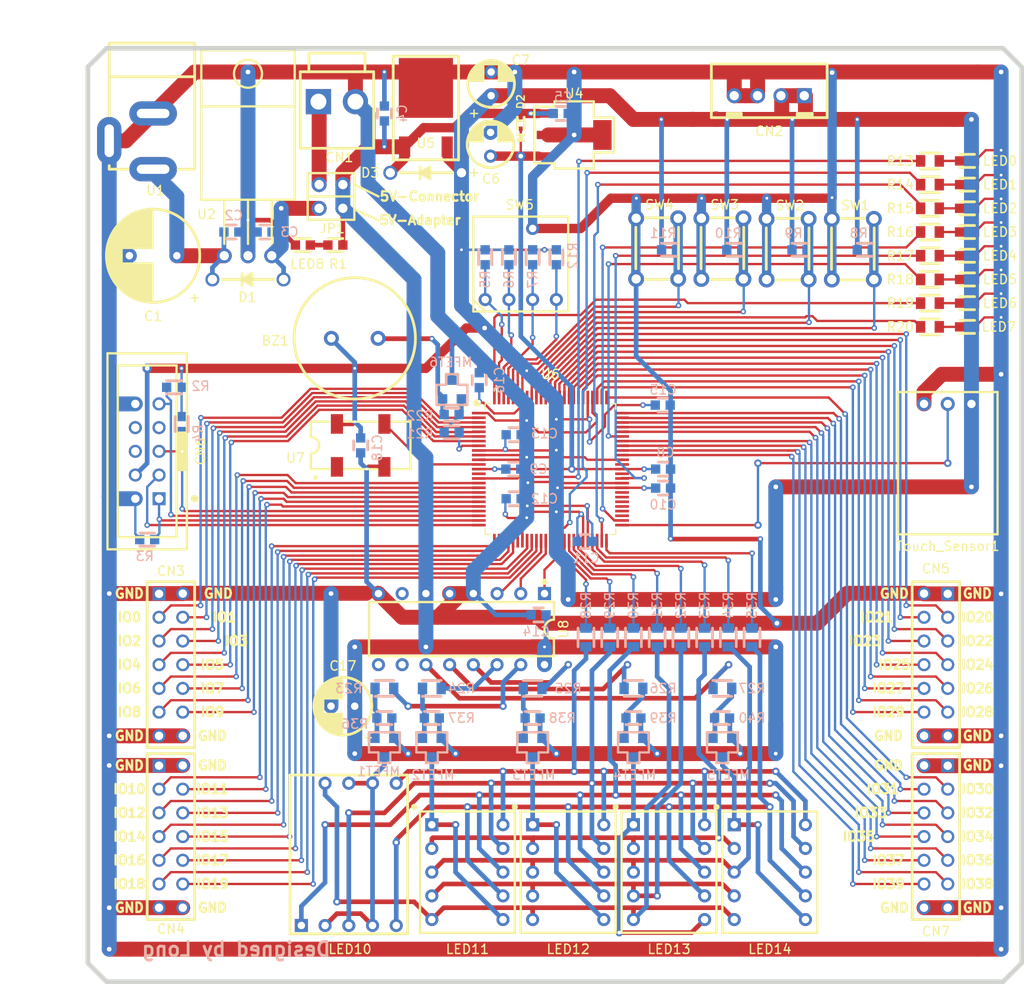
<source format=kicad_pcb>
(kicad_pcb (version 20171130) (host pcbnew "(5.1.10)-1")
  (layers (0 F.Cu signal) (31 B.Cu signal) (34 B.Paste user) (35 F.Paste user) (36 B.SilkS user) (37 F.SilkS user) (38 B.Mask user) (39 F.Mask user) (44 Edge.Cuts user))
  (net 0 "")
  (net 1 +3V3)
  (net 2 "Net-(BZ1-Pad2)")
  (net 3 "Net-(C1-Pad1)")
  (net 4 GND)
  (net 5 "Net-(C3-Pad1)")
  (net 6 +5V)
  (net 7 +1V8)
  (net 8 "Net-(CN1-Pad1)")
  (net 9 /5M80ZT100C5N/IO8)
  (net 10 /5M80ZT100C5N/IO9)
  (net 11 /5M80ZT100C5N/IO4)
  (net 12 /5M80ZT100C5N/IO5)
  (net 13 /5M80ZT100C5N/IO1)
  (net 14 /5M80ZT100C5N/IO7)
  (net 15 /5M80ZT100C5N/IO2)
  (net 16 /5M80ZT100C5N/IO6)
  (net 17 /5M80ZT100C5N/IO3)
  (net 18 /5M80ZT100C5N/IO0)
  (net 19 /5M80ZT100C5N/IO18)
  (net 20 /5M80ZT100C5N/IO19)
  (net 21 /5M80ZT100C5N/IO14)
  (net 22 /5M80ZT100C5N/IO15)
  (net 23 /5M80ZT100C5N/IO11)
  (net 24 /5M80ZT100C5N/IO17)
  (net 25 /5M80ZT100C5N/IO12)
  (net 26 /5M80ZT100C5N/IO16)
  (net 27 /5M80ZT100C5N/IO13)
  (net 28 /5M80ZT100C5N/IO10)
  (net 29 /5M80ZT100C5N/IO28)
  (net 30 /5M80ZT100C5N/IO29)
  (net 31 /5M80ZT100C5N/IO24)
  (net 32 /5M80ZT100C5N/IO25)
  (net 33 /5M80ZT100C5N/IO21)
  (net 34 /5M80ZT100C5N/IO27)
  (net 35 /5M80ZT100C5N/IO22)
  (net 36 /5M80ZT100C5N/IO26)
  (net 37 /5M80ZT100C5N/IO23)
  (net 38 /5M80ZT100C5N/IO20)
  (net 39 "Net-(CN6-Pad7)")
  (net 40 /5M80ZT100C5N/TCK)
  (net 41 "Net-(CN6-Pad8)")
  (net 42 /5M80ZT100C5N/TDO)
  (net 43 /5M80ZT100C5N/TDI)
  (net 44 "Net-(CN6-Pad6)")
  (net 45 /5M80ZT100C5N/TMS)
  (net 46 /5M80ZT100C5N/IO38)
  (net 47 /5M80ZT100C5N/IO39)
  (net 48 /5M80ZT100C5N/IO34)
  (net 49 /5M80ZT100C5N/IO35)
  (net 50 /5M80ZT100C5N/IO31)
  (net 51 /5M80ZT100C5N/IO37)
  (net 52 /5M80ZT100C5N/IO32)
  (net 53 /5M80ZT100C5N/IO36)
  (net 54 /5M80ZT100C5N/IO33)
  (net 55 /5M80ZT100C5N/IO30)
  (net 56 "Net-(LED1-Pad1)")
  (net 57 "Net-(LED2-Pad1)")
  (net 58 "Net-(LED3-Pad1)")
  (net 59 "Net-(LED4-Pad1)")
  (net 60 "Net-(LED5-Pad1)")
  (net 61 "Net-(LED6-Pad1)")
  (net 62 "Net-(LED7-Pad1)")
  (net 63 "Net-(LED8-Pad1)")
  (net 64 "Net-(LED10-Pad9)")
  (net 65 "Net-(LED10-Pad2)")
  (net 66 "Net-(LED10-Pad6)")
  (net 67 "Net-(LED10-Pad5)")
  (net 68 "Net-(LED10-Pad3)")
  (net 69 "Net-(LED10-Pad1)")
  (net 70 "Net-(LED11-Pad1)")
  (net 71 "Net-(LED11-Pad4)")
  (net 72 "Net-(LED11-Pad3)")
  (net 73 "Net-(LED11-Pad2)")
  (net 74 "Net-(LED12-Pad1)")
  (net 75 "Net-(LED13-Pad1)")
  (net 76 "Net-(LED14-Pad1)")
  (net 77 "Net-(MFET1-Pad1)")
  (net 78 "Net-(MFET2-Pad1)")
  (net 79 "Net-(MFET3-Pad1)")
  (net 80 "Net-(MFET4-Pad1)")
  (net 81 "Net-(MFET5-Pad1)")
  (net 82 "Net-(MFET6-Pad1)")
  (net 83 /5M80ZT100C5N/SW_CODED_8)
  (net 84 /5M80ZT100C5N/SW_CODED_4)
  (net 85 /5M80ZT100C5N/SW_CODED_2)
  (net 86 /5M80ZT100C5N/PB0)
  (net 87 /5M80ZT100C5N/PB1)
  (net 88 /5M80ZT100C5N/PB2)
  (net 89 /5M80ZT100C5N/PB3)
  (net 90 /5M80ZT100C5N/SW_CODED_1)
  (net 91 /5M80ZT100C5N/LED0)
  (net 92 /5M80ZT100C5N/LED1)
  (net 93 /5M80ZT100C5N/LED2)
  (net 94 /5M80ZT100C5N/LED3)
  (net 95 /5M80ZT100C5N/LED4)
  (net 96 /5M80ZT100C5N/LED5)
  (net 97 /5M80ZT100C5N/LED6)
  (net 98 /5M80ZT100C5N/LED7)
  (net 99 /5M80ZT100C5N/Buzzer)
  (net 100 "Net-(R23-Pad2)")
  (net 101 "Net-(R24-Pad2)")
  (net 102 "Net-(R25-Pad2)")
  (net 103 "Net-(R26-Pad2)")
  (net 104 "Net-(R27-Pad2)")
  (net 105 /5M80ZT100C5N/ROW0)
  (net 106 /5M80ZT100C5N/ROW1)
  (net 107 /5M80ZT100C5N/ROW2)
  (net 108 /5M80ZT100C5N/ROW3)
  (net 109 /5M80ZT100C5N/ROW4)
  (net 110 /5M80ZT100C5N/ROW5)
  (net 111 /5M80ZT100C5N/ROW6)
  (net 112 /5M80ZT100C5N/ROW7)
  (net 113 /5M80ZT100C5N/Touch_Sensor)
  (net 114 "Net-(U6-Pad12)")
  (net 115 "Net-(U6-Pad64)")
  (net 116 "Net-(U6-Pad62)")
  (net 117 "Net-(U6-Pad14)")
  (net 118 /5M80ZT100C5N/COL2)
  (net 119 /5M80ZT100C5N/COL1)
  (net 120 /5M80ZT100C5N/COL0)
  (net 121 "Net-(U7-Pad1)")
  (net 122 "Net-(U8-Pad9)")
  (net 123 "Net-(U8-Pad10)")
  (net 124 "Net-(U8-Pad7)")
  (net 125 "Net-(LED0-Pad1)")
  (net 126 "Net-(U6-Pad54)")
  (net 127 "Net-(U6-Pad55)")
  (net 128 "Net-(U6-Pad53)")
  (net 129 "Net-(U6-Pad56)")
  (net 130 "Net-(U6-Pad57)")
  (net 131 "Net-(U6-Pad58)")
  (module oscillator:SG636PCE8M (layer F.Cu) (at 124.46 94.615)
    (fp_text reference U7 (at -6.985 1.3335) (layer F.SilkS))
    (fp_text value SG636PCE8M)
    (pad 3 smd rect (at 2.54 -2.3) (size 1.3 2.1) (layers F.Cu F.Paste F.Mask) (net 114 "Net-(U6-Pad12)"))
    (pad 2 smd rect (at 2.54 2.3) (size 1.3 2.1) (layers F.Cu F.Paste F.Mask) (net 4 GND))
    (pad 4 smd rect (at -2.54 -2.3) (size 1.3 2.1) (layers F.Cu F.Paste F.Mask) (net 1 +3V3))
    (pad 1 smd rect (at -2.54 2.3) (size 1.3 2.1) (layers F.Cu F.Paste F.Mask) (net 121 "Net-(U7-Pad1)"))
  )
  (module Diode_custom:RB521S30T1G (layer F.Cu) (at 141.605 60.071 270)
    (fp_text reference D2 (at -2.286 0 270) (layer F.SilkS) (effects (font (size 0.8 0.8))))
    (fp_text value RB521S30T1G hide)
    (pad 1 smd rect (at 0.635 0 270) (size 0.5 0.4) (layers F.Cu F.Paste F.Mask) (net 7 +1V8))
    (pad 2 smd rect (at -0.635 0 270) (size 0.5 0.4) (layers F.Cu F.Paste F.Mask) (net 6 +5V))
  )
  (module C_1608:C0603C104Z3VACTU (layer B.Cu) (at 124.46 94.615 270)
    (fp_text reference C18 (at 0.254 -1.778 90) (layer B.SilkS) (effects (justify mirror)))
    (fp_text value 0.1uF)
    (pad 2 smd rect (at 0.8 0 270) (size 1 1) (layers B.Cu B.Paste B.Mask) (net 4 GND))
    (pad 1 smd rect (at -0.8 0 270) (size 1 1) (layers B.Cu B.Paste B.Mask) (net 1 +3V3))
  )
  (module 7segments_LED:SA39-129RWB (layer F.Cu) (at 168.275 140.335)
    (fp_text reference LED14 (at 0 8.255) (layer F.SilkS))
    (fp_text value SA39-12SRWA)
    (pad 6 thru_hole circle (at 3.81 5.08) (size 1.4 1.4) (drill 0.8) (layers *.Cu *.Mask) (net 76 "Net-(LED14-Pad1)"))
    (pad 7 thru_hole circle (at 3.81 2.54) (size 1.4 1.4) (drill 0.8) (layers *.Cu *.Mask) (net 67 "Net-(LED10-Pad5)"))
    (pad 4 thru_hole circle (at -3.81 2.54) (size 1.4 1.4) (drill 0.8) (layers *.Cu *.Mask) (net 71 "Net-(LED11-Pad4)"))
    (pad 10 thru_hole circle (at 3.81 -5.08) (size 1.4 1.4) (drill 0.8) (layers *.Cu *.Mask) (net 66 "Net-(LED10-Pad6)"))
    (pad 3 thru_hole circle (at -3.81 0) (size 1.4 1.4) (drill 0.8) (layers *.Cu *.Mask) (net 72 "Net-(LED11-Pad3)"))
    (pad 2 thru_hole circle (at -3.81 -2.54) (size 1.4 1.4) (drill 0.8) (layers *.Cu *.Mask) (net 73 "Net-(LED11-Pad2)"))
    (pad 8 thru_hole circle (at 3.81 0) (size 1.4 1.4) (drill 0.8) (layers *.Cu *.Mask) (net 69 "Net-(LED10-Pad1)"))
    (pad 1 thru_hole rect (at -3.81 -5.08) (size 1.4 1.4) (drill 0.8) (layers *.Cu *.Mask) (net 76 "Net-(LED14-Pad1)"))
    (pad 9 thru_hole circle (at 3.81 -2.54) (size 1.4 1.4) (drill 0.8) (layers *.Cu *.Mask) (net 68 "Net-(LED10-Pad3)"))
    (pad 5 thru_hole circle (at -3.81 5.08) (size 1.4 1.4) (drill 0.8) (layers *.Cu *.Mask) (net 64 "Net-(LED10-Pad9)"))
  )
  (module Touch_Sensor:Touch_Sensor (layer F.Cu) (at 187.325 96.52)
    (fp_text reference Touch_Sensor1 (at 0 8.89) (layer F.SilkS))
    (fp_text value 3PIN)
    (pad 3 thru_hole circle (at -2.54 -6.35) (size 1.5 1.5) (drill 0.9) (layers *.Cu *.Mask) (net 4 GND))
    (pad 1 thru_hole circle (at 2.54 -6.35) (size 1.5 1.5) (drill 0.9) (layers *.Cu *.Mask) (net 1 +3V3))
    (pad 2 thru_hole circle (at 0 -6.35) (size 1.5 1.5) (drill 0.9) (layers *.Cu *.Mask) (net 113 /5M80ZT100C5N/Touch_Sensor))
  )
  (module 7segments_LED:SA39-129RWB (layer F.Cu) (at 157.48 140.335)
    (fp_text reference LED13 (at 0 8.255) (layer F.SilkS))
    (fp_text value SA39-12SRWA)
    (pad 6 thru_hole circle (at 3.81 5.08) (size 1.4 1.4) (drill 0.8) (layers *.Cu *.Mask) (net 75 "Net-(LED13-Pad1)"))
    (pad 7 thru_hole circle (at 3.81 2.54) (size 1.4 1.4) (drill 0.8) (layers *.Cu *.Mask) (net 67 "Net-(LED10-Pad5)"))
    (pad 4 thru_hole circle (at -3.81 2.54) (size 1.4 1.4) (drill 0.8) (layers *.Cu *.Mask) (net 71 "Net-(LED11-Pad4)"))
    (pad 10 thru_hole circle (at 3.81 -5.08) (size 1.4 1.4) (drill 0.8) (layers *.Cu *.Mask) (net 66 "Net-(LED10-Pad6)"))
    (pad 3 thru_hole circle (at -3.81 0) (size 1.4 1.4) (drill 0.8) (layers *.Cu *.Mask) (net 72 "Net-(LED11-Pad3)"))
    (pad 2 thru_hole circle (at -3.81 -2.54) (size 1.4 1.4) (drill 0.8) (layers *.Cu *.Mask) (net 73 "Net-(LED11-Pad2)"))
    (pad 8 thru_hole circle (at 3.81 0) (size 1.4 1.4) (drill 0.8) (layers *.Cu *.Mask) (net 69 "Net-(LED10-Pad1)"))
    (pad 1 thru_hole rect (at -3.81 -5.08) (size 1.4 1.4) (drill 0.8) (layers *.Cu *.Mask) (net 75 "Net-(LED13-Pad1)"))
    (pad 9 thru_hole circle (at 3.81 -2.54) (size 1.4 1.4) (drill 0.8) (layers *.Cu *.Mask) (net 68 "Net-(LED10-Pad3)"))
    (pad 5 thru_hole circle (at -3.81 5.08) (size 1.4 1.4) (drill 0.8) (layers *.Cu *.Mask) (net 64 "Net-(LED10-Pad9)"))
  )
  (module 7segments_LED:SA39-129RWB (layer F.Cu) (at 146.685 140.335)
    (fp_text reference LED12 (at 0 8.255) (layer F.SilkS))
    (fp_text value SA39-12SRWA)
    (pad 6 thru_hole circle (at 3.81 5.08) (size 1.4 1.4) (drill 0.8) (layers *.Cu *.Mask) (net 74 "Net-(LED12-Pad1)"))
    (pad 7 thru_hole circle (at 3.81 2.54) (size 1.4 1.4) (drill 0.8) (layers *.Cu *.Mask) (net 67 "Net-(LED10-Pad5)"))
    (pad 4 thru_hole circle (at -3.81 2.54) (size 1.4 1.4) (drill 0.8) (layers *.Cu *.Mask) (net 71 "Net-(LED11-Pad4)"))
    (pad 10 thru_hole circle (at 3.81 -5.08) (size 1.4 1.4) (drill 0.8) (layers *.Cu *.Mask) (net 66 "Net-(LED10-Pad6)"))
    (pad 3 thru_hole circle (at -3.81 0) (size 1.4 1.4) (drill 0.8) (layers *.Cu *.Mask) (net 72 "Net-(LED11-Pad3)"))
    (pad 2 thru_hole circle (at -3.81 -2.54) (size 1.4 1.4) (drill 0.8) (layers *.Cu *.Mask) (net 73 "Net-(LED11-Pad2)"))
    (pad 8 thru_hole circle (at 3.81 0) (size 1.4 1.4) (drill 0.8) (layers *.Cu *.Mask) (net 69 "Net-(LED10-Pad1)"))
    (pad 1 thru_hole rect (at -3.81 -5.08) (size 1.4 1.4) (drill 0.8) (layers *.Cu *.Mask) (net 74 "Net-(LED12-Pad1)"))
    (pad 9 thru_hole circle (at 3.81 -2.54) (size 1.4 1.4) (drill 0.8) (layers *.Cu *.Mask) (net 68 "Net-(LED10-Pad3)"))
    (pad 5 thru_hole circle (at -3.81 5.08) (size 1.4 1.4) (drill 0.8) (layers *.Cu *.Mask) (net 64 "Net-(LED10-Pad9)"))
  )
  (module C_1608:C1608C0G1H682J (layer B.Cu) (at 101.6 104.7115 180)
    (fp_text reference R3 (at 0.254 -1.778 180) (layer B.SilkS) (effects (justify mirror)))
    (fp_text value 4.7k)
    (fp_text user " " (at 0 0 180) (layer B.SilkS) (effects (font (size 1.27 1.27)) (justify mirror)))
    (pad 2 smd rect (at 0.8 0 180) (size 1 1) (layers B.Cu B.Paste B.Mask) (net 4 GND))
    (pad 1 smd rect (at -0.8 0 180) (size 1 1) (layers B.Cu B.Paste B.Mask) (net 40 /5M80ZT100C5N/TCK))
  )
  (module C_1608:C1608C0G1H682J (layer B.Cu) (at 104.483 88.392 180)
    (fp_text reference R2 (at -2.832 0.127 180) (layer B.SilkS) (effects (justify mirror)))
    (fp_text value 4.7k)
    (fp_text user " " (at 0 0 180) (layer B.SilkS) (effects (font (size 1.27 1.27)) (justify mirror)))
    (pad 2 smd rect (at 0.8 0 180) (size 1 1) (layers B.Cu B.Paste B.Mask) (net 43 /5M80ZT100C5N/TDI))
    (pad 1 smd rect (at -0.8 0 180) (size 1 1) (layers B.Cu B.Paste B.Mask) (net 1 +3V3))
  )
  (module cn_connector:cn_14pins_R (layer F.Cu) (at 186.055 136.525)
    (fp_text reference CN7 (at 0 10.16) (layer F.SilkS))
    (fp_text value 14PIN)
    (pad 5 thru_hole circle (at 1.27 -2.54 90) (size 1.4 1.4) (drill 0.9) (layers *.Cu *.Mask) (net 52 /5M80ZT100C5N/IO32))
    (pad 6 thru_hole circle (at -1.27 -2.54 90) (size 1.4 1.4) (drill 0.9) (layers *.Cu *.Mask) (net 54 /5M80ZT100C5N/IO33))
    (pad 13 thru_hole circle (at 1.27 7.62 90) (size 1.4 1.4) (drill 0.9) (layers *.Cu *.Mask) (net 4 GND))
    (pad 4 thru_hole circle (at -1.27 -5.08 90) (size 1.4 1.4) (drill 0.9) (layers *.Cu *.Mask) (net 50 /5M80ZT100C5N/IO31))
    (pad 3 thru_hole circle (at 1.27 -5.08 90) (size 1.4 1.4) (drill 0.9) (layers *.Cu *.Mask) (net 55 /5M80ZT100C5N/IO30))
    (pad 1 thru_hole rect (at 1.27 -7.59 90) (size 1.4 1.4) (drill 0.9) (layers *.Cu *.Mask) (net 4 GND))
    (pad 11 thru_hole circle (at 1.27 5.08 90) (size 1.4 1.4) (drill 0.9) (layers *.Cu *.Mask) (net 46 /5M80ZT100C5N/IO38))
    (pad 12 thru_hole circle (at -1.27 5.08 90) (size 1.4 1.4) (drill 0.9) (layers *.Cu *.Mask) (net 47 /5M80ZT100C5N/IO39))
    (pad 9 thru_hole circle (at 1.27 2.54 90) (size 1.4 1.4) (drill 0.9) (layers *.Cu *.Mask) (net 53 /5M80ZT100C5N/IO36))
    (pad 8 thru_hole circle (at -1.27 0 90) (size 1.4 1.4) (drill 0.9) (layers *.Cu *.Mask) (net 49 /5M80ZT100C5N/IO35))
    (pad 14 thru_hole circle (at -1.27 7.62 90) (size 1.4 1.4) (drill 0.9) (layers *.Cu *.Mask) (net 4 GND))
    (pad 10 thru_hole circle (at -1.27 2.54 90) (size 1.4 1.4) (drill 0.9) (layers *.Cu *.Mask) (net 51 /5M80ZT100C5N/IO37))
    (pad 7 thru_hole circle (at 1.27 0 90) (size 1.4 1.4) (drill 0.9) (layers *.Cu *.Mask) (net 48 /5M80ZT100C5N/IO34))
    (pad 2 thru_hole circle (at -1.27 -7.62 90) (size 1.4 1.4) (drill 0.9) (layers *.Cu *.Mask) (net 4 GND))
  )
  (module cn_connector:cn_14pins_R (layer F.Cu) (at 186.055 118.11)
    (fp_text reference CN5 (at 0 -10.295) (layer F.SilkS))
    (fp_text value 14PIN)
    (pad 5 thru_hole circle (at 1.27 -2.54 90) (size 1.4 1.4) (drill 0.9) (layers *.Cu *.Mask) (net 35 /5M80ZT100C5N/IO22))
    (pad 6 thru_hole circle (at -1.27 -2.54 90) (size 1.4 1.4) (drill 0.9) (layers *.Cu *.Mask) (net 37 /5M80ZT100C5N/IO23))
    (pad 13 thru_hole circle (at 1.27 7.62 90) (size 1.4 1.4) (drill 0.9) (layers *.Cu *.Mask) (net 4 GND))
    (pad 4 thru_hole circle (at -1.27 -5.08 90) (size 1.4 1.4) (drill 0.9) (layers *.Cu *.Mask) (net 33 /5M80ZT100C5N/IO21))
    (pad 3 thru_hole circle (at 1.27 -5.08 90) (size 1.4 1.4) (drill 0.9) (layers *.Cu *.Mask) (net 38 /5M80ZT100C5N/IO20))
    (pad 1 thru_hole rect (at 1.27 -7.59 90) (size 1.4 1.4) (drill 0.9) (layers *.Cu *.Mask) (net 4 GND))
    (pad 11 thru_hole circle (at 1.27 5.08 90) (size 1.4 1.4) (drill 0.9) (layers *.Cu *.Mask) (net 29 /5M80ZT100C5N/IO28))
    (pad 12 thru_hole circle (at -1.27 5.08 90) (size 1.4 1.4) (drill 0.9) (layers *.Cu *.Mask) (net 30 /5M80ZT100C5N/IO29))
    (pad 9 thru_hole circle (at 1.27 2.54 90) (size 1.4 1.4) (drill 0.9) (layers *.Cu *.Mask) (net 36 /5M80ZT100C5N/IO26))
    (pad 8 thru_hole circle (at -1.27 0 90) (size 1.4 1.4) (drill 0.9) (layers *.Cu *.Mask) (net 32 /5M80ZT100C5N/IO25))
    (pad 14 thru_hole circle (at -1.27 7.62 90) (size 1.4 1.4) (drill 0.9) (layers *.Cu *.Mask) (net 4 GND))
    (pad 10 thru_hole circle (at -1.27 2.54 90) (size 1.4 1.4) (drill 0.9) (layers *.Cu *.Mask) (net 34 /5M80ZT100C5N/IO27))
    (pad 7 thru_hole circle (at 1.27 0 90) (size 1.4 1.4) (drill 0.9) (layers *.Cu *.Mask) (net 31 /5M80ZT100C5N/IO24))
    (pad 2 thru_hole circle (at -1.27 -7.62 90) (size 1.4 1.4) (drill 0.9) (layers *.Cu *.Mask) (net 4 GND))
  )
  (module C_1608:C0603C104Z3VACTU (layer B.Cu) (at 156.807 90.297)
    (fp_text reference C15 (at 0.038 -1.651) (layer B.SilkS) (effects (justify mirror)))
    (fp_text value 0.1uF)
    (pad 2 smd rect (at 0.8 0) (size 1 1) (layers B.Cu B.Paste B.Mask) (net 4 GND))
    (pad 1 smd rect (at -0.8 0) (size 1 1) (layers B.Cu B.Paste B.Mask) (net 1 +3V3))
  )
  (module C_1608:C0603C104Z3VACTU (layer B.Cu) (at 140.843 93.472)
    (fp_text reference C13 (at 3.302 -0.127) (layer B.SilkS) (effects (justify mirror)))
    (fp_text value 0.1uF)
    (pad 2 smd rect (at 0.8 0) (size 1 1) (layers B.Cu B.Paste B.Mask) (net 4 GND))
    (pad 1 smd rect (at -0.8 0) (size 1 1) (layers B.Cu B.Paste B.Mask) (net 1 +3V3))
  )
  (module C_1608:C0603C104Z3VACTU (layer B.Cu) (at 140.843 100.33)
    (fp_text reference C12 (at 3.302 0 180) (layer B.SilkS) (effects (justify mirror)))
    (fp_text value 0.1uF)
    (pad 2 smd rect (at 0.8 0) (size 1 1) (layers B.Cu B.Paste B.Mask) (net 4 GND))
    (pad 1 smd rect (at -0.8 0) (size 1 1) (layers B.Cu B.Paste B.Mask) (net 1 +3V3))
  )
  (module C_1608:C0603C104Z3VACTU (layer B.Cu) (at 156.845 99.187)
    (fp_text reference C10 (at 0 1.778) (layer B.SilkS) (effects (justify mirror)))
    (fp_text value 0.1uF)
    (pad 2 smd rect (at 0.8 0) (size 1 1) (layers B.Cu B.Paste B.Mask) (net 4 GND))
    (pad 1 smd rect (at -0.8 0) (size 1 1) (layers B.Cu B.Paste B.Mask) (net 1 +3V3))
  )
  (module C:10uF-16v (layer F.Cu) (at 138.43 55.88 90)
    (fp_text reference C7 (at 2.54 3.175 180) (layer F.SilkS))
    (fp_text value 22uf/16V)
    (fp_text user + (at -3.175 -1.905 90) (layer F.SilkS))
    (pad 2 thru_hole circle (at 1.27 0 90) (size 1.4 1.4) (drill 0.8) (layers *.Cu *.Mask) (net 4 GND))
    (pad 1 thru_hole circle (at -1.27 0 90) (size 1.4 1.4) (drill 0.8) (layers *.Cu *.Mask) (net 1 +3V3))
  )
  (module 74HC161AP:74HC161AP (layer F.Cu) (at 135.255 114.3 270)
    (fp_text reference U8 (at 0 -10.93 90) (layer F.SilkS))
    (fp_text value 74HCT138)
    (pad 16 thru_hole circle (at 3.81 -8.89 270) (size 1.4 1.4) (drill 0.8) (layers *.Cu *.Mask) (net 6 +5V))
    (pad 15 thru_hole circle (at 3.81 -6.35 270) (size 1.4 1.4) (drill 0.8) (layers *.Cu *.Mask) (net 100 "Net-(R23-Pad2)"))
    (pad 5 thru_hole circle (at -3.81 1.27 270) (size 1.4 1.4) (drill 0.8) (layers *.Cu *.Mask) (net 4 GND))
    (pad 8 thru_hole circle (at -3.81 8.89 270) (size 1.4 1.4) (drill 0.8) (layers *.Cu *.Mask) (net 4 GND))
    (pad 4 thru_hole circle (at -3.81 -1.27 270) (size 1.4 1.4) (drill 0.8) (layers *.Cu *.Mask) (net 4 GND))
    (pad 2 thru_hole circle (at -3.81 -6.35 270) (size 1.4 1.4) (drill 0.8) (layers *.Cu *.Mask) (net 119 /5M80ZT100C5N/COL1))
    (pad 1 thru_hole rect (at -3.81 -8.89 270) (size 1.4 1.4) (drill 0.8) (layers *.Cu *.Mask) (net 120 /5M80ZT100C5N/COL0))
    (pad 14 thru_hole circle (at 3.81 -3.81 270) (size 1.4 1.4) (drill 0.8) (layers *.Cu *.Mask) (net 101 "Net-(R24-Pad2)"))
    (pad 12 thru_hole circle (at 3.81 1.27 270) (size 1.4 1.4) (drill 0.8) (layers *.Cu *.Mask) (net 103 "Net-(R26-Pad2)"))
    (pad 6 thru_hole circle (at -3.81 3.81 270) (size 1.4 1.4) (drill 0.8) (layers *.Cu *.Mask) (net 6 +5V))
    (pad 3 thru_hole circle (at -3.81 -3.81 270) (size 1.4 1.4) (drill 0.8) (layers *.Cu *.Mask) (net 118 /5M80ZT100C5N/COL2))
    (pad 13 thru_hole circle (at 3.81 -1.27 270) (size 1.4 1.4) (drill 0.8) (layers *.Cu *.Mask) (net 102 "Net-(R25-Pad2)"))
    (pad 9 thru_hole circle (at 3.81 8.89 270) (size 1.4 1.4) (drill 0.8) (layers *.Cu *.Mask) (net 122 "Net-(U8-Pad9)"))
    (pad 10 thru_hole circle (at 3.81 6.35 270) (size 1.4 1.4) (drill 0.8) (layers *.Cu *.Mask) (net 123 "Net-(U8-Pad10)"))
    (pad 7 thru_hole circle (at -3.81 6.35 270) (size 1.4 1.4) (drill 0.8) (layers *.Cu *.Mask) (net 124 "Net-(U8-Pad7)"))
    (pad 11 thru_hole circle (at 3.81 3.81 270) (size 1.4 1.4) (drill 0.8) (layers *.Cu *.Mask) (net 104 "Net-(R27-Pad2)"))
  )
  (module IC:5M80ZT100C5N (layer F.Cu) (at 144.78 97.155)
    (fp_text reference U6 (at 0 -10.16) (layer F.SilkS))
    (fp_text value 5M80ZT100C5N)
    (pad 71 smd roundrect (at 7.67 -4) (size 1.47 0.28) (layers F.Cu F.Paste F.Mask) (roundrect_rratio 0.04) (net 49 /5M80ZT100C5N/IO35))
    (pad 23 smd roundrect (at -7.67 5) (size 1.47 0.28) (layers F.Cu F.Paste F.Mask) (roundrect_rratio 0.04) (net 43 /5M80ZT100C5N/TDI))
    (pad 54 smd roundrect (at 7.67 4.5) (size 1.47 0.28) (layers F.Cu F.Paste F.Mask) (roundrect_rratio 0.04) (net 126 "Net-(U6-Pad54)"))
    (pad 52 smd roundrect (at 7.67 5.5) (size 1.47 0.28) (layers F.Cu F.Paste F.Mask) (roundrect_rratio 0.04) (net 94 /5M80ZT100C5N/LED3))
    (pad 63 smd roundrect (at 7.67 0) (size 1.47 0.28) (layers F.Cu F.Paste F.Mask) (roundrect_rratio 0.04) (net 7 +1V8))
    (pad 15 smd roundrect (at -7.67 1) (size 1.47 0.28) (layers F.Cu F.Paste F.Mask) (roundrect_rratio 0.04) (net 91 /5M80ZT100C5N/LED0))
    (pad 19 smd roundrect (at -7.67 3) (size 1.47 0.28) (layers F.Cu F.Paste F.Mask) (roundrect_rratio 0.04) (net 10 /5M80ZT100C5N/IO9))
    (pad 59 smd roundrect (at 7.67 2) (size 1.47 0.28) (layers F.Cu F.Paste F.Mask) (roundrect_rratio 0.04) (net 1 +3V3))
    (pad 17 smd roundrect (at -7.67 2) (size 1.47 0.28) (layers F.Cu F.Paste F.Mask) (roundrect_rratio 0.04) (net 14 /5M80ZT100C5N/IO7))
    (pad 73 smd roundrect (at 7.67 -5) (size 1.47 0.28) (layers F.Cu F.Paste F.Mask) (roundrect_rratio 0.04) (net 54 /5M80ZT100C5N/IO33))
    (pad 55 smd roundrect (at 7.67 4) (size 1.47 0.28) (layers F.Cu F.Paste F.Mask) (roundrect_rratio 0.04) (net 127 "Net-(U6-Pad55)"))
    (pad 13 smd roundrect (at -7.67 0) (size 1.47 0.28) (layers F.Cu F.Paste F.Mask) (roundrect_rratio 0.04) (net 7 +1V8))
    (pad 18 smd roundrect (at -7.67 2.5) (size 1.47 0.28) (layers F.Cu F.Paste F.Mask) (roundrect_rratio 0.04) (net 9 /5M80ZT100C5N/IO8))
    (pad 51 smd roundrect (at 7.67 6) (size 1.47 0.28) (layers F.Cu F.Paste F.Mask) (roundrect_rratio 0.04) (net 113 /5M80ZT100C5N/Touch_Sensor))
    (pad 95 smd roundrect (at -3.5 -7.67 90) (size 1.47 0.28) (layers F.Cu F.Paste F.Mask) (roundrect_rratio 0.04) (net 89 /5M80ZT100C5N/PB3))
    (pad 61 smd roundrect (at 7.67 1) (size 1.47 0.28) (layers F.Cu F.Paste F.Mask) (roundrect_rratio 0.04) (net 95 /5M80ZT100C5N/LED4))
    (pad 86 smd roundrect (at 1 -7.67 90) (size 1.47 0.28) (layers F.Cu F.Paste F.Mask) (roundrect_rratio 0.04) (net 35 /5M80ZT100C5N/IO22))
    (pad 93 smd roundrect (at -2.5 -7.67 90) (size 1.47 0.28) (layers F.Cu F.Paste F.Mask) (roundrect_rratio 0.04) (net 4 GND))
    (pad 70 smd roundrect (at 7.67 -3.5) (size 1.47 0.28) (layers F.Cu F.Paste F.Mask) (roundrect_rratio 0.04) (net 96 /5M80ZT100C5N/LED5))
    (pad 67 smd roundrect (at 7.67 -2) (size 1.47 0.28) (layers F.Cu F.Paste F.Mask) (roundrect_rratio 0.04) (net 46 /5M80ZT100C5N/IO38))
    (pad 65 smd roundrect (at 7.67 -1) (size 1.47 0.28) (layers F.Cu F.Paste F.Mask) (roundrect_rratio 0.04) (net 4 GND))
    (pad 72 smd roundrect (at 7.67 -4.5) (size 1.47 0.28) (layers F.Cu F.Paste F.Mask) (roundrect_rratio 0.04) (net 48 /5M80ZT100C5N/IO34))
    (pad 12 smd roundrect (at -7.67 -0.5) (size 1.47 0.28) (layers F.Cu F.Paste F.Mask) (roundrect_rratio 0.04) (net 114 "Net-(U6-Pad12)"))
    (pad 21 smd roundrect (at -7.67 4) (size 1.47 0.28) (layers F.Cu F.Paste F.Mask) (roundrect_rratio 0.04) (net 23 /5M80ZT100C5N/IO11))
    (pad 53 smd roundrect (at 7.67 5) (size 1.47 0.28) (layers F.Cu F.Paste F.Mask) (roundrect_rratio 0.04) (net 128 "Net-(U6-Pad53)"))
    (pad 74 smd roundrect (at 7.67 -5.5) (size 1.47 0.28) (layers F.Cu F.Paste F.Mask) (roundrect_rratio 0.04) (net 52 /5M80ZT100C5N/IO32))
    (pad 16 smd roundrect (at -7.67 1.5) (size 1.47 0.28) (layers F.Cu F.Paste F.Mask) (roundrect_rratio 0.04) (net 16 /5M80ZT100C5N/IO6))
    (pad 56 smd roundrect (at 7.67 3.5) (size 1.47 0.28) (layers F.Cu F.Paste F.Mask) (roundrect_rratio 0.04) (net 129 "Net-(U6-Pad56)"))
    (pad 64 smd roundrect (at 7.67 -0.5) (size 1.47 0.28) (layers F.Cu F.Paste F.Mask) (roundrect_rratio 0.04) (net 115 "Net-(U6-Pad64)"))
    (pad 25 smd roundrect (at -7.67 6) (size 1.47 0.28) (layers F.Cu F.Paste F.Mask) (roundrect_rratio 0.04) (net 42 /5M80ZT100C5N/TDO))
    (pad 20 smd roundrect (at -7.67 3.5) (size 1.47 0.28) (layers F.Cu F.Paste F.Mask) (roundrect_rratio 0.04) (net 28 /5M80ZT100C5N/IO10))
    (pad 57 smd roundrect (at 7.67 3) (size 1.47 0.28) (layers F.Cu F.Paste F.Mask) (roundrect_rratio 0.04) (net 130 "Net-(U6-Pad57)"))
    (pad 11 smd roundrect (at -7.67 -1) (size 1.47 0.28) (layers F.Cu F.Paste F.Mask) (roundrect_rratio 0.04) (net 4 GND))
    (pad 58 smd roundrect (at 7.67 2.5) (size 1.47 0.28) (layers F.Cu F.Paste F.Mask) (roundrect_rratio 0.04) (net 131 "Net-(U6-Pad58)"))
    (pad 60 smd roundrect (at 7.67 1.5) (size 1.47 0.28) (layers F.Cu F.Paste F.Mask) (roundrect_rratio 0.04) (net 4 GND))
    (pad 75 smd roundrect (at 7.67 -6) (size 1.47 0.28) (layers F.Cu F.Paste F.Mask) (roundrect_rratio 0.04) (net 50 /5M80ZT100C5N/IO31))
    (pad 69 smd roundrect (at 7.67 -3) (size 1.47 0.28) (layers F.Cu F.Paste F.Mask) (roundrect_rratio 0.04) (net 53 /5M80ZT100C5N/IO36))
    (pad 68 smd roundrect (at 7.67 -2.5) (size 1.47 0.28) (layers F.Cu F.Paste F.Mask) (roundrect_rratio 0.04) (net 51 /5M80ZT100C5N/IO37))
    (pad 62 smd roundrect (at 7.67 0.5) (size 1.47 0.28) (layers F.Cu F.Paste F.Mask) (roundrect_rratio 0.04) (net 116 "Net-(U6-Pad62)"))
    (pad 22 smd roundrect (at -7.67 4.5) (size 1.47 0.28) (layers F.Cu F.Paste F.Mask) (roundrect_rratio 0.04) (net 45 /5M80ZT100C5N/TMS))
    (pad 14 smd roundrect (at -7.67 0.5) (size 1.47 0.28) (layers F.Cu F.Paste F.Mask) (roundrect_rratio 0.04) (net 117 "Net-(U6-Pad14)"))
    (pad 66 smd roundrect (at 7.67 -1.5) (size 1.47 0.28) (layers F.Cu F.Paste F.Mask) (roundrect_rratio 0.04) (net 47 /5M80ZT100C5N/IO39))
    (pad 24 smd roundrect (at -7.67 5.5) (size 1.47 0.28) (layers F.Cu F.Paste F.Mask) (roundrect_rratio 0.04) (net 40 /5M80ZT100C5N/TCK))
    (pad 29 smd roundrect (at -4.5 7.67 90) (size 1.47 0.28) (layers F.Cu F.Paste F.Mask) (roundrect_rratio 0.04) (net 22 /5M80ZT100C5N/IO15))
    (pad 91 smd roundrect (at -1.5 -7.67 90) (size 1.47 0.28) (layers F.Cu F.Paste F.Mask) (roundrect_rratio 0.04) (net 98 /5M80ZT100C5N/LED7))
    (pad 87 smd roundrect (at 0.5 -7.67 90) (size 1.47 0.28) (layers F.Cu F.Paste F.Mask) (roundrect_rratio 0.04) (net 33 /5M80ZT100C5N/IO21))
    (pad 89 smd roundrect (at -0.5 -7.67 90) (size 1.47 0.28) (layers F.Cu F.Paste F.Mask) (roundrect_rratio 0.04) (net 86 /5M80ZT100C5N/PB0))
    (pad 26 smd roundrect (at -6 7.67 90) (size 1.47 0.28) (layers F.Cu F.Paste F.Mask) (roundrect_rratio 0.04) (net 25 /5M80ZT100C5N/IO12))
    (pad 9 smd roundrect (at -7.67 -2) (size 1.47 0.28) (layers F.Cu F.Paste F.Mask) (roundrect_rratio 0.04) (net 1 +3V3))
    (pad 6 smd roundrect (at -7.67 -3.5) (size 1.47 0.28) (layers F.Cu F.Paste F.Mask) (roundrect_rratio 0.04) (net 11 /5M80ZT100C5N/IO4))
    (pad 3 smd roundrect (at -7.67 -5) (size 1.47 0.28) (layers F.Cu F.Paste F.Mask) (roundrect_rratio 0.04) (net 13 /5M80ZT100C5N/IO1))
    (pad 1 smd roundrect (at -7.67 -6) (size 1.47 0.28) (layers F.Cu F.Paste F.Mask) (roundrect_rratio 0.04) (net 4 GND))
    (pad 38 smd roundrect (at 0 7.67 90) (size 1.47 0.28) (layers F.Cu F.Paste F.Mask) (roundrect_rratio 0.04) (net 92 /5M80ZT100C5N/LED1))
    (pad 82 smd roundrect (at 3 -7.67 90) (size 1.47 0.28) (layers F.Cu F.Paste F.Mask) (roundrect_rratio 0.04) (net 36 /5M80ZT100C5N/IO26))
    (pad 78 smd roundrect (at 5 -7.67 90) (size 1.47 0.28) (layers F.Cu F.Paste F.Mask) (roundrect_rratio 0.04) (net 29 /5M80ZT100C5N/IO28))
    (pad 39 smd roundrect (at 0.5 7.67 90) (size 1.47 0.28) (layers F.Cu F.Paste F.Mask) (roundrect_rratio 0.04) (net 120 /5M80ZT100C5N/COL0))
    (pad 8 smd roundrect (at -7.67 -2.5) (size 1.47 0.28) (layers F.Cu F.Paste F.Mask) (roundrect_rratio 0.04) (net 99 /5M80ZT100C5N/Buzzer))
    (pad 34 smd roundrect (at -2 7.67 90) (size 1.47 0.28) (layers F.Cu F.Paste F.Mask) (roundrect_rratio 0.04) (net 19 /5M80ZT100C5N/IO18))
    (pad 28 smd roundrect (at -5 7.67 90) (size 1.47 0.28) (layers F.Cu F.Paste F.Mask) (roundrect_rratio 0.04) (net 21 /5M80ZT100C5N/IO14))
    (pad 40 smd roundrect (at 1 7.67 90) (size 1.47 0.28) (layers F.Cu F.Paste F.Mask) (roundrect_rratio 0.04) (net 105 /5M80ZT100C5N/ROW0))
    (pad 37 smd roundrect (at -0.5 7.67 90) (size 1.47 0.28) (layers F.Cu F.Paste F.Mask) (roundrect_rratio 0.04) (net 119 /5M80ZT100C5N/COL1))
    (pad 90 smd roundrect (at -1 -7.67 90) (size 1.47 0.28) (layers F.Cu F.Paste F.Mask) (roundrect_rratio 0.04) (net 87 /5M80ZT100C5N/PB1))
    (pad 97 smd roundrect (at -4.5 -7.67 90) (size 1.47 0.28) (layers F.Cu F.Paste F.Mask) (roundrect_rratio 0.04) (net 85 /5M80ZT100C5N/SW_CODED_2))
    (pad 76 smd roundrect (at 6 -7.67 90) (size 1.47 0.28) (layers F.Cu F.Paste F.Mask) (roundrect_rratio 0.04) (net 55 /5M80ZT100C5N/IO30))
    (pad 33 smd roundrect (at -2.5 7.67 90) (size 1.47 0.28) (layers F.Cu F.Paste F.Mask) (roundrect_rratio 0.04) (net 24 /5M80ZT100C5N/IO17))
    (pad 85 smd roundrect (at 1.5 -7.67 90) (size 1.47 0.28) (layers F.Cu F.Paste F.Mask) (roundrect_rratio 0.04) (net 37 /5M80ZT100C5N/IO23))
    (pad 98 smd roundrect (at -5 -7.67 90) (size 1.47 0.28) (layers F.Cu F.Paste F.Mask) (roundrect_rratio 0.04) (net 84 /5M80ZT100C5N/SW_CODED_4))
    (pad 31 smd roundrect (at -3.5 7.67 90) (size 1.47 0.28) (layers F.Cu F.Paste F.Mask) (roundrect_rratio 0.04) (net 1 +3V3))
    (pad 35 smd roundrect (at -1.5 7.67 90) (size 1.47 0.28) (layers F.Cu F.Paste F.Mask) (roundrect_rratio 0.04) (net 20 /5M80ZT100C5N/IO19))
    (pad 92 smd roundrect (at -2 -7.67 90) (size 1.47 0.28) (layers F.Cu F.Paste F.Mask) (roundrect_rratio 0.04) (net 88 /5M80ZT100C5N/PB2))
    (pad 30 smd roundrect (at -4 7.67 90) (size 1.47 0.28) (layers F.Cu F.Paste F.Mask) (roundrect_rratio 0.04) (net 26 /5M80ZT100C5N/IO16))
    (pad 4 smd roundrect (at -7.67 -4.5) (size 1.47 0.28) (layers F.Cu F.Paste F.Mask) (roundrect_rratio 0.04) (net 15 /5M80ZT100C5N/IO2))
    (pad 88 smd roundrect (at 0 -7.67 90) (size 1.47 0.28) (layers F.Cu F.Paste F.Mask) (roundrect_rratio 0.04) (net 38 /5M80ZT100C5N/IO20))
    (pad 50 smd roundrect (at 6 7.67 90) (size 1.47 0.28) (layers F.Cu F.Paste F.Mask) (roundrect_rratio 0.04) (net 112 /5M80ZT100C5N/ROW7))
    (pad 79 smd roundrect (at 4.5 -7.67 90) (size 1.47 0.28) (layers F.Cu F.Paste F.Mask) (roundrect_rratio 0.04) (net 4 GND))
    (pad 44 smd roundrect (at 3 7.67 90) (size 1.47 0.28) (layers F.Cu F.Paste F.Mask) (roundrect_rratio 0.04) (net 109 /5M80ZT100C5N/ROW4))
    (pad 43 smd roundrect (at 2.5 7.67 90) (size 1.47 0.28) (layers F.Cu F.Paste F.Mask) (roundrect_rratio 0.04) (net 108 /5M80ZT100C5N/ROW3))
    (pad 84 smd roundrect (at 2 -7.67 90) (size 1.47 0.28) (layers F.Cu F.Paste F.Mask) (roundrect_rratio 0.04) (net 31 /5M80ZT100C5N/IO24))
    (pad 94 smd roundrect (at -3 -7.67 90) (size 1.47 0.28) (layers F.Cu F.Paste F.Mask) (roundrect_rratio 0.04) (net 1 +3V3))
    (pad 7 smd roundrect (at -7.67 -3) (size 1.47 0.28) (layers F.Cu F.Paste F.Mask) (roundrect_rratio 0.04) (net 12 /5M80ZT100C5N/IO5))
    (pad 80 smd roundrect (at 4 -7.67 90) (size 1.47 0.28) (layers F.Cu F.Paste F.Mask) (roundrect_rratio 0.04) (net 1 +3V3))
    (pad 42 smd roundrect (at 2 7.67 90) (size 1.47 0.28) (layers F.Cu F.Paste F.Mask) (roundrect_rratio 0.04) (net 107 /5M80ZT100C5N/ROW2))
    (pad 99 smd roundrect (at -5.5 -7.67 90) (size 1.47 0.28) (layers F.Cu F.Paste F.Mask) (roundrect_rratio 0.04) (net 83 /5M80ZT100C5N/SW_CODED_8))
    (pad 5 smd roundrect (at -7.67 -4) (size 1.47 0.28) (layers F.Cu F.Paste F.Mask) (roundrect_rratio 0.04) (net 17 /5M80ZT100C5N/IO3))
    (pad 41 smd roundrect (at 1.5 7.67 90) (size 1.47 0.28) (layers F.Cu F.Paste F.Mask) (roundrect_rratio 0.04) (net 106 /5M80ZT100C5N/ROW1))
    (pad 46 smd roundrect (at 4 7.67 90) (size 1.47 0.28) (layers F.Cu F.Paste F.Mask) (roundrect_rratio 0.04) (net 4 GND))
    (pad 36 smd roundrect (at -1 7.67 90) (size 1.47 0.28) (layers F.Cu F.Paste F.Mask) (roundrect_rratio 0.04) (net 118 /5M80ZT100C5N/COL2))
    (pad 96 smd roundrect (at -4 -7.67 90) (size 1.47 0.28) (layers F.Cu F.Paste F.Mask) (roundrect_rratio 0.04) (net 90 /5M80ZT100C5N/SW_CODED_1))
    (pad 100 smd roundrect (at -6 -7.67 90) (size 1.47 0.28) (layers F.Cu F.Paste F.Mask) (roundrect_rratio 0.04) (net 97 /5M80ZT100C5N/LED6))
    (pad 10 smd roundrect (at -7.67 -1.5) (size 1.47 0.28) (layers F.Cu F.Paste F.Mask) (roundrect_rratio 0.04) (net 4 GND))
    (pad 49 smd roundrect (at 5.5 7.67 90) (size 1.47 0.28) (layers F.Cu F.Paste F.Mask) (roundrect_rratio 0.04) (net 93 /5M80ZT100C5N/LED2))
    (pad 2 smd roundrect (at -7.67 -5.5) (size 1.47 0.28) (layers F.Cu F.Paste F.Mask) (roundrect_rratio 0.04) (net 18 /5M80ZT100C5N/IO0))
    (pad 32 smd roundrect (at -3 7.67 90) (size 1.47 0.28) (layers F.Cu F.Paste F.Mask) (roundrect_rratio 0.04) (net 4 GND))
    (pad 83 smd roundrect (at 2.5 -7.67 90) (size 1.47 0.28) (layers F.Cu F.Paste F.Mask) (roundrect_rratio 0.04) (net 32 /5M80ZT100C5N/IO25))
    (pad 48 smd roundrect (at 5 7.67 90) (size 1.47 0.28) (layers F.Cu F.Paste F.Mask) (roundrect_rratio 0.04) (net 111 /5M80ZT100C5N/ROW6))
    (pad 77 smd roundrect (at 5.5 -7.67 90) (size 1.47 0.28) (layers F.Cu F.Paste F.Mask) (roundrect_rratio 0.04) (net 30 /5M80ZT100C5N/IO29))
    (pad 81 smd roundrect (at 3.5 -7.67 90) (size 1.47 0.28) (layers F.Cu F.Paste F.Mask) (roundrect_rratio 0.04) (net 34 /5M80ZT100C5N/IO27))
    (pad 47 smd roundrect (at 4.5 7.67 90) (size 1.47 0.28) (layers F.Cu F.Paste F.Mask) (roundrect_rratio 0.04) (net 110 /5M80ZT100C5N/ROW5))
    (pad 45 smd roundrect (at 3.5 7.67 90) (size 1.47 0.28) (layers F.Cu F.Paste F.Mask) (roundrect_rratio 0.04) (net 1 +3V3))
    (pad 27 smd roundrect (at -5.5 7.67 90) (size 1.47 0.28) (layers F.Cu F.Paste F.Mask) (roundrect_rratio 0.04) (net 27 /5M80ZT100C5N/IO13))
  )
  (module Regulator:NJM2391DL1-33 (layer F.Cu) (at 131.445 58.42)
    (fp_text reference U5 (at 0 3.81) (layer F.SilkS))
    (fp_text value NJM2391DL1-33)
    (pad 2 smd rect (at 0 -2.1 90) (size 6.4 5.8) (layers F.Cu F.Paste F.Mask) (net 4 GND))
    (pad 3 smd rect (at 2.28 4.2 90) (size 2.2 1.2) (layers F.Cu F.Paste F.Mask) (net 1 +3V3))
    (pad 1 smd rect (at -2.28 4.2 90) (size 2.2 1.2) (layers F.Cu F.Paste F.Mask) (net 6 +5V))
  )
  (module Regulator:MCP1826S (layer F.Cu) (at 147.32 61.355)
    (fp_text reference U4 (at 0 -4.445) (layer F.SilkS))
    (fp_text value MCP1826S)
    (pad 3 smd rect (at -3.025 2.3) (size 1.97 0.89) (layers F.Cu F.Paste F.Mask) (net 7 +1V8))
    (pad 4 smd trapezoid (at 3.025 0) (size 1.97 3.19) (layers F.Cu F.Paste F.Mask) (net 4 GND))
    (pad 2 smd rect (at -3.025 0) (size 1.97 0.89) (layers F.Cu F.Paste F.Mask) (net 4 GND))
    (pad 1 smd rect (at -3.025 -2.3) (size 1.97 0.89) (layers F.Cu F.Paste F.Mask) (net 6 +5V))
  )
  (module Regulator:NJM78M05FA (layer F.Cu) (at 112.395 74.295)
    (fp_text reference U2 (at -4.445 -4.445) (layer F.SilkS))
    (fp_text value NJM78M05FA)
    (pad 3 thru_hole circle (at 2.54 0) (size 1.6 1.6) (drill 1) (layers *.Cu *.Mask) (net 5 "Net-(C3-Pad1)"))
    (pad 2 thru_hole circle (at 0 0) (size 1.6 1.6) (drill 1) (layers *.Cu *.Mask) (net 4 GND))
    (pad 1 thru_hole circle (at -2.54 0) (size 1.6 1.6) (drill 1) (layers *.Cu *.Mask) (net 3 "Net-(C1-Pad1)"))
  )
  (module mj-179p:MJ179P (layer F.Cu) (at 102.235 65.024 180)
    (fp_text reference U1 (at -0.254 -2.286) (layer F.SilkS))
    (fp_text value MJ-179P)
    (pad 2 thru_hole oval (at 0 5.969 270) (size 2.6 5.1) (drill oval 1 3.5) (layers *.Cu *.Mask) (net 4 GND))
    (pad 3 thru_hole oval (at 4.699 3.048 180) (size 2.6 5.1) (drill oval 1 3.5) (layers *.Cu *.Mask) (net 4 GND))
    (pad 1 thru_hole oval (at 0 0 270) (size 2.6 5.1) (drill oval 1 3.5) (layers *.Cu *.Mask) (net 3 "Net-(C1-Pad1)"))
  )
  (module Switch_skhhby:S-2030A (layer F.Cu) (at 141.605 75.184 90)
    (fp_text reference SW5 (at 6.35 -0.127 180) (layer F.SilkS))
    (fp_text value SW_Coded)
    (pad C thru_hole circle (at 3.81 1.27 90) (size 1.4 1.4) (drill 0.8) (layers *.Cu *.Mask) (net 4 GND))
    (pad 1 thru_hole circle (at -3.81 3.81 90) (size 1.4 1.4) (drill 0.8) (layers *.Cu *.Mask) (net 90 /5M80ZT100C5N/SW_CODED_1))
    (pad 2 thru_hole circle (at -3.81 1.27 90) (size 1.4 1.4) (drill 0.8) (layers *.Cu *.Mask) (net 85 /5M80ZT100C5N/SW_CODED_2))
    (pad 4 thru_hole circle (at -3.81 -1.27 90) (size 1.4 1.4) (drill 0.8) (layers *.Cu *.Mask) (net 84 /5M80ZT100C5N/SW_CODED_4))
    (pad 8 thru_hole circle (at -3.81 -3.81 90) (size 1.4 1.4) (drill 0.8) (layers *.Cu *.Mask) (net 83 /5M80ZT100C5N/SW_CODED_8))
  )
  (module Switch_skhhby:SKHHBY (layer F.Cu) (at 156.21 73.533)
    (fp_text reference SW4 (at 0.254 -4.699) (layer F.SilkS))
    (fp_text value SKHHBY)
    (pad 4 thru_hole circle (at 2.25 3.25) (size 1.7 1.7) (drill 1) (layers *.Cu *.Mask) (net 89 /5M80ZT100C5N/PB3))
    (pad 2 thru_hole circle (at -2.25 3.25) (size 1.7 1.7) (drill 1) (layers *.Cu *.Mask) (net 4 GND))
    (pad 3 thru_hole circle (at 2.25 -3.25) (size 1.7 1.7) (drill 1) (layers *.Cu *.Mask) (net 89 /5M80ZT100C5N/PB3))
    (pad 1 thru_hole circle (at -2.25 -3.25) (size 1.7 1.7) (drill 1) (layers *.Cu *.Mask) (net 4 GND))
  )
  (module Switch_skhhby:SKHHBY (layer F.Cu) (at 163.195 73.533)
    (fp_text reference SW3 (at 0.254 -4.699) (layer F.SilkS))
    (fp_text value SKHHBY)
    (pad 4 thru_hole circle (at 2.25 3.25) (size 1.7 1.7) (drill 1) (layers *.Cu *.Mask) (net 88 /5M80ZT100C5N/PB2))
    (pad 2 thru_hole circle (at -2.25 3.25) (size 1.7 1.7) (drill 1) (layers *.Cu *.Mask) (net 4 GND))
    (pad 3 thru_hole circle (at 2.25 -3.25) (size 1.7 1.7) (drill 1) (layers *.Cu *.Mask) (net 88 /5M80ZT100C5N/PB2))
    (pad 1 thru_hole circle (at -2.25 -3.25) (size 1.7 1.7) (drill 1) (layers *.Cu *.Mask) (net 4 GND))
  )
  (module Switch_skhhby:SKHHBY (layer F.Cu) (at 170.18 73.5965)
    (fp_text reference SW2 (at 0.254 -4.699) (layer F.SilkS))
    (fp_text value SKHHBY)
    (pad 4 thru_hole circle (at 2.25 3.25) (size 1.7 1.7) (drill 1) (layers *.Cu *.Mask) (net 87 /5M80ZT100C5N/PB1))
    (pad 2 thru_hole circle (at -2.25 3.25) (size 1.7 1.7) (drill 1) (layers *.Cu *.Mask) (net 4 GND))
    (pad 3 thru_hole circle (at 2.25 -3.25) (size 1.7 1.7) (drill 1) (layers *.Cu *.Mask) (net 87 /5M80ZT100C5N/PB1))
    (pad 1 thru_hole circle (at -2.25 -3.25) (size 1.7 1.7) (drill 1) (layers *.Cu *.Mask) (net 4 GND))
  )
  (module Switch_skhhby:SKHHBY (layer F.Cu) (at 177.165 73.5965)
    (fp_text reference SW1 (at 0.254 -4.699) (layer F.SilkS))
    (fp_text value SKHHBY)
    (pad 4 thru_hole circle (at 2.25 3.25) (size 1.7 1.7) (drill 1) (layers *.Cu *.Mask) (net 86 /5M80ZT100C5N/PB0))
    (pad 2 thru_hole circle (at -2.25 3.25) (size 1.7 1.7) (drill 1) (layers *.Cu *.Mask) (net 4 GND))
    (pad 3 thru_hole circle (at 2.25 -3.25) (size 1.7 1.7) (drill 1) (layers *.Cu *.Mask) (net 86 /5M80ZT100C5N/PB0))
    (pad 1 thru_hole circle (at -2.25 -3.25) (size 1.7 1.7) (drill 1) (layers *.Cu *.Mask) (net 4 GND))
  )
  (module C_1608:C1608C0G1H682J (layer B.Cu) (at 163.157 123.825)
    (fp_text reference R40 (at 3.213 0) (layer B.SilkS) (effects (justify mirror)))
    (fp_text value 10k)
    (fp_text user " " (at 0 0) (layer B.SilkS) (effects (font (size 1.27 1.27)) (justify mirror)))
    (pad 2 smd rect (at 0.8 0) (size 1 1) (layers B.Cu B.Paste B.Mask) (net 6 +5V))
    (pad 1 smd rect (at -0.8 0) (size 1 1) (layers B.Cu B.Paste B.Mask) (net 81 "Net-(MFET5-Pad1)"))
  )
  (module C_1608:C1608C0G1H682J (layer B.Cu) (at 153.67 123.825)
    (fp_text reference R39 (at 3.175 0) (layer B.SilkS) (effects (justify mirror)))
    (fp_text value 10k)
    (fp_text user " " (at 0 0) (layer B.SilkS) (effects (font (size 1.27 1.27)) (justify mirror)))
    (pad 2 smd rect (at 0.8 0) (size 1 1) (layers B.Cu B.Paste B.Mask) (net 6 +5V))
    (pad 1 smd rect (at -0.8 0) (size 1 1) (layers B.Cu B.Paste B.Mask) (net 80 "Net-(MFET4-Pad1)"))
  )
  (module C_1608:C1608C0G1H682J (layer B.Cu) (at 142.875 123.825)
    (fp_text reference R38 (at 3.175 0) (layer B.SilkS) (effects (justify mirror)))
    (fp_text value 10k)
    (fp_text user " " (at 0 0) (layer B.SilkS) (effects (font (size 1.27 1.27)) (justify mirror)))
    (pad 2 smd rect (at 0.8 0) (size 1 1) (layers B.Cu B.Paste B.Mask) (net 6 +5V))
    (pad 1 smd rect (at -0.8 0) (size 1 1) (layers B.Cu B.Paste B.Mask) (net 79 "Net-(MFET3-Pad1)"))
  )
  (module C_1608:C1608C0G1H682J (layer B.Cu) (at 132.08 123.825)
    (fp_text reference R37 (at 3.175 0) (layer B.SilkS) (effects (justify mirror)))
    (fp_text value 10k)
    (fp_text user " " (at 0 0) (layer B.SilkS) (effects (font (size 1.27 1.27)) (justify mirror)))
    (pad 2 smd rect (at 0.8 0) (size 1 1) (layers B.Cu B.Paste B.Mask) (net 6 +5V))
    (pad 1 smd rect (at -0.8 0) (size 1 1) (layers B.Cu B.Paste B.Mask) (net 78 "Net-(MFET2-Pad1)"))
  )
  (module C_1608:C1608C0G1H682J (layer B.Cu) (at 127 123.825)
    (fp_text reference R36 (at -3.175 0.635) (layer B.SilkS) (effects (justify mirror)))
    (fp_text value 10k)
    (fp_text user " " (at 0 0) (layer B.SilkS) (effects (font (size 1.27 1.27)) (justify mirror)))
    (pad 2 smd rect (at 0.8 0) (size 1 1) (layers B.Cu B.Paste B.Mask) (net 6 +5V))
    (pad 1 smd rect (at -0.8 0) (size 1 1) (layers B.Cu B.Paste B.Mask) (net 77 "Net-(MFET1-Pad1)"))
  )
  (module C_1608:C_1220 (layer B.Cu) (at 166.37 115.189 90)
    (fp_text reference R35 (at 3.429 0 270) (layer B.SilkS) (effects (justify mirror)))
    (fp_text value 1k)
    (pad 1 smd rect (at -1 0 90) (size 1 1.25) (layers B.Cu B.Paste B.Mask) (net 67 "Net-(LED10-Pad5)"))
    (pad 2 smd rect (at 1 0 90) (size 1 1.25) (layers B.Cu B.Paste B.Mask) (net 112 /5M80ZT100C5N/ROW7))
  )
  (module C_1608:C_1220 (layer B.Cu) (at 163.83 115.189 90)
    (fp_text reference R34 (at 3.429 0 270) (layer B.SilkS) (effects (justify mirror)))
    (fp_text value 1k)
    (pad 1 smd rect (at -1 0 90) (size 1 1.25) (layers B.Cu B.Paste B.Mask) (net 72 "Net-(LED11-Pad3)"))
    (pad 2 smd rect (at 1 0 90) (size 1 1.25) (layers B.Cu B.Paste B.Mask) (net 111 /5M80ZT100C5N/ROW6))
  )
  (module C_1608:C_1220 (layer B.Cu) (at 161.29 115.189 90)
    (fp_text reference R33 (at 3.429 0 270) (layer B.SilkS) (effects (justify mirror)))
    (fp_text value 1k)
    (pad 1 smd rect (at -1 0 90) (size 1 1.25) (layers B.Cu B.Paste B.Mask) (net 73 "Net-(LED11-Pad2)"))
    (pad 2 smd rect (at 1 0 90) (size 1 1.25) (layers B.Cu B.Paste B.Mask) (net 110 /5M80ZT100C5N/ROW5))
  )
  (module C_1608:C_1220 (layer B.Cu) (at 158.75 115.189 90)
    (fp_text reference R32 (at 3.429 0 270) (layer B.SilkS) (effects (justify mirror)))
    (fp_text value 1k)
    (pad 1 smd rect (at -1 0 90) (size 1 1.25) (layers B.Cu B.Paste B.Mask) (net 71 "Net-(LED11-Pad4)"))
    (pad 2 smd rect (at 1 0 90) (size 1 1.25) (layers B.Cu B.Paste B.Mask) (net 109 /5M80ZT100C5N/ROW4))
  )
  (module C_1608:C_1220 (layer B.Cu) (at 156.21 115.189 90)
    (fp_text reference R31 (at 3.429 0 270) (layer B.SilkS) (effects (justify mirror)))
    (fp_text value 1k)
    (pad 1 smd rect (at -1 0 90) (size 1 1.25) (layers B.Cu B.Paste B.Mask) (net 64 "Net-(LED10-Pad9)"))
    (pad 2 smd rect (at 1 0 90) (size 1 1.25) (layers B.Cu B.Paste B.Mask) (net 108 /5M80ZT100C5N/ROW3))
  )
  (module C_1608:C_1220 (layer B.Cu) (at 153.67 115.189 90)
    (fp_text reference R30 (at 3.429 0 270) (layer B.SilkS) (effects (justify mirror)))
    (fp_text value 1k)
    (pad 1 smd rect (at -1 0 90) (size 1 1.25) (layers B.Cu B.Paste B.Mask) (net 69 "Net-(LED10-Pad1)"))
    (pad 2 smd rect (at 1 0 90) (size 1 1.25) (layers B.Cu B.Paste B.Mask) (net 107 /5M80ZT100C5N/ROW2))
  )
  (module C_1608:C_1220 (layer B.Cu) (at 151.13 115.189 90)
    (fp_text reference R29 (at 3.429 0 270) (layer B.SilkS) (effects (justify mirror)))
    (fp_text value 1k)
    (pad 1 smd rect (at -1 0 90) (size 1 1.25) (layers B.Cu B.Paste B.Mask) (net 68 "Net-(LED10-Pad3)"))
    (pad 2 smd rect (at 1 0 90) (size 1 1.25) (layers B.Cu B.Paste B.Mask) (net 106 /5M80ZT100C5N/ROW1))
  )
  (module C_1608:C_1220 (layer B.Cu) (at 148.59 115.189 90)
    (fp_text reference R28 (at 3.429 0 270) (layer B.SilkS) (effects (justify mirror)))
    (fp_text value 1k)
    (pad 1 smd rect (at -1 0 90) (size 1 1.25) (layers B.Cu B.Paste B.Mask) (net 66 "Net-(LED10-Pad6)"))
    (pad 2 smd rect (at 1 0 90) (size 1 1.25) (layers B.Cu B.Paste B.Mask) (net 105 /5M80ZT100C5N/ROW0))
  )
  (module C_1608:C_1220 (layer B.Cu) (at 163.195 120.65 180)
    (fp_text reference R27 (at -3.175 0 180) (layer B.SilkS) (effects (justify mirror)))
    (fp_text value 1k)
    (pad 1 smd rect (at -1 0 180) (size 1 1.25) (layers B.Cu B.Paste B.Mask) (net 81 "Net-(MFET5-Pad1)"))
    (pad 2 smd rect (at 1 0 180) (size 1 1.25) (layers B.Cu B.Paste B.Mask) (net 104 "Net-(R27-Pad2)"))
  )
  (module C_1608:C_1220 (layer B.Cu) (at 153.67 120.65 180)
    (fp_text reference R26 (at -3.175 0 180) (layer B.SilkS) (effects (justify mirror)))
    (fp_text value 1k)
    (pad 1 smd rect (at -1 0 180) (size 1 1.25) (layers B.Cu B.Paste B.Mask) (net 80 "Net-(MFET4-Pad1)"))
    (pad 2 smd rect (at 1 0 180) (size 1 1.25) (layers B.Cu B.Paste B.Mask) (net 103 "Net-(R26-Pad2)"))
  )
  (module C_1608:C_1220 (layer B.Cu) (at 142.875 120.65)
    (fp_text reference R25 (at 3.81 0 180) (layer B.SilkS) (effects (justify mirror)))
    (fp_text value 1k)
    (pad 1 smd rect (at -1 0) (size 1 1.25) (layers B.Cu B.Paste B.Mask) (net 79 "Net-(MFET3-Pad1)"))
    (pad 2 smd rect (at 1 0) (size 1 1.25) (layers B.Cu B.Paste B.Mask) (net 102 "Net-(R25-Pad2)"))
  )
  (module C_1608:C_1220 (layer B.Cu) (at 132.08 120.65)
    (fp_text reference R24 (at 3.175 0 180) (layer B.SilkS) (effects (justify mirror)))
    (fp_text value 1k)
    (pad 1 smd rect (at -1 0) (size 1 1.25) (layers B.Cu B.Paste B.Mask) (net 78 "Net-(MFET2-Pad1)"))
    (pad 2 smd rect (at 1 0) (size 1 1.25) (layers B.Cu B.Paste B.Mask) (net 101 "Net-(R24-Pad2)"))
  )
  (module C_1608:C_1220 (layer B.Cu) (at 127 120.65)
    (fp_text reference R23 (at -3.81 0 180) (layer B.SilkS) (effects (justify mirror)))
    (fp_text value 1k)
    (pad 1 smd rect (at -1 0) (size 1 1.25) (layers B.Cu B.Paste B.Mask) (net 77 "Net-(MFET1-Pad1)"))
    (pad 2 smd rect (at 1 0) (size 1 1.25) (layers B.Cu B.Paste B.Mask) (net 100 "Net-(R23-Pad2)"))
  )
  (module C_1608:C1608C0G1H682J (layer B.Cu) (at 134.201 91.313)
    (fp_text reference R22 (at -3.391 0.127) (layer B.SilkS) (effects (justify mirror)))
    (fp_text value 10k)
    (fp_text user " " (at 0 0) (layer B.SilkS) (effects (font (size 1.27 1.27)) (justify mirror)))
    (pad 2 smd rect (at 0.8 0) (size 1 1) (layers B.Cu B.Paste B.Mask) (net 82 "Net-(MFET6-Pad1)"))
    (pad 1 smd rect (at -0.8 0) (size 1 1) (layers B.Cu B.Paste B.Mask) (net 2 "Net-(BZ1-Pad2)"))
  )
  (module C_1608:C1608C0G1H682J (layer B.Cu) (at 134.201 93.218)
    (fp_text reference R21 (at -3.391 0.127) (layer B.SilkS) (effects (justify mirror)))
    (fp_text value 10k)
    (fp_text user " " (at 0 0) (layer B.SilkS) (effects (font (size 1.27 1.27)) (justify mirror)))
    (pad 2 smd rect (at 0.8 0) (size 1 1) (layers B.Cu B.Paste B.Mask) (net 99 /5M80ZT100C5N/Buzzer))
    (pad 1 smd rect (at -0.8 0) (size 1 1) (layers B.Cu B.Paste B.Mask) (net 82 "Net-(MFET6-Pad1)"))
  )
  (module C_1608:C_1220 (layer F.Cu) (at 185.42 81.915)
    (fp_text reference R20 (at -3.175 0) (layer F.SilkS))
    (fp_text value 1k)
    (pad 1 smd rect (at -1 0) (size 1 1.25) (layers F.Cu F.Paste F.Mask) (net 98 /5M80ZT100C5N/LED7))
    (pad 2 smd rect (at 1 0) (size 1 1.25) (layers F.Cu F.Paste F.Mask) (net 62 "Net-(LED7-Pad1)"))
  )
  (module C_1608:C_1220 (layer F.Cu) (at 185.42 79.375)
    (fp_text reference R19 (at -3.175 0) (layer F.SilkS))
    (fp_text value 1k)
    (pad 1 smd rect (at -1 0) (size 1 1.25) (layers F.Cu F.Paste F.Mask) (net 97 /5M80ZT100C5N/LED6))
    (pad 2 smd rect (at 1 0) (size 1 1.25) (layers F.Cu F.Paste F.Mask) (net 61 "Net-(LED6-Pad1)"))
  )
  (module C_1608:C_1220 (layer F.Cu) (at 185.42 76.835)
    (fp_text reference R18 (at -3.175 0) (layer F.SilkS))
    (fp_text value 1k)
    (pad 1 smd rect (at -1 0) (size 1 1.25) (layers F.Cu F.Paste F.Mask) (net 96 /5M80ZT100C5N/LED5))
    (pad 2 smd rect (at 1 0) (size 1 1.25) (layers F.Cu F.Paste F.Mask) (net 60 "Net-(LED5-Pad1)"))
  )
  (module C_1608:C_1220 (layer F.Cu) (at 185.42 74.295)
    (fp_text reference R17 (at -3.175 0) (layer F.SilkS))
    (fp_text value 1k)
    (pad 1 smd rect (at -1 0) (size 1 1.25) (layers F.Cu F.Paste F.Mask) (net 95 /5M80ZT100C5N/LED4))
    (pad 2 smd rect (at 1 0) (size 1 1.25) (layers F.Cu F.Paste F.Mask) (net 59 "Net-(LED4-Pad1)"))
  )
  (module C_1608:C_1220 (layer F.Cu) (at 185.42 71.755)
    (fp_text reference R16 (at -3.175 0) (layer F.SilkS))
    (fp_text value 1k)
    (pad 1 smd rect (at -1 0) (size 1 1.25) (layers F.Cu F.Paste F.Mask) (net 94 /5M80ZT100C5N/LED3))
    (pad 2 smd rect (at 1 0) (size 1 1.25) (layers F.Cu F.Paste F.Mask) (net 58 "Net-(LED3-Pad1)"))
  )
  (module C_1608:C_1220 (layer F.Cu) (at 185.42 69.215)
    (fp_text reference R15 (at -3.175 0) (layer F.SilkS))
    (fp_text value 1k)
    (pad 1 smd rect (at -1 0) (size 1 1.25) (layers F.Cu F.Paste F.Mask) (net 93 /5M80ZT100C5N/LED2))
    (pad 2 smd rect (at 1 0) (size 1 1.25) (layers F.Cu F.Paste F.Mask) (net 57 "Net-(LED2-Pad1)"))
  )
  (module C_1608:C_1220 (layer F.Cu) (at 185.42 66.675)
    (fp_text reference R14 (at -3.175 0) (layer F.SilkS))
    (fp_text value 1k)
    (pad 1 smd rect (at -1 0) (size 1 1.25) (layers F.Cu F.Paste F.Mask) (net 92 /5M80ZT100C5N/LED1))
    (pad 2 smd rect (at 1 0) (size 1 1.25) (layers F.Cu F.Paste F.Mask) (net 56 "Net-(LED1-Pad1)"))
  )
  (module C_1608:C_1220 (layer F.Cu) (at 185.42 64.135)
    (fp_text reference R13 (at -3.175 0) (layer F.SilkS))
    (fp_text value 1k)
    (pad 1 smd rect (at -1 0) (size 1 1.25) (layers F.Cu F.Paste F.Mask) (net 91 /5M80ZT100C5N/LED0))
    (pad 2 smd rect (at 1 0) (size 1 1.25) (layers F.Cu F.Paste F.Mask) (net 125 "Net-(LED0-Pad1)"))
  )
  (module C_1608:C1608C0G1H682J (layer B.Cu) (at 145.415 74.46 270)
    (fp_text reference R12 (at -0.165 -1.778 90) (layer B.SilkS) (effects (justify mirror)))
    (fp_text value 10k)
    (fp_text user " " (at 0 0 90) (layer B.SilkS) (effects (font (size 1.27 1.27)) (justify mirror)))
    (pad 2 smd rect (at 0.8 0 270) (size 1 1) (layers B.Cu B.Paste B.Mask) (net 90 /5M80ZT100C5N/SW_CODED_1))
    (pad 1 smd rect (at -0.8 0 270) (size 1 1) (layers B.Cu B.Paste B.Mask) (net 1 +3V3))
  )
  (module C_1608:C1608C0G1H682J (layer B.Cu) (at 157.48 73.66)
    (fp_text reference R11 (at -0.635 -1.778) (layer B.SilkS) (effects (justify mirror)))
    (fp_text value 10k)
    (fp_text user " " (at 0 0) (layer B.SilkS) (effects (font (size 1.27 1.27)) (justify mirror)))
    (pad 2 smd rect (at 0.8 0) (size 1 1) (layers B.Cu B.Paste B.Mask) (net 89 /5M80ZT100C5N/PB3))
    (pad 1 smd rect (at -0.8 0) (size 1 1) (layers B.Cu B.Paste B.Mask) (net 1 +3V3))
  )
  (module C_1608:C1608C0G1H682J (layer B.Cu) (at 164.465 73.66)
    (fp_text reference R10 (at -0.635 -1.778) (layer B.SilkS) (effects (justify mirror)))
    (fp_text value 10k)
    (fp_text user " " (at 0 0) (layer B.SilkS) (effects (font (size 1.27 1.27)) (justify mirror)))
    (pad 2 smd rect (at 0.8 0) (size 1 1) (layers B.Cu B.Paste B.Mask) (net 88 /5M80ZT100C5N/PB2))
    (pad 1 smd rect (at -0.8 0) (size 1 1) (layers B.Cu B.Paste B.Mask) (net 1 +3V3))
  )
  (module C_1608:C1608C0G1H682J (layer B.Cu) (at 171.45 73.66)
    (fp_text reference R9 (at -0.635 -1.778) (layer B.SilkS) (effects (justify mirror)))
    (fp_text value 10k)
    (fp_text user " " (at 0 0) (layer B.SilkS) (effects (font (size 1.27 1.27)) (justify mirror)))
    (pad 2 smd rect (at 0.8 0) (size 1 1) (layers B.Cu B.Paste B.Mask) (net 87 /5M80ZT100C5N/PB1))
    (pad 1 smd rect (at -0.8 0) (size 1 1) (layers B.Cu B.Paste B.Mask) (net 1 +3V3))
  )
  (module C_1608:C1608C0G1H682J (layer B.Cu) (at 178.435 73.66)
    (fp_text reference R8 (at -0.635 -1.778 180) (layer B.SilkS) (effects (justify mirror)))
    (fp_text value 10k)
    (fp_text user " " (at 0 0 180) (layer B.SilkS) (effects (font (size 1.27 1.27)) (justify mirror)))
    (pad 2 smd rect (at 0.8 0) (size 1 1) (layers B.Cu B.Paste B.Mask) (net 86 /5M80ZT100C5N/PB0))
    (pad 1 smd rect (at -0.8 0) (size 1 1) (layers B.Cu B.Paste B.Mask) (net 1 +3V3))
  )
  (module C_1608:C1608C0G1H682J (layer B.Cu) (at 142.875 74.46 270)
    (fp_text reference R7 (at 2.375 0 90) (layer B.SilkS) (effects (justify mirror)))
    (fp_text value 10k)
    (fp_text user " " (at 0 0 90) (layer B.SilkS) (effects (font (size 1.27 1.27)) (justify mirror)))
    (pad 2 smd rect (at 0.8 0 270) (size 1 1) (layers B.Cu B.Paste B.Mask) (net 85 /5M80ZT100C5N/SW_CODED_2))
    (pad 1 smd rect (at -0.8 0 270) (size 1 1) (layers B.Cu B.Paste B.Mask) (net 1 +3V3))
  )
  (module C_1608:C1608C0G1H682J (layer B.Cu) (at 140.335 74.46 270)
    (fp_text reference R6 (at 2.375 0 90) (layer B.SilkS) (effects (justify mirror)))
    (fp_text value 10k)
    (fp_text user " " (at 0 0 90) (layer B.SilkS) (effects (font (size 1.27 1.27)) (justify mirror)))
    (pad 2 smd rect (at 0.8 0 270) (size 1 1) (layers B.Cu B.Paste B.Mask) (net 84 /5M80ZT100C5N/SW_CODED_4))
    (pad 1 smd rect (at -0.8 0 270) (size 1 1) (layers B.Cu B.Paste B.Mask) (net 1 +3V3))
  )
  (module C_1608:C1608C0G1H682J (layer B.Cu) (at 137.795 74.46 270)
    (fp_text reference R5 (at 2.375 0 90) (layer B.SilkS) (effects (justify mirror)))
    (fp_text value 10k)
    (fp_text user " " (at 0 0 90) (layer B.SilkS) (effects (font (size 1.27 1.27)) (justify mirror)))
    (pad 2 smd rect (at 0.8 0 270) (size 1 1) (layers B.Cu B.Paste B.Mask) (net 83 /5M80ZT100C5N/SW_CODED_8))
    (pad 1 smd rect (at -0.8 0 270) (size 1 1) (layers B.Cu B.Paste B.Mask) (net 1 +3V3))
  )
  (module C_1608:C1608C0G1H682J (layer B.Cu) (at 105.283 92.329 270)
    (fp_text reference R4 (at 1.016 -1.778 90) (layer B.SilkS) (effects (justify mirror)))
    (fp_text value 4.7k)
    (fp_text user " " (at 0 0 90) (layer B.SilkS) (effects (font (size 1.27 1.27)) (justify mirror)))
    (pad 2 smd rect (at 0.8 0 270) (size 1 1) (layers B.Cu B.Paste B.Mask) (net 45 /5M80ZT100C5N/TMS))
    (pad 1 smd rect (at -0.8 0 270) (size 1 1) (layers B.Cu B.Paste B.Mask) (net 1 +3V3))
  )
  (module C_1608:C1608C0G1H682J (layer F.Cu) (at 121.755 73.152 180)
    (fp_text reference R1 (at -0.292 -2.032) (layer F.SilkS))
    (fp_text value 470)
    (fp_text user " " (at 0 0) (layer F.SilkS) (effects (font (size 1.27 1.27))))
    (pad 2 smd rect (at 0.8 0 180) (size 1 1) (layers F.Cu F.Paste F.Mask) (net 63 "Net-(LED8-Pad1)"))
    (pad 1 smd rect (at -0.8 0 180) (size 1 1) (layers F.Cu F.Paste F.Mask) (net 6 +5V))
  )
  (module TR-FET:SSM3J334R (layer B.Cu) (at 134.239 88.63 180)
    (fp_text reference MFET6 (at 0.127 2.921) (layer B.SilkS) (effects (justify mirror)))
    (fp_text value SSM3J334R)
    (pad 3 smd rect (at 0 1 180) (size 1 1) (layers B.Cu B.Paste B.Mask) (net 4 GND))
    (pad 1 smd rect (at -1 -1 180) (size 1 1) (layers B.Cu B.Paste B.Mask) (net 82 "Net-(MFET6-Pad1)"))
    (pad 2 smd rect (at 1 -1 180) (size 1 1) (layers B.Cu B.Paste B.Mask) (net 2 "Net-(BZ1-Pad2)"))
  )
  (module TR-FET:SSM3J334R (layer B.Cu) (at 163.195 127)
    (fp_text reference MFET5 (at 0.635 2.921) (layer B.SilkS) (effects (justify mirror)))
    (fp_text value SSM3J334R)
    (pad 3 smd rect (at 0 1) (size 1 1) (layers B.Cu B.Paste B.Mask) (net 76 "Net-(LED14-Pad1)"))
    (pad 1 smd rect (at -1 -1) (size 1 1) (layers B.Cu B.Paste B.Mask) (net 81 "Net-(MFET5-Pad1)"))
    (pad 2 smd rect (at 1 -1) (size 1 1) (layers B.Cu B.Paste B.Mask) (net 6 +5V))
  )
  (module TR-FET:SSM3J334R (layer B.Cu) (at 153.67 127)
    (fp_text reference MFET4 (at 0.127 2.921) (layer B.SilkS) (effects (justify mirror)))
    (fp_text value SSM3J334R)
    (pad 3 smd rect (at 0 1) (size 1 1) (layers B.Cu B.Paste B.Mask) (net 75 "Net-(LED13-Pad1)"))
    (pad 1 smd rect (at -1 -1) (size 1 1) (layers B.Cu B.Paste B.Mask) (net 80 "Net-(MFET4-Pad1)"))
    (pad 2 smd rect (at 1 -1) (size 1 1) (layers B.Cu B.Paste B.Mask) (net 6 +5V))
  )
  (module TR-FET:SSM3J334R (layer B.Cu) (at 142.875 127)
    (fp_text reference MFET3 (at 0.127 2.921) (layer B.SilkS) (effects (justify mirror)))
    (fp_text value SSM3J334R)
    (pad 3 smd rect (at 0 1) (size 1 1) (layers B.Cu B.Paste B.Mask) (net 74 "Net-(LED12-Pad1)"))
    (pad 1 smd rect (at -1 -1) (size 1 1) (layers B.Cu B.Paste B.Mask) (net 79 "Net-(MFET3-Pad1)"))
    (pad 2 smd rect (at 1 -1) (size 1 1) (layers B.Cu B.Paste B.Mask) (net 6 +5V))
  )
  (module TR-FET:SSM3J334R (layer B.Cu) (at 132.08 127)
    (fp_text reference MFET2 (at 0.127 2.921) (layer B.SilkS) (effects (justify mirror)))
    (fp_text value SSM3J334R)
    (pad 3 smd rect (at 0 1) (size 1 1) (layers B.Cu B.Paste B.Mask) (net 70 "Net-(LED11-Pad1)"))
    (pad 1 smd rect (at -1 -1) (size 1 1) (layers B.Cu B.Paste B.Mask) (net 78 "Net-(MFET2-Pad1)"))
    (pad 2 smd rect (at 1 -1) (size 1 1) (layers B.Cu B.Paste B.Mask) (net 6 +5V))
  )
  (module TR-FET:SSM3J334R (layer B.Cu) (at 127 127)
    (fp_text reference MFET1 (at -0.635 2.54) (layer B.SilkS) (effects (justify mirror)))
    (fp_text value SSM3J334R)
    (pad 3 smd rect (at 0 1) (size 1 1) (layers B.Cu B.Paste B.Mask) (net 65 "Net-(LED10-Pad2)"))
    (pad 1 smd rect (at -1 -1) (size 1 1) (layers B.Cu B.Paste B.Mask) (net 77 "Net-(MFET1-Pad1)"))
    (pad 2 smd rect (at 1 -1) (size 1 1) (layers B.Cu B.Paste B.Mask) (net 6 +5V))
  )
  (module 7segments_LED:SA39-129RWB (layer F.Cu) (at 135.89 140.335)
    (fp_text reference LED11 (at 0 8.255) (layer F.SilkS))
    (fp_text value SA39-12SRWA)
    (pad 6 thru_hole circle (at 3.81 5.08) (size 1.4 1.4) (drill 0.8) (layers *.Cu *.Mask) (net 70 "Net-(LED11-Pad1)"))
    (pad 7 thru_hole circle (at 3.81 2.54) (size 1.4 1.4) (drill 0.8) (layers *.Cu *.Mask) (net 67 "Net-(LED10-Pad5)"))
    (pad 4 thru_hole circle (at -3.81 2.54) (size 1.4 1.4) (drill 0.8) (layers *.Cu *.Mask) (net 71 "Net-(LED11-Pad4)"))
    (pad 10 thru_hole circle (at 3.81 -5.08) (size 1.4 1.4) (drill 0.8) (layers *.Cu *.Mask) (net 66 "Net-(LED10-Pad6)"))
    (pad 3 thru_hole circle (at -3.81 0) (size 1.4 1.4) (drill 0.8) (layers *.Cu *.Mask) (net 72 "Net-(LED11-Pad3)"))
    (pad 2 thru_hole circle (at -3.81 -2.54) (size 1.4 1.4) (drill 0.8) (layers *.Cu *.Mask) (net 73 "Net-(LED11-Pad2)"))
    (pad 8 thru_hole circle (at 3.81 0) (size 1.4 1.4) (drill 0.8) (layers *.Cu *.Mask) (net 69 "Net-(LED10-Pad1)"))
    (pad 1 thru_hole rect (at -3.81 -5.08) (size 1.4 1.4) (drill 0.8) (layers *.Cu *.Mask) (net 70 "Net-(LED11-Pad1)"))
    (pad 9 thru_hole circle (at 3.81 -2.54) (size 1.4 1.4) (drill 0.8) (layers *.Cu *.Mask) (net 68 "Net-(LED10-Pad3)"))
    (pad 5 thru_hole circle (at -3.81 5.08) (size 1.4 1.4) (drill 0.8) (layers *.Cu *.Mask) (net 64 "Net-(LED10-Pad9)"))
  )
  (module 7segments_LED:HDSP5307 (layer F.Cu) (at 123.19 138.43)
    (fp_text reference LED10 (at 0.127 10.16) (layer F.SilkS))
    (fp_text value LED__HDSP_5507)
    (pad 9 thru_hole circle (at -2.54 -7.62) (size 1.4 1.4) (drill 0.8) (layers *.Cu *.Mask) (net 64 "Net-(LED10-Pad9)"))
    (pad 8 thru_hole circle (at 0 -7.62) (size 1.4 1.4) (drill 0.8) (layers *.Cu *.Mask) (net 65 "Net-(LED10-Pad2)"))
    (pad 7 thru_hole circle (at 2.54 -7.62) (size 1.4 1.4) (drill 0.8) (layers *.Cu *.Mask) (net 65 "Net-(LED10-Pad2)"))
    (pad 6 thru_hole circle (at 5.08 -7.62) (size 1.4 1.4) (drill 0.8) (layers *.Cu *.Mask) (net 66 "Net-(LED10-Pad6)"))
    (pad 5 thru_hole circle (at 5.08 7.62) (size 1.4 1.4) (drill 0.8) (layers *.Cu *.Mask) (net 67 "Net-(LED10-Pad5)"))
    (pad 4 thru_hole circle (at 2.54 7.62) (size 1.4 1.4) (drill 0.8) (layers *.Cu *.Mask) (net 65 "Net-(LED10-Pad2)"))
    (pad 3 thru_hole circle (at 0 7.62) (size 1.4 1.4) (drill 0.8) (layers *.Cu *.Mask) (net 68 "Net-(LED10-Pad3)"))
    (pad 2 thru_hole circle (at -2.54 7.62) (size 1.4 1.4) (drill 0.8) (layers *.Cu *.Mask) (net 65 "Net-(LED10-Pad2)"))
    (pad 1 thru_hole rect (at -5.08 7.62) (size 1.4 1.4) (drill 0.8) (layers *.Cu *.Mask) (net 69 "Net-(LED10-Pad1)"))
  )
  (module C_1608:C1608C0G1H682J (layer F.Cu) (at 189.395 81.915)
    (fp_text reference LED7 (at 3.391 0) (layer F.SilkS))
    (fp_text value BLUE)
    (fp_text user " " (at 0 0) (layer F.SilkS) (effects (font (size 1.27 1.27))))
    (pad 2 smd rect (at 0.8 0) (size 1 1) (layers F.Cu F.Paste F.Mask) (net 4 GND))
    (pad 1 smd rect (at -0.8 0) (size 1 1) (layers F.Cu F.Paste F.Mask) (net 62 "Net-(LED7-Pad1)"))
  )
  (module C_1608:C1608C0G1H682J (layer F.Cu) (at 189.395 79.375)
    (fp_text reference LED6 (at 3.518 0) (layer F.SilkS))
    (fp_text value BLUE)
    (fp_text user " " (at 0 0) (layer F.SilkS) (effects (font (size 1.27 1.27))))
    (pad 2 smd rect (at 0.8 0) (size 1 1) (layers F.Cu F.Paste F.Mask) (net 4 GND))
    (pad 1 smd rect (at -0.8 0) (size 1 1) (layers F.Cu F.Paste F.Mask) (net 61 "Net-(LED6-Pad1)"))
  )
  (module C_1608:C1608C0G1H682J (layer F.Cu) (at 189.395 76.835)
    (fp_text reference LED5 (at 3.518 0) (layer F.SilkS))
    (fp_text value BLUE)
    (fp_text user " " (at 0 0) (layer F.SilkS) (effects (font (size 1.27 1.27))))
    (pad 2 smd rect (at 0.8 0) (size 1 1) (layers F.Cu F.Paste F.Mask) (net 4 GND))
    (pad 1 smd rect (at -0.8 0) (size 1 1) (layers F.Cu F.Paste F.Mask) (net 60 "Net-(LED5-Pad1)"))
  )
  (module C_1608:C1608C0G1H682J (layer F.Cu) (at 189.395 74.295)
    (fp_text reference LED4 (at 3.518 0) (layer F.SilkS))
    (fp_text value BLUE)
    (fp_text user " " (at 0 0) (layer F.SilkS) (effects (font (size 1.27 1.27))))
    (pad 2 smd rect (at 0.8 0) (size 1 1) (layers F.Cu F.Paste F.Mask) (net 4 GND))
    (pad 1 smd rect (at -0.8 0) (size 1 1) (layers F.Cu F.Paste F.Mask) (net 59 "Net-(LED4-Pad1)"))
  )
  (module C_1608:C1608C0G1H682J (layer F.Cu) (at 189.395 71.755)
    (fp_text reference LED3 (at 3.518 0) (layer F.SilkS))
    (fp_text value BLUE)
    (fp_text user " " (at 0 0) (layer F.SilkS) (effects (font (size 1.27 1.27))))
    (pad 2 smd rect (at 0.8 0) (size 1 1) (layers F.Cu F.Paste F.Mask) (net 4 GND))
    (pad 1 smd rect (at -0.8 0) (size 1 1) (layers F.Cu F.Paste F.Mask) (net 58 "Net-(LED3-Pad1)"))
  )
  (module C_1608:C1608C0G1H682J (layer F.Cu) (at 189.395 69.215)
    (fp_text reference LED2 (at 3.518 0) (layer F.SilkS))
    (fp_text value BLUE)
    (fp_text user " " (at 0 0) (layer F.SilkS) (effects (font (size 1.27 1.27))))
    (pad 2 smd rect (at 0.8 0) (size 1 1) (layers F.Cu F.Paste F.Mask) (net 4 GND))
    (pad 1 smd rect (at -0.8 0) (size 1 1) (layers F.Cu F.Paste F.Mask) (net 57 "Net-(LED2-Pad1)"))
  )
  (module C_1608:C1608C0G1H682J (layer F.Cu) (at 189.395 66.675)
    (fp_text reference LED1 (at 3.518 0) (layer F.SilkS))
    (fp_text value BLUE)
    (fp_text user " " (at 0 0) (layer F.SilkS) (effects (font (size 1.27 1.27))))
    (pad 2 smd rect (at 0.8 0) (size 1 1) (layers F.Cu F.Paste F.Mask) (net 4 GND))
    (pad 1 smd rect (at -0.8 0) (size 1 1) (layers F.Cu F.Paste F.Mask) (net 56 "Net-(LED1-Pad1)"))
  )
  (module C_1608:C1608C0G1H682J (layer F.Cu) (at 189.395 64.135)
    (fp_text reference LED0 (at 3.518 0) (layer F.SilkS))
    (fp_text value BLUE)
    (fp_text user " " (at 0 0) (layer F.SilkS) (effects (font (size 1.27 1.27))))
    (pad 2 smd rect (at 0.8 0) (size 1 1) (layers F.Cu F.Paste F.Mask) (net 4 GND))
    (pad 1 smd rect (at -0.8 0) (size 1 1) (layers F.Cu F.Paste F.Mask) (net 125 "Net-(LED0-Pad1)"))
  )
  (module C_1608:C1608C0G1H682J (layer F.Cu) (at 118.275 73.152 180)
    (fp_text reference LED8 (at -0.47 -2.032) (layer F.SilkS))
    (fp_text value GREEN)
    (fp_text user " " (at 0 0) (layer F.SilkS) (effects (font (size 1.27 1.27))))
    (pad 2 smd rect (at 0.8 0 180) (size 1 1) (layers F.Cu F.Paste F.Mask) (net 4 GND))
    (pad 1 smd rect (at -0.8 0 180) (size 1 1) (layers F.Cu F.Paste F.Mask) (net 63 "Net-(LED8-Pad1)"))
  )
  (module cn_connector:jumper (layer F.Cu) (at 121.285 67.945)
    (fp_text reference JP1 (at 0.127 3.429) (layer F.SilkS))
    (fp_text value jumper hide)
    (pad 3 thru_hole circle (at -1.27 1.27 90) (size 1.6 1.6) (drill 1) (layers *.Cu *.Mask) (net 5 "Net-(C3-Pad1)"))
    (pad 4 thru_hole circle (at 1.27 1.27 90) (size 1.6 1.6) (drill 1) (layers *.Cu *.Mask) (net 6 +5V))
    (pad 1 thru_hole circle (at -1.27 -1.27 90) (size 1.6 1.6) (drill 1) (layers *.Cu *.Mask) (net 8 "Net-(CN1-Pad1)"))
    (pad 2 thru_hole circle (at 1.27 -1.27 90) (size 1.6 1.6) (drill 1) (layers *.Cu *.Mask) (net 6 +5V))
  )
  (module Diode_custom:1DS4 (layer F.Cu) (at 131.445 65.405 180)
    (fp_text reference D3 (at 5.969 0) (layer F.SilkS))
    (fp_text value 1DS4 hide)
    (pad 2 thru_hole circle (at 3.81 0 180) (size 1.5 1.5) (drill 1) (layers *.Cu *.Mask) (net 6 +5V))
    (pad 1 thru_hole circle (at -3.81 0 180) (size 1.5 1.5) (drill 1) (layers *.Cu *.Mask) (net 1 +3V3))
  )
  (module Diode_custom:1DS4 (layer F.Cu) (at 112.395 76.835 180)
    (fp_text reference D1 (at 0.0635 -1.905) (layer F.SilkS))
    (fp_text value 1DS4)
    (pad 2 thru_hole circle (at 3.81 0 180) (size 1.5 1.5) (drill 1) (layers *.Cu *.Mask) (net 3 "Net-(C1-Pad1)"))
    (pad 1 thru_hole circle (at -3.81 0 180) (size 1.5 1.5) (drill 1) (layers *.Cu *.Mask) (net 5 "Net-(C3-Pad1)"))
  )
  (module cn_connector:HIF3FC-10PA (layer F.Cu) (at 101.6 95.25 180)
    (fp_text reference CN6 (at -5.715 0 90) (layer F.SilkS))
    (fp_text value HIF3FC-10A-2.54DSA)
    (pad 2 thru_hole circle (at 1.27 -5.08 180) (size 1.4 1.4) (drill 0.9) (layers *.Cu *.Mask) (net 4 GND))
    (pad 7 thru_hole circle (at -1.27 2.54 180) (size 1.4 1.4) (drill 0.9) (layers *.Cu *.Mask) (net 39 "Net-(CN6-Pad7)"))
    (pad 1 thru_hole rect (at -1.27 -5.08 180) (size 1.4 1.4) (drill 0.9) (layers *.Cu *.Mask) (net 40 /5M80ZT100C5N/TCK))
    (pad 8 thru_hole circle (at 1.27 2.54 180) (size 1.4 1.4) (drill 0.9) (layers *.Cu *.Mask) (net 41 "Net-(CN6-Pad8)"))
    (pad 3 thru_hole circle (at -1.27 -2.54 180) (size 1.4 1.4) (drill 0.9) (layers *.Cu *.Mask) (net 42 /5M80ZT100C5N/TDO))
    (pad 10 thru_hole circle (at 1.27 5.08 180) (size 1.4 1.4) (drill 0.9) (layers *.Cu *.Mask) (net 4 GND))
    (pad 9 thru_hole circle (at -1.27 5.08 180) (size 1.4 1.4) (drill 0.9) (layers *.Cu *.Mask) (net 43 /5M80ZT100C5N/TDI))
    (pad 6 thru_hole circle (at 1.27 0 180) (size 1.4 1.4) (drill 0.9) (layers *.Cu *.Mask) (net 44 "Net-(CN6-Pad6)"))
    (pad 4 thru_hole circle (at 1.27 -2.54 180) (size 1.4 1.4) (drill 0.9) (layers *.Cu *.Mask) (net 1 +3V3))
    (pad 5 thru_hole circle (at -1.27 0 180) (size 1.4 1.4) (drill 0.9) (layers *.Cu *.Mask) (net 45 /5M80ZT100C5N/TMS))
  )
  (module cn_connector:cn_14pins (layer F.Cu) (at 104.14 136.525)
    (fp_text reference CN4 (at 0 9.906) (layer F.SilkS))
    (fp_text value 14PIN)
    (pad 12 thru_hole circle (at 1.27 5.08 90) (size 1.4 1.4) (drill 0.9) (layers *.Cu *.Mask) (net 20 /5M80ZT100C5N/IO19))
    (pad 14 thru_hole circle (at 1.27 7.62 90) (size 1.4 1.4) (drill 0.9) (layers *.Cu *.Mask) (net 4 GND))
    (pad 8 thru_hole circle (at 1.27 0 90) (size 1.4 1.4) (drill 0.9) (layers *.Cu *.Mask) (net 22 /5M80ZT100C5N/IO15))
    (pad 10 thru_hole circle (at 1.27 2.54 90) (size 1.4 1.4) (drill 0.9) (layers *.Cu *.Mask) (net 24 /5M80ZT100C5N/IO17))
    (pad 13 thru_hole circle (at -1.27 7.62 90) (size 1.4 1.4) (drill 0.9) (layers *.Cu *.Mask) (net 4 GND))
    (pad 2 thru_hole circle (at 1.27 -7.62 90) (size 1.4 1.4) (drill 0.9) (layers *.Cu *.Mask) (net 4 GND))
    (pad 7 thru_hole circle (at -1.27 0 90) (size 1.4 1.4) (drill 0.9) (layers *.Cu *.Mask) (net 21 /5M80ZT100C5N/IO14))
    (pad 6 thru_hole circle (at 1.27 -2.54 90) (size 1.4 1.4) (drill 0.9) (layers *.Cu *.Mask) (net 27 /5M80ZT100C5N/IO13))
    (pad 9 thru_hole circle (at -1.27 2.54 90) (size 1.4 1.4) (drill 0.9) (layers *.Cu *.Mask) (net 26 /5M80ZT100C5N/IO16))
    (pad 4 thru_hole circle (at 1.27 -5.08 90) (size 1.4 1.4) (drill 0.9) (layers *.Cu *.Mask) (net 23 /5M80ZT100C5N/IO11))
    (pad 11 thru_hole circle (at -1.27 5.08 90) (size 1.4 1.4) (drill 0.9) (layers *.Cu *.Mask) (net 19 /5M80ZT100C5N/IO18))
    (pad 5 thru_hole circle (at -1.27 -2.54 90) (size 1.4 1.4) (drill 0.9) (layers *.Cu *.Mask) (net 25 /5M80ZT100C5N/IO12))
    (pad 1 thru_hole rect (at -1.27 -7.59 90) (size 1.4 1.4) (drill 0.9) (layers *.Cu *.Mask) (net 4 GND))
    (pad 3 thru_hole circle (at -1.27 -5.08 90) (size 1.4 1.4) (drill 0.9) (layers *.Cu *.Mask) (net 28 /5M80ZT100C5N/IO10))
  )
  (module cn_connector:cn_14pins (layer F.Cu) (at 104.14 118.11)
    (fp_text reference CN3 (at 0 -10.033) (layer F.SilkS))
    (fp_text value 14PIN)
    (pad 12 thru_hole circle (at 1.27 5.08 90) (size 1.4 1.4) (drill 0.9) (layers *.Cu *.Mask) (net 10 /5M80ZT100C5N/IO9))
    (pad 14 thru_hole circle (at 1.27 7.62 90) (size 1.4 1.4) (drill 0.9) (layers *.Cu *.Mask) (net 4 GND))
    (pad 8 thru_hole circle (at 1.27 0 90) (size 1.4 1.4) (drill 0.9) (layers *.Cu *.Mask) (net 12 /5M80ZT100C5N/IO5))
    (pad 10 thru_hole circle (at 1.27 2.54 90) (size 1.4 1.4) (drill 0.9) (layers *.Cu *.Mask) (net 14 /5M80ZT100C5N/IO7))
    (pad 13 thru_hole circle (at -1.27 7.62 90) (size 1.4 1.4) (drill 0.9) (layers *.Cu *.Mask) (net 4 GND))
    (pad 2 thru_hole circle (at 1.27 -7.62 90) (size 1.4 1.4) (drill 0.9) (layers *.Cu *.Mask) (net 4 GND))
    (pad 7 thru_hole circle (at -1.27 0 90) (size 1.4 1.4) (drill 0.9) (layers *.Cu *.Mask) (net 11 /5M80ZT100C5N/IO4))
    (pad 6 thru_hole circle (at 1.27 -2.54 90) (size 1.4 1.4) (drill 0.9) (layers *.Cu *.Mask) (net 17 /5M80ZT100C5N/IO3))
    (pad 9 thru_hole circle (at -1.27 2.54 90) (size 1.4 1.4) (drill 0.9) (layers *.Cu *.Mask) (net 16 /5M80ZT100C5N/IO6))
    (pad 4 thru_hole circle (at 1.27 -5.08 90) (size 1.4 1.4) (drill 0.9) (layers *.Cu *.Mask) (net 13 /5M80ZT100C5N/IO1))
    (pad 11 thru_hole circle (at -1.27 5.08 90) (size 1.4 1.4) (drill 0.9) (layers *.Cu *.Mask) (net 9 /5M80ZT100C5N/IO8))
    (pad 5 thru_hole circle (at -1.27 -2.54 90) (size 1.4 1.4) (drill 0.9) (layers *.Cu *.Mask) (net 15 /5M80ZT100C5N/IO2))
    (pad 1 thru_hole rect (at -1.27 -7.59 90) (size 1.4 1.4) (drill 0.9) (layers *.Cu *.Mask) (net 4 GND))
    (pad 3 thru_hole circle (at -1.27 -5.08 90) (size 1.4 1.4) (drill 0.9) (layers *.Cu *.Mask) (net 18 /5M80ZT100C5N/IO0))
  )
  (module VH_connector:cn_B4B-XH-A (layer F.Cu) (at 168.2115 57.15 180)
    (fp_text reference CN2 (at 0 -3.81) (layer F.SilkS))
    (fp_text value B4B-XH-A)
    (pad 4 thru_hole circle (at 3.75 0 180) (size 1.6 1.6) (drill 1) (layers *.Cu *.Mask) (net 4 GND))
    (pad 3 thru_hole circle (at 1.25 0 180) (size 1.6 1.6) (drill 1) (layers *.Cu *.Mask) (net 4 GND))
    (pad 2 thru_hole circle (at -1.25 0 180) (size 1.6 1.6) (drill 1) (layers *.Cu *.Mask) (net 1 +3V3))
    (pad 1 thru_hole rect (at -3.75 0 180) (size 1.6 1.6) (drill 1) (layers *.Cu *.Mask) (net 1 +3V3))
  )
  (module VH_connector:cn_B2P-VH (layer F.Cu) (at 121.92 57.785)
    (fp_text reference CN1 (at 0.254 5.969) (layer F.SilkS))
    (fp_text value B2B-VH)
    (pad 1 thru_hole rect (at -1.98 0) (size 2.7 2.7) (drill 1.7) (layers *.Cu *.Mask) (net 8 "Net-(CN1-Pad1)"))
    (pad 2 thru_hole circle (at 1.98 0) (size 2.7 2.7) (drill 1.7) (layers *.Cu *.Mask) (net 4 GND))
  )
  (module C:220uF-16V (layer F.Cu) (at 122.555 122.555 180)
    (fp_text reference C17 (at 0 4.318) (layer F.SilkS))
    (fp_text value 220uF/16V)
    (fp_text user + (at -2.667 -3.302) (layer F.SilkS))
    (pad 1 thru_hole circle (at -1.27 0 180) (size 1.4 1.4) (drill 0.8) (layers *.Cu *.Mask) (net 6 +5V))
    (pad 2 thru_hole circle (at 1.27 0 180) (size 1.4 1.4) (drill 0.8) (layers *.Cu *.Mask) (net 4 GND))
  )
  (module C_1608:C0603C104Z3VACTU (layer B.Cu) (at 137.16 87.63 90)
    (fp_text reference C16 (at 0 2.159 270) (layer B.SilkS) (effects (justify mirror)))
    (fp_text value 0.1uF)
    (pad 2 smd rect (at 0.8 0 90) (size 1 1) (layers B.Cu B.Paste B.Mask) (net 4 GND))
    (pad 1 smd rect (at -0.8 0 90) (size 1 1) (layers B.Cu B.Paste B.Mask) (net 1 +3V3))
  )
  (module C_1608:C0603C104Z3VACTU (layer B.Cu) (at 143.51 112.776 180)
    (fp_text reference C14 (at 0.254 -1.778) (layer B.SilkS) (effects (justify mirror)))
    (fp_text value 0.1uF)
    (pad 2 smd rect (at 0.8 0 180) (size 1 1) (layers B.Cu B.Paste B.Mask) (net 4 GND))
    (pad 1 smd rect (at -0.8 0 180) (size 1 1) (layers B.Cu B.Paste B.Mask) (net 6 +5V))
  )
  (module C_1608:C0603C104Z3VACTU (layer B.Cu) (at 148.463 104.902)
    (fp_text reference C11 (at 0.127 1.778) (layer B.SilkS) (effects (justify mirror)))
    (fp_text value 0.1uF)
    (pad 2 smd rect (at 0.8 0) (size 1 1) (layers B.Cu B.Paste B.Mask) (net 4 GND))
    (pad 1 smd rect (at -0.8 0) (size 1 1) (layers B.Cu B.Paste B.Mask) (net 1 +3V3))
  )
  (module C_1608:C0603C104Z3VACTU (layer B.Cu) (at 140.805 97.155)
    (fp_text reference C9 (at 2.705 0) (layer B.SilkS) (effects (justify mirror)))
    (fp_text value 0.1uF)
    (pad 2 smd rect (at 0.8 0) (size 1 1) (layers B.Cu B.Paste B.Mask) (net 4 GND))
    (pad 1 smd rect (at -0.8 0) (size 1 1) (layers B.Cu B.Paste B.Mask) (net 7 +1V8))
  )
  (module C_1608:C0603C104Z3VACTU (layer B.Cu) (at 156.845 97.155)
    (fp_text reference C8 (at 0.254 -1.778 180) (layer B.SilkS) (effects (justify mirror)))
    (fp_text value 0.1uF)
    (pad 2 smd rect (at 0.8 0) (size 1 1) (layers B.Cu B.Paste B.Mask) (net 4 GND))
    (pad 1 smd rect (at -0.8 0) (size 1 1) (layers B.Cu B.Paste B.Mask) (net 7 +1V8))
  )
  (module C:10uF-16v (layer F.Cu) (at 138.3665 62.357 90)
    (fp_text reference C6 (at -3.683 0.0635 180) (layer F.SilkS))
    (fp_text value 10uF)
    (fp_text user + (at -3.048 -1.8415 90) (layer F.SilkS))
    (pad 2 thru_hole circle (at 1.27 0 90) (size 1.4 1.4) (drill 0.8) (layers *.Cu *.Mask) (net 4 GND))
    (pad 1 thru_hole circle (at -1.27 0 90) (size 1.4 1.4) (drill 0.8) (layers *.Cu *.Mask) (net 7 +1V8))
  )
  (module C_1608:C0603C104Z3VACTU (layer B.Cu) (at 145.885 59.055)
    (fp_text reference C5 (at 0.254 -1.778) (layer B.SilkS) (effects (justify mirror)))
    (fp_text value 1uF hide)
    (pad 2 smd rect (at 0.8 0) (size 1 1) (layers B.Cu B.Paste B.Mask) (net 4 GND))
    (pad 1 smd rect (at -0.8 0) (size 1 1) (layers B.Cu B.Paste B.Mask) (net 6 +5V))
  )
  (module C_1608:C0603C104Z3VACTU (layer B.Cu) (at 127 59.055 90)
    (fp_text reference C4 (at 0 1.905 -90) (layer B.SilkS) (effects (justify mirror)))
    (fp_text value 0.1uF)
    (pad 2 smd rect (at 0.8 0 90) (size 1 1) (layers B.Cu B.Paste B.Mask) (net 4 GND))
    (pad 1 smd rect (at -0.8 0 90) (size 1 1) (layers B.Cu B.Paste B.Mask) (net 6 +5V))
  )
  (module C_1608:C0603C104Z3VACTU (layer B.Cu) (at 114.173 71.755 180)
    (fp_text reference C3 (at -2.667 0) (layer B.SilkS) (effects (justify mirror)))
    (fp_text value 1uF)
    (pad 2 smd rect (at 0.8 0 180) (size 1 1) (layers B.Cu B.Paste B.Mask) (net 4 GND))
    (pad 1 smd rect (at -0.8 0 180) (size 1 1) (layers B.Cu B.Paste B.Mask) (net 5 "Net-(C3-Pad1)"))
  )
  (module C_1608:C0603C104Z3VACTU (layer B.Cu) (at 110.617 71.755)
    (fp_text reference C2 (at 0.254 -1.778) (layer B.SilkS) (effects (justify mirror)))
    (fp_text value 1uF)
    (pad 2 smd rect (at 0.8 0) (size 1 1) (layers B.Cu B.Paste B.Mask) (net 4 GND))
    (pad 1 smd rect (at -0.8 0) (size 1 1) (layers B.Cu B.Paste B.Mask) (net 3 "Net-(C1-Pad1)"))
  )
  (module C:470uF-25V (layer F.Cu) (at 102.235 74.295 180)
    (fp_text reference C1 (at 0 -6.485) (layer F.SilkS))
    (fp_text value 470uf/25V)
    (fp_text user + (at -4.445 -4.445) (layer F.SilkS))
    (pad 1 thru_hole circle (at -2.54 0 180) (size 1.4 1.4) (drill 0.8) (layers *.Cu *.Mask) (net 3 "Net-(C1-Pad1)"))
    (pad 2 thru_hole circle (at 2.54 0 180) (size 1.4 1.4) (drill 0.8) (layers *.Cu *.Mask) (net 4 GND))
  )
  (module Buzzer:BUZ_5_12.6 (layer F.Cu) (at 123.825 83.145)
    (fp_text reference BZ1 (at -8.509 0.254) (layer F.SilkS))
    (fp_text value Buzzer)
    (pad 1 thru_hole circle (at -2.5 0) (size 1.6 1.6) (drill 0.9) (layers *.Cu *.Mask) (net 1 +3V3))
    (pad 2 thru_hole circle (at 2.5 0) (size 1.6 1.6) (drill 0.9) (layers *.Cu *.Mask) (net 2 "Net-(BZ1-Pad2)"))
  )
  (gr_text "Designed by Long" (at 111.125 148.59) (layer B.SilkS) (effects (font (size 1.5 1.5) (thickness 0.3)) (justify mirror)))
  (gr_text IO33 (at 179.07 133.985) (layer F.SilkS) (effects (font (size 1 1) (thickness 0.25))))
  (gr_text IO35 (at 177.8 136.525) (layer F.SilkS) (effects (font (size 1 1) (thickness 0.25))))
  (gr_text IO37 (at 180.975 139.065) (layer F.SilkS) (effects (font (size 1 1) (thickness 0.25))))
  (gr_text IO39 (at 180.975 141.605) (layer F.SilkS) (effects (font (size 1 1) (thickness 0.25))))
  (gr_text IO38 (at 190.5 141.605) (layer F.SilkS) (effects (font (size 1 1) (thickness 0.25))))
  (gr_text IO36 (at 190.5 139.065) (layer F.SilkS) (effects (font (size 1 1) (thickness 0.25))))
  (gr_text IO34 (at 190.5 136.525) (layer F.SilkS) (effects (font (size 1 1) (thickness 0.25))))
  (gr_text IO32 (at 190.5 133.985) (layer F.SilkS) (effects (font (size 1 1) (thickness 0.25))))
  (gr_text IO31 (at 180.34 131.445) (layer F.SilkS) (effects (font (size 1 1) (thickness 0.25))))
  (gr_text IO30 (at 190.5 131.445) (layer F.SilkS) (effects (font (size 1 1) (thickness 0.25))))
  (gr_text IO25 (at 181.61 118.11) (layer F.SilkS) (effects (font (size 1 1) (thickness 0.25))))
  (gr_text IO27 (at 180.975 120.65) (layer F.SilkS) (effects (font (size 1 1) (thickness 0.25))))
  (gr_text IO29 (at 180.975 123.19) (layer F.SilkS) (effects (font (size 1 1) (thickness 0.25))))
  (gr_text IO28 (at 190.5 123.19) (layer F.SilkS) (effects (font (size 1 1) (thickness 0.25))))
  (gr_text IO26 (at 190.5 120.65) (layer F.SilkS) (effects (font (size 1 1) (thickness 0.25))))
  (gr_text IO24 (at 190.5 118.11) (layer F.SilkS) (effects (font (size 1 1) (thickness 0.25))))
  (gr_text IO22 (at 190.5 115.57) (layer F.SilkS) (effects (font (size 1 1) (thickness 0.25))))
  (gr_text IO23 (at 178.435 115.57) (layer F.SilkS) (effects (font (size 1 1) (thickness 0.25))))
  (gr_text IO21 (at 179.705 113.03) (layer F.SilkS) (effects (font (size 1 1) (thickness 0.25))))
  (gr_text IO20 (at 190.5 113.03) (layer F.SilkS) (effects (font (size 1 1) (thickness 0.25))))
  (gr_text GND (at 190.5 144.145) (layer F.SilkS) (effects (font (size 1 1) (thickness 0.25))))
  (gr_text GND (at 181.61 144.145) (layer F.SilkS) (effects (font (size 1 1) (thickness 0.25))))
  (gr_text GND (at 190.5 128.905) (layer F.SilkS) (effects (font (size 1 1) (thickness 0.25))))
  (gr_text GND (at 180.975 128.905) (layer F.SilkS) (effects (font (size 1 1) (thickness 0.25))))
  (gr_text GND (at 180.975 125.73) (layer F.SilkS) (effects (font (size 1 1) (thickness 0.25))))
  (gr_text GND (at 190.5 125.73) (layer F.SilkS) (effects (font (size 1 1) (thickness 0.25))))
  (gr_text GND (at 190.5 110.49) (layer F.SilkS) (effects (font (size 1 1) (thickness 0.25))))
  (gr_text GND (at 181.61 110.49) (layer F.SilkS) (effects (font (size 1 1) (thickness 0.25))))
  (gr_text GND (at 108.585 144.145) (layer F.SilkS) (effects (font (size 1 1) (thickness 0.25))))
  (gr_text GND (at 99.695 144.145) (layer F.SilkS) (effects (font (size 1 1) (thickness 0.25))))
  (gr_text IO19 (at 108.585 141.605) (layer F.SilkS) (effects (font (size 1 1) (thickness 0.25))))
  (gr_text IO18 (at 99.695 141.605) (layer F.SilkS) (effects (font (size 1 1) (thickness 0.25))))
  (gr_text IO17 (at 108.585 139.065) (layer F.SilkS) (effects (font (size 1 1) (thickness 0.25))))
  (gr_text IO16 (at 99.695 139.065) (layer F.SilkS) (effects (font (size 1 1) (thickness 0.25))))
  (gr_text IO15 (at 108.585 136.525) (layer F.SilkS) (effects (font (size 1 1) (thickness 0.25))))
  (gr_text IO14 (at 99.695 136.525) (layer F.SilkS) (effects (font (size 1 1) (thickness 0.25))))
  (gr_text IO13 (at 108.585 133.985) (layer F.SilkS) (effects (font (size 1 1) (thickness 0.25))))
  (gr_text IO12 (at 99.695 133.985) (layer F.SilkS) (effects (font (size 1 1) (thickness 0.25))))
  (gr_text IO11 (at 108.585 131.445) (layer F.SilkS) (effects (font (size 1 1) (thickness 0.25))))
  (gr_text IO10 (at 99.695 131.445) (layer F.SilkS) (effects (font (size 1 1) (thickness 0.25))))
  (gr_text GND (at 108.585 128.905) (layer F.SilkS) (effects (font (size 1 1) (thickness 0.25))))
  (gr_text GND (at 99.695 128.905) (layer F.SilkS) (effects (font (size 1 1) (thickness 0.25))))
  (gr_text GND (at 99.695 125.73) (layer F.SilkS) (effects (font (size 1 1) (thickness 0.25))))
  (gr_text GND (at 108.585 125.73) (layer F.SilkS) (effects (font (size 1 1) (thickness 0.25))))
  (gr_text IO9 (at 108.585 123.19) (layer F.SilkS) (effects (font (size 1 1) (thickness 0.25))))
  (gr_text IO7 (at 108.585 120.65) (layer F.SilkS) (effects (font (size 1 1) (thickness 0.25))))
  (gr_text IO5 (at 108.585 118.11) (layer F.SilkS) (effects (font (size 1 1) (thickness 0.25))))
  (gr_text IO3 (at 111.125 115.57) (layer F.SilkS) (effects (font (size 1 1) (thickness 0.25))))
  (gr_text "IO1\n" (at 109.855 113.03) (layer F.SilkS) (effects (font (size 1 1) (thickness 0.25))))
  (gr_text GND (at 109.22 110.49) (layer F.SilkS) (effects (font (size 1 1) (thickness 0.25))))
  (gr_text GND (at 99.695 110.49) (layer F.SilkS) (effects (font (size 1 1) (thickness 0.25))))
  (gr_text IO8 (at 99.695 123.19) (layer F.SilkS) (effects (font (size 1 1) (thickness 0.25))))
  (gr_text IO6 (at 99.695 120.65) (layer F.SilkS) (effects (font (size 1 1) (thickness 0.25))))
  (gr_text IO4 (at 99.695 118.11) (layer F.SilkS) (effects (font (size 1 1) (thickness 0.25))))
  (gr_text "IO2\n" (at 99.695 115.57) (layer F.SilkS) (effects (font (size 1 1) (thickness 0.25))))
  (gr_text "IO0\n" (at 99.695 113.03) (layer F.SilkS) (effects (font (size 1 1) (thickness 0.25))))
  (gr_line (start 95.25 54.07) (end 97.25 52.07) (layer Edge.Cuts) (width 0.5))
  (gr_line (start 95.25 150.07) (end 97.25 152.07) (layer Edge.Cuts) (width 0.5))
  (gr_line (start 193.25 152.07) (end 195.25 150.07) (layer Edge.Cuts) (width 0.5))
  (gr_line (start 193.25 52.07) (end 195.25 54.07) (layer Edge.Cuts) (width 0.5))
  (gr_line (start 123.825 66.675) (end 126.365 67.945) (layer F.SilkS) (width 0.25))
  (gr_text 5V-Connector (at 131.826 67.945) (layer F.SilkS) (effects (font (size 1 1) (thickness 0.25))))
  (gr_line (start 123.825 69.342) (end 126.365 70.485) (layer F.SilkS) (width 0.25))
  (gr_text 5V-Adapter (at 130.81 70.485) (layer F.SilkS) (effects (font (size 1 1) (thickness 0.25))))
  (gr_line (start 195.25 150.07) (end 195.25 54.07) (layer Edge.Cuts) (width 0.5))
  (gr_line (start 193.25 152.07) (end 97.25 152.07) (layer Edge.Cuts) (width 0.5))
  (gr_line (start 95.25 150.07) (end 95.25 54.07) (layer Edge.Cuts) (width 0.5))
  (gr_line (start 97.25 52.07) (end 193.25 52.07) (layer Edge.Cuts) (width 0.5))
  (segment (start 133.725 62.62) (end 133.725 63.875) (width 1) (layer F.Cu) (net 1))
  (segment (start 133.725 63.875) (end 135.255 65.405) (width 1) (layer F.Cu) (net 1))
  (segment (start 135.255 65.405) (end 135.255 60.325) (width 1.6) (layer B.Cu) (net 1))
  (segment (start 135.255 60.325) (end 138.43 57.15) (width 1.6) (layer B.Cu) (net 1))
  (segment (start 138.43 57.15) (end 151.13 57.15) (width 1.6) (layer F.Cu) (net 1))
  (segment (start 151.13 57.15) (end 153.67 59.69) (width 1.6) (layer F.Cu) (net 1))
  (via (at 145.415 91.821) (size 0.6) (drill 0.3) (layers F.Cu B.Cu) (net 1))
  (segment (start 137.11 95.155) (end 137.446 95.155) (width 0.25) (layer F.Cu) (net 1))
  (via (at 145.415 95.123) (size 0.6) (drill 0.3) (layers F.Cu B.Cu) (net 1))
  (segment (start 145.415 95.123) (end 145.415 102.235) (width 1.6) (layer B.Cu) (net 1))
  (segment (start 152.45 99.155) (end 145.574 99.155) (width 0.25) (layer F.Cu) (net 1))
  (via (at 145.542 99.155) (size 0.6) (drill 0.3) (layers F.Cu B.Cu) (net 1))
  (via (at 145.415 101.727) (size 0.6) (drill 0.3) (layers F.Cu B.Cu) (net 1))
  (segment (start 141.949998 101.727) (end 142.621 101.727) (width 0.25) (layer F.Cu) (net 1))
  (segment (start 141.28 102.396998) (end 141.949998 101.727) (width 0.25) (layer F.Cu) (net 1))
  (segment (start 141.28 104.825) (end 141.28 102.396998) (width 0.25) (layer F.Cu) (net 1))
  (segment (start 142.621 101.727) (end 145.415 101.727) (width 0.25) (layer F.Cu) (net 1))
  (segment (start 146.010074 101.727) (end 145.415 101.727) (width 0.25) (layer F.Cu) (net 1))
  (segment (start 145.415 89.789) (end 145.415 90.043) (width 1.6) (layer B.Cu) (net 1))
  (segment (start 145.415 90.043) (end 145.415 95.123) (width 1.6) (layer B.Cu) (net 1))
  (segment (start 141.78 89.485) (end 141.78 87.074) (width 0.25) (layer F.Cu) (net 1))
  (via (at 142.24 86.614) (size 0.6) (drill 0.3) (layers F.Cu B.Cu) (net 1))
  (segment (start 141.78 87.074) (end 142.24 86.614) (width 0.25) (layer F.Cu) (net 1))
  (segment (start 142.24 86.614) (end 145.415 89.789) (width 1.6) (layer B.Cu) (net 1))
  (segment (start 145.383 95.155) (end 145.415 95.123) (width 0.25) (layer F.Cu) (net 1))
  (via (at 139.954 95.03) (size 0.6) (drill 0.3) (layers F.Cu B.Cu) (net 1))
  (segment (start 139.789 95.024) (end 139.795 95.03) (width 0.25) (layer B.Cu) (net 1))
  (segment (start 139.954 93.472) (end 139.954 95.024) (width 0.25) (layer B.Cu) (net 1))
  (segment (start 139.92 95.155) (end 139.795 95.03) (width 0.25) (layer F.Cu) (net 1))
  (segment (start 140.176 95.155) (end 139.92 95.155) (width 0.25) (layer F.Cu) (net 1))
  (segment (start 137.11 95.155) (end 140.176 95.155) (width 0.25) (layer F.Cu) (net 1))
  (segment (start 140.176 95.155) (end 145.383 95.155) (width 0.25) (layer F.Cu) (net 1))
  (via (at 154.813 99.187) (size 0.6) (drill 0.3) (layers F.Cu B.Cu) (net 1))
  (segment (start 156.045 99.187) (end 154.813 99.187) (width 0.25) (layer B.Cu) (net 1))
  (via (at 139.954 101.981) (size 0.6) (drill 0.3) (layers F.Cu B.Cu) (net 1))
  (segment (start 139.954 100.279) (end 139.954 101.854) (width 0.25) (layer B.Cu) (net 1))
  (segment (start 140.242998 102.396998) (end 141.28 102.396998) (width 0.25) (layer F.Cu) (net 1))
  (segment (start 139.827 101.981) (end 140.242998 102.396998) (width 0.25) (layer F.Cu) (net 1))
  (via (at 148.082 101.981) (size 0.6) (drill 0.3) (layers F.Cu B.Cu) (net 1))
  (segment (start 147.828 101.727) (end 148.082 101.981) (width 0.25) (layer F.Cu) (net 1))
  (segment (start 146.010074 101.727) (end 147.828 101.727) (width 0.25) (layer F.Cu) (net 1))
  (segment (start 148.28 102.179) (end 148.082 101.981) (width 0.25) (layer F.Cu) (net 1))
  (segment (start 148.28 104.825) (end 148.28 102.179) (width 0.25) (layer F.Cu) (net 1))
  (segment (start 147.663 102.4) (end 148.082 101.981) (width 0.25) (layer B.Cu) (net 1))
  (segment (start 147.663 104.902) (end 147.663 102.4) (width 0.25) (layer B.Cu) (net 1))
  (segment (start 160 59.67) (end 160.02 59.69) (width 1.6) (layer F.Cu) (net 1))
  (segment (start 162.5 59.63) (end 162.56 59.69) (width 1.6) (layer F.Cu) (net 1))
  (segment (start 160.02 59.69) (end 162.56 59.69) (width 1.6) (layer F.Cu) (net 1))
  (via (at 189.865 59.69) (size 1) (drill 0.5) (layers F.Cu B.Cu) (net 1))
  (segment (start 187.96 59.69) (end 189.865 59.69) (width 1.6) (layer F.Cu) (net 1))
  (segment (start 189.865 59.69) (end 189.865 95.885) (width 1.6) (layer B.Cu) (net 1))
  (segment (start 177.635 73.66) (end 177.635 59.855) (width 0.5) (layer B.Cu) (net 1))
  (via (at 177.635 59.69) (size 0.6) (drill 0.3) (layers F.Cu B.Cu) (net 1))
  (via (at 170.688 59.69) (size 0.6) (drill 0.3) (layers F.Cu B.Cu) (net 1))
  (segment (start 170.65 73.66) (end 170.65 59.728) (width 0.5) (layer B.Cu) (net 1))
  (via (at 163.703 59.69) (size 0.6) (drill 0.3) (layers F.Cu B.Cu) (net 1))
  (segment (start 163.665 73.66) (end 163.665 59.855) (width 0.5) (layer B.Cu) (net 1))
  (segment (start 163.83 59.69) (end 170.688 59.69) (width 1.6) (layer F.Cu) (net 1))
  (segment (start 162.56 59.69) (end 163.83 59.69) (width 1.6) (layer F.Cu) (net 1))
  (via (at 156.6545 59.69) (size 0.6) (drill 0.3) (layers F.Cu B.Cu) (net 1))
  (segment (start 156.68 59.7155) (end 156.6545 59.69) (width 0.5) (layer B.Cu) (net 1))
  (segment (start 156.68 73.66) (end 156.68 59.7155) (width 0.5) (layer B.Cu) (net 1))
  (segment (start 156.6545 59.69) (end 160.02 59.69) (width 1.6) (layer F.Cu) (net 1))
  (segment (start 153.67 59.69) (end 156.6545 59.69) (width 1.6) (layer F.Cu) (net 1))
  (segment (start 135.89 73.66) (end 135.255 73.025) (width 0.25) (layer B.Cu) (net 1))
  (segment (start 137.795 73.66) (end 135.89 73.66) (width 0.25) (layer B.Cu) (net 1))
  (segment (start 135.255 73.025) (end 135.255 79.629) (width 1.6) (layer B.Cu) (net 1))
  (segment (start 135.255 65.405) (end 135.255 73.025) (width 1.6) (layer B.Cu) (net 1))
  (segment (start 140.335 73.66) (end 137.795 73.66) (width 0.25) (layer B.Cu) (net 1))
  (segment (start 145.415 73.66) (end 144.145 73.66) (width 0.25) (layer B.Cu) (net 1))
  (segment (start 144.145 73.66) (end 142.875 73.66) (width 0.25) (layer B.Cu) (net 1))
  (via (at 144.145 73.66) (size 0.6) (drill 0.3) (layers F.Cu B.Cu) (net 1))
  (segment (start 144.145 73.66) (end 135.255 73.66) (width 0.25) (layer F.Cu) (net 1))
  (via (at 135.255 73.66) (size 0.6) (drill 0.3) (layers F.Cu B.Cu) (net 1))
  (segment (start 135.255 79.629) (end 142.24 86.614) (width 1.6) (layer B.Cu) (net 1))
  (via (at 137.7315 82.042) (size 1) (drill 0.5) (layers F.Cu B.Cu) (net 1))
  (segment (start 100.33 97.79) (end 101.6 96.52) (width 0.5) (layer B.Cu) (net 1))
  (via (at 101.6 86.36) (size 1) (drill 0.5) (layers F.Cu B.Cu) (net 1))
  (segment (start 137.7315 82.042) (end 135.763 82.042) (width 1) (layer F.Cu) (net 1))
  (segment (start 135.763 82.042) (end 131.445 86.36) (width 1) (layer F.Cu) (net 1))
  (segment (start 131.445 86.36) (end 101.6 86.36) (width 1) (layer F.Cu) (net 1))
  (segment (start 101.6 86.36) (end 101.6 96.52) (width 0.5) (layer B.Cu) (net 1))
  (segment (start 105.283 91.529) (end 105.283 86.36) (width 0.25) (layer B.Cu) (net 1))
  (via (at 105.283 86.36) (size 0.6) (drill 0.3) (layers F.Cu B.Cu) (net 1))
  (segment (start 121.92 92.315) (end 123.585 92.315) (width 0.5) (layer F.Cu) (net 1))
  (via (at 123.825 92.075) (size 0.6) (drill 0.3) (layers F.Cu B.Cu) (net 1))
  (segment (start 123.585 92.315) (end 123.825 92.075) (width 0.5) (layer F.Cu) (net 1))
  (segment (start 123.825 92.075) (end 123.825 86.36) (width 0.5) (layer B.Cu) (net 1))
  (via (at 123.825 86.36) (size 0.6) (drill 0.3) (layers F.Cu B.Cu) (net 1))
  (segment (start 123.825 86.36) (end 123.825 85.725) (width 0.5) (layer B.Cu) (net 1))
  (segment (start 123.825 85.725) (end 121.285 83.185) (width 0.5) (layer B.Cu) (net 1))
  (via (at 146.685 111.125) (size 1) (drill 0.5) (layers F.Cu B.Cu) (net 1))
  (segment (start 146.685 111.125) (end 168.91 111.125) (width 1.6) (layer F.Cu) (net 1))
  (via (at 168.91 111.125) (size 1) (drill 0.5) (layers F.Cu B.Cu) (net 1))
  (via (at 168.91 99.06) (size 1) (drill 0.5) (layers F.Cu B.Cu) (net 1))
  (segment (start 168.91 99.06) (end 189.865 99.06) (width 1.6) (layer F.Cu) (net 1))
  (via (at 189.865 99.06) (size 1) (drill 0.5) (layers F.Cu B.Cu) (net 1))
  (segment (start 189.865 95.885) (end 189.865 99.06) (width 1.6) (layer B.Cu) (net 1))
  (segment (start 124.46 92.71) (end 123.825 92.075) (width 0.5) (layer B.Cu) (net 1))
  (segment (start 124.46 93.815) (end 124.46 92.71) (width 0.5) (layer B.Cu) (net 1))
  (segment (start 154.781 99.155) (end 154.813 99.187) (width 0.25) (layer F.Cu) (net 1))
  (segment (start 152.45 99.155) (end 154.781 99.155) (width 0.25) (layer F.Cu) (net 1))
  (segment (start 141.78 90.313074) (end 140.907074 91.186) (width 0.25) (layer F.Cu) (net 1))
  (segment (start 141.78 89.485) (end 141.78 90.313074) (width 0.25) (layer F.Cu) (net 1))
  (segment (start 138.74741 91.186) (end 137.60441 90.043) (width 0.25) (layer F.Cu) (net 1))
  (segment (start 140.907074 91.186) (end 138.74741 91.186) (width 0.25) (layer F.Cu) (net 1))
  (via (at 137.16 89.916) (size 0.6) (drill 0.3) (layers F.Cu B.Cu) (net 1))
  (segment (start 137.287 90.043) (end 137.16 89.916) (width 0.25) (layer F.Cu) (net 1))
  (segment (start 137.60441 90.043) (end 137.287 90.043) (width 0.25) (layer F.Cu) (net 1))
  (segment (start 137.16 88.43) (end 137.16 89.916) (width 0.25) (layer B.Cu) (net 1))
  (segment (start 148.78 89.485) (end 148.78 91.25) (width 0.25) (layer F.Cu) (net 1))
  (via (at 154.686 90.297) (size 0.6) (drill 0.3) (layers F.Cu B.Cu) (net 1))
  (segment (start 156.007 90.297) (end 154.686 90.297) (width 0.25) (layer B.Cu) (net 1))
  (segment (start 154.686 90.297) (end 151.638 90.297) (width 0.25) (layer F.Cu) (net 1))
  (segment (start 151.638 90.297) (end 150.622 91.313) (width 0.25) (layer F.Cu) (net 1))
  (via (at 148.971 91.821) (size 0.6) (drill 0.3) (layers F.Cu B.Cu) (net 1))
  (segment (start 148.971 91.821) (end 145.415 91.821) (width 0.25) (layer F.Cu) (net 1))
  (segment (start 148.78 91.63) (end 148.971 91.821) (width 0.25) (layer F.Cu) (net 1))
  (segment (start 148.78 89.485) (end 148.78 91.63) (width 0.25) (layer F.Cu) (net 1))
  (segment (start 150.622 91.313) (end 150.622 92.583) (width 0.25) (layer F.Cu) (net 1))
  (segment (start 150.622 92.583) (end 148.971 94.234) (width 0.25) (layer F.Cu) (net 1))
  (via (at 148.971 94.234) (size 0.6) (drill 0.3) (layers F.Cu B.Cu) (net 1))
  (segment (start 148.971 91.821) (end 148.971 94.234) (width 0.25) (layer B.Cu) (net 1))
  (segment (start 168.91 109.855) (end 168.91 99.06) (width 1.6) (layer B.Cu) (net 1))
  (segment (start 145.415 106.045) (end 145.415 101.727) (width 1.6) (layer B.Cu) (net 1))
  (segment (start 146.685 107.315) (end 145.415 106.045) (width 1.6) (layer B.Cu) (net 1))
  (segment (start 146.685 111.125) (end 146.685 107.315) (width 1.6) (layer B.Cu) (net 1))
  (segment (start 168.91 111.125) (end 168.91 109.855) (width 1.6) (layer B.Cu) (net 1))
  (segment (start 170.688 59.69) (end 187.96 59.69) (width 1.6) (layer F.Cu) (net 1))
  (segment (start 169.545 57.15) (end 169.545 59.63) (width 1.6) (layer F.Cu) (net 1))
  (segment (start 172.085 57.15) (end 172.085 59.67) (width 1.6) (layer F.Cu) (net 1))
  (segment (start 169.4615 57.15) (end 172.0215 57.15) (width 1.6) (layer F.Cu) (net 1))
  (segment (start 133.239 89.63) (end 133.239 91.075) (width 0.5) (layer B.Cu) (net 2))
  (segment (start 133.239 89.63) (end 133.239 89.424) (width 0.5) (layer B.Cu) (net 2))
  (segment (start 132.715 88.9) (end 132.715 83.82) (width 0.5) (layer B.Cu) (net 2))
  (segment (start 133.239 89.424) (end 132.715 88.9) (width 0.5) (layer B.Cu) (net 2))
  (via (at 132.08 83.185) (size 0.6) (drill 0.3) (layers F.Cu B.Cu) (net 2))
  (segment (start 132.715 83.82) (end 132.08 83.185) (width 0.5) (layer B.Cu) (net 2))
  (segment (start 132.08 83.185) (end 126.365 83.185) (width 0.5) (layer F.Cu) (net 2))
  (segment (start 109.817 71.755) (end 109.817 74.257) (width 0.5) (layer B.Cu) (net 3))
  (segment (start 108.585 76.835) (end 108.585 75.565) (width 0.5) (layer B.Cu) (net 3))
  (segment (start 108.585 75.565) (end 109.855 74.295) (width 0.5) (layer B.Cu) (net 3))
  (segment (start 104.775 74.295) (end 104.775 67.945) (width 1.6) (layer B.Cu) (net 3))
  (segment (start 104.775 67.945) (end 102.235 65.405) (width 1.6) (layer B.Cu) (net 3))
  (segment (start 109.855 74.295) (end 104.775 74.295) (width 1.6) (layer F.Cu) (net 3))
  (segment (start 190.195 81.915) (end 190.246 81.915) (width 0.25) (layer F.Cu) (net 4))
  (segment (start 190.246 81.915) (end 191.262 80.899) (width 0.25) (layer F.Cu) (net 4))
  (segment (start 191.262 80.899) (end 193.04 80.899) (width 0.25) (layer F.Cu) (net 4))
  (via (at 193.04 80.899) (size 0.6) (drill 0.3) (layers F.Cu B.Cu) (net 4))
  (segment (start 190.195 69.215) (end 190.246 69.215) (width 0.25) (layer F.Cu) (net 4))
  (segment (start 190.246 69.215) (end 191.262 68.199) (width 0.25) (layer F.Cu) (net 4))
  (segment (start 191.262 68.199) (end 193.04 68.199) (width 0.25) (layer F.Cu) (net 4))
  (via (at 193.04 68.199) (size 0.6) (drill 0.3) (layers F.Cu B.Cu) (net 4))
  (segment (start 190.195 79.375) (end 190.246 79.375) (width 0.25) (layer F.Cu) (net 4))
  (segment (start 190.246 79.375) (end 191.262 78.359) (width 0.25) (layer F.Cu) (net 4))
  (segment (start 191.262 78.359) (end 193.04 78.359) (width 0.25) (layer F.Cu) (net 4))
  (via (at 193.04 78.359) (size 0.6) (drill 0.3) (layers F.Cu B.Cu) (net 4))
  (segment (start 190.195 76.835) (end 190.246 76.835) (width 0.25) (layer F.Cu) (net 4))
  (segment (start 190.246 76.835) (end 191.262 75.819) (width 0.25) (layer F.Cu) (net 4))
  (segment (start 191.262 75.819) (end 193.04 75.819) (width 0.25) (layer F.Cu) (net 4))
  (via (at 193.04 75.819) (size 0.6) (drill 0.3) (layers F.Cu B.Cu) (net 4))
  (segment (start 190.195 74.295) (end 190.246 74.295) (width 0.25) (layer F.Cu) (net 4))
  (segment (start 190.246 74.295) (end 191.262 73.279) (width 0.25) (layer F.Cu) (net 4))
  (segment (start 191.262 73.279) (end 193.04 73.279) (width 0.25) (layer F.Cu) (net 4))
  (via (at 193.04 73.279) (size 0.6) (drill 0.3) (layers F.Cu B.Cu) (net 4))
  (segment (start 190.195 71.755) (end 190.246 71.755) (width 0.25) (layer F.Cu) (net 4))
  (segment (start 190.246 71.755) (end 191.262 70.739) (width 0.25) (layer F.Cu) (net 4))
  (segment (start 191.262 70.739) (end 193.04 70.739) (width 0.25) (layer F.Cu) (net 4))
  (via (at 193.04 70.739) (size 0.6) (drill 0.3) (layers F.Cu B.Cu) (net 4))
  (via (at 147.32 54.61) (size 1) (drill 0.5) (layers F.Cu B.Cu) (net 4))
  (segment (start 97.536 61.976) (end 99.314 61.976) (width 1.6) (layer F.Cu) (net 4))
  (segment (start 99.314 61.976) (end 106.68 54.61) (width 1.6) (layer F.Cu) (net 4))
  (segment (start 123.825 54.61) (end 127 54.61) (width 1.6) (layer F.Cu) (net 4))
  (segment (start 106.68 54.61) (end 123.825 54.61) (width 1.6) (layer F.Cu) (net 4))
  (via (at 112.395 54.61) (size 1) (drill 0.5) (layers F.Cu B.Cu) (net 4))
  (segment (start 140.97 58.42) (end 140.97 54.61) (width 1.6) (layer B.Cu) (net 4))
  (via (at 140.97 54.61) (size 1) (drill 0.5) (layers F.Cu B.Cu) (net 4))
  (segment (start 140.97 58.4835) (end 140.97 58.42) (width 1.6) (layer B.Cu) (net 4))
  (segment (start 138.3665 61.087) (end 140.97 58.4835) (width 1.6) (layer B.Cu) (net 4))
  (segment (start 117.475 73.152) (end 114.808 70.485) (width 0.5) (layer F.Cu) (net 4))
  (segment (start 114.808 70.485) (end 112.395 70.485) (width 0.5) (layer F.Cu) (net 4))
  (via (at 97.536 148.59) (size 1) (drill 0.5) (layers F.Cu B.Cu) (net 4))
  (via (at 193.04 148.59) (size 1) (drill 0.5) (layers F.Cu B.Cu) (net 4))
  (via (at 193.04 54.61) (size 1) (drill 0.5) (layers F.Cu B.Cu) (net 4))
  (segment (start 105.41 110.49) (end 99.695 110.49) (width 1.6) (layer F.Cu) (net 4))
  (via (at 97.536 110.49) (size 1) (drill 0.5) (layers F.Cu B.Cu) (net 4))
  (segment (start 105.41 125.73) (end 99.695 125.73) (width 1.6) (layer F.Cu) (net 4))
  (via (at 97.536 125.73) (size 1) (drill 0.5) (layers F.Cu B.Cu) (net 4))
  (segment (start 105.41 144.145) (end 99.695 144.145) (width 1.6) (layer F.Cu) (net 4))
  (via (at 97.536 144.145) (size 1) (drill 0.5) (layers F.Cu B.Cu) (net 4))
  (segment (start 105.41 128.905) (end 99.695 128.905) (width 1.6) (layer F.Cu) (net 4))
  (via (at 97.536 128.905) (size 1) (drill 0.5) (layers F.Cu B.Cu) (net 4))
  (segment (start 184.785 144.145) (end 190.5 144.145) (width 1.6) (layer F.Cu) (net 4))
  (via (at 193.04 144.145) (size 1) (drill 0.5) (layers F.Cu B.Cu) (net 4))
  (segment (start 184.785 128.935) (end 190.47 128.935) (width 1.6) (layer F.Cu) (net 4))
  (via (at 193.04 128.935) (size 1) (drill 0.5) (layers F.Cu B.Cu) (net 4))
  (segment (start 184.785 125.73) (end 190.5 125.73) (width 1.6) (layer F.Cu) (net 4))
  (via (at 193.04 125.73) (size 1) (drill 0.5) (layers F.Cu B.Cu) (net 4))
  (segment (start 184.785 110.52) (end 190.47 110.52) (width 1.6) (layer F.Cu) (net 4))
  (via (at 193.04 110.52) (size 1) (drill 0.5) (layers F.Cu B.Cu) (net 4))
  (via (at 112.395 70.485) (size 0.6) (drill 0.3) (layers F.Cu B.Cu) (net 4))
  (segment (start 112.268 71.755) (end 112.395 71.628) (width 0.25) (layer B.Cu) (net 4))
  (segment (start 111.417 71.755) (end 112.268 71.755) (width 0.25) (layer B.Cu) (net 4))
  (segment (start 112.395 71.628) (end 112.395 54.61) (width 1.6) (layer B.Cu) (net 4))
  (segment (start 112.395 74.295) (end 112.395 71.628) (width 1.6) (layer B.Cu) (net 4))
  (segment (start 112.522 71.755) (end 112.395 71.628) (width 0.25) (layer B.Cu) (net 4))
  (segment (start 113.373 71.755) (end 112.522 71.755) (width 0.25) (layer B.Cu) (net 4))
  (segment (start 123.9 54.685) (end 123.825 54.61) (width 1.6) (layer F.Cu) (net 4))
  (segment (start 123.9 57.785) (end 123.9 54.685) (width 1.6) (layer F.Cu) (net 4))
  (via (at 127 54.61) (size 0.6) (drill 0.3) (layers F.Cu B.Cu) (net 4))
  (segment (start 127 58.255) (end 127 54.61) (width 0.5) (layer B.Cu) (net 4))
  (segment (start 131.445 55.753) (end 130.302 54.61) (width 1.6) (layer F.Cu) (net 4))
  (segment (start 131.445 56.32) (end 131.445 55.753) (width 1.6) (layer F.Cu) (net 4))
  (segment (start 130.302 54.61) (end 138.303 54.61) (width 1.6) (layer F.Cu) (net 4))
  (segment (start 127 54.61) (end 130.302 54.61) (width 1.6) (layer F.Cu) (net 4))
  (segment (start 164.4615 57.15) (end 165.6715 57.15) (width 1.6) (layer F.Cu) (net 4))
  (segment (start 165.6715 57.15) (end 166.9415 57.15) (width 1.6) (layer F.Cu) (net 4))
  (segment (start 144.535 61.355) (end 147.32 61.355) (width 1.6) (layer F.Cu) (net 4))
  (segment (start 146.445 61.355) (end 146.445 61.355) (width 1.6) (layer F.Cu) (net 4))
  (segment (start 147.475 61.355) (end 150.495 61.355) (width 1.6) (layer F.Cu) (net 4))
  (via (at 147.32 61.355) (size 1) (drill 0.5) (layers F.Cu B.Cu) (net 4))
  (segment (start 140.97 54.61) (end 138.43 54.61) (width 1.6) (layer F.Cu) (net 4))
  (segment (start 147.32 59.45) (end 147.32 54.85) (width 1.6) (layer B.Cu) (net 4))
  (segment (start 147.32 61.355) (end 147.32 59.45) (width 1.6) (layer B.Cu) (net 4))
  (segment (start 123.9 57.785) (end 125.249999 59.134999) (width 1.6) (layer B.Cu) (net 4))
  (via (at 142.24 91.948) (size 0.6) (drill 0.3) (layers F.Cu B.Cu) (net 4))
  (via (at 142.24 95.885) (size 0.6) (drill 0.3) (layers F.Cu B.Cu) (net 4))
  (segment (start 142.01 95.655) (end 142.24 95.885) (width 0.25) (layer F.Cu) (net 4))
  (segment (start 137.11 95.655) (end 142.01 95.655) (width 0.25) (layer F.Cu) (net 4))
  (segment (start 141.97 96.155) (end 142.24 95.885) (width 0.25) (layer F.Cu) (net 4))
  (segment (start 137.11 96.155) (end 141.97 96.155) (width 0.25) (layer F.Cu) (net 4))
  (segment (start 142.24 95.885) (end 148.463 95.885) (width 0.25) (layer F.Cu) (net 4))
  (segment (start 148.733 96.155) (end 148.463 95.885) (width 0.25) (layer F.Cu) (net 4))
  (segment (start 152.45 98.655) (end 145.967002 98.655) (width 0.25) (layer F.Cu) (net 4))
  (via (at 142.367 98.6155) (size 0.6) (drill 0.3) (layers F.Cu B.Cu) (net 4))
  (via (at 142.24 102.362) (size 0.6) (drill 0.3) (layers F.Cu B.Cu) (net 4))
  (segment (start 141.78 102.822) (end 142.24 102.362) (width 0.25) (layer F.Cu) (net 4))
  (segment (start 141.78 104.825) (end 141.78 102.822) (width 0.25) (layer F.Cu) (net 4))
  (segment (start 142.452501 98.529999) (end 142.367 98.6155) (width 0.25) (layer F.Cu) (net 4))
  (segment (start 145.842001 98.529999) (end 142.452501 98.529999) (width 0.25) (layer F.Cu) (net 4))
  (segment (start 145.967002 98.655) (end 145.842001 98.529999) (width 0.25) (layer F.Cu) (net 4))
  (segment (start 148.78 104.825) (end 148.78 103.860516) (width 0.25) (layer F.Cu) (net 4))
  (segment (start 146.011484 101.092) (end 142.3035 101.092) (width 0.25) (layer F.Cu) (net 4))
  (via (at 142.3035 101.092) (size 0.6) (drill 0.3) (layers F.Cu B.Cu) (net 4))
  (segment (start 100.33 104.0765) (end 100.965 104.7115) (width 0.25) (layer B.Cu) (net 4))
  (segment (start 99.695 148.59) (end 97.536 148.59) (width 1.6) (layer F.Cu) (net 4))
  (segment (start 190.5 148.59) (end 99.695 148.59) (width 1.6) (layer F.Cu) (net 4))
  (segment (start 99.695 144.145) (end 97.536 144.145) (width 1.6) (layer F.Cu) (net 4))
  (segment (start 99.695 128.905) (end 97.536 128.905) (width 1.6) (layer F.Cu) (net 4))
  (segment (start 99.695 125.73) (end 97.536 125.73) (width 1.6) (layer F.Cu) (net 4))
  (segment (start 99.695 110.49) (end 97.536 110.49) (width 1.6) (layer F.Cu) (net 4))
  (segment (start 99.695 74.295) (end 97.663 74.295) (width 1.6) (layer B.Cu) (net 4))
  (segment (start 97.663 74.295) (end 97.536 74.168) (width 1.6) (layer B.Cu) (net 4))
  (segment (start 97.536 61.976) (end 97.536 74.168) (width 1.6) (layer B.Cu) (net 4))
  (segment (start 190.5 148.59) (end 193.04 148.59) (width 1.6) (layer F.Cu) (net 4))
  (segment (start 190.5 144.145) (end 193.04 144.145) (width 1.6) (layer F.Cu) (net 4))
  (segment (start 190.5 125.73) (end 193.04 125.73) (width 1.6) (layer F.Cu) (net 4))
  (segment (start 190.47 128.935) (end 193.04 128.935) (width 1.6) (layer F.Cu) (net 4))
  (segment (start 190.47 110.52) (end 193.01 110.52) (width 1.6) (layer F.Cu) (net 4))
  (segment (start 134.239 87.63) (end 134.239 82.296) (width 0.5) (layer B.Cu) (net 4))
  (segment (start 134.239 82.296) (end 134.1755 82.2325) (width 0.25) (layer B.Cu) (net 4))
  (segment (start 100.33 104.0765) (end 100.33 100.3935) (width 0.25) (layer B.Cu) (net 4))
  (segment (start 134.1755 82.2325) (end 132.715 80.772) (width 1.6) (layer B.Cu) (net 4))
  (segment (start 132.715 73.985002) (end 125.249999 66.520001) (width 1.6) (layer B.Cu) (net 4))
  (segment (start 132.715 80.772) (end 132.715 73.985002) (width 1.6) (layer B.Cu) (net 4))
  (segment (start 125.249999 59.134999) (end 125.249999 66.520001) (width 1.6) (layer B.Cu) (net 4))
  (via (at 193.04 65.659) (size 0.6) (drill 0.3) (layers F.Cu B.Cu) (net 4))
  (segment (start 190.195 64.135) (end 190.246 64.135) (width 0.25) (layer F.Cu) (net 4))
  (segment (start 190.246 64.135) (end 191.389 62.992) (width 0.25) (layer F.Cu) (net 4))
  (segment (start 191.389 62.992) (end 193.04 62.992) (width 0.25) (layer F.Cu) (net 4))
  (via (at 193.04 62.992) (size 0.6) (drill 0.3) (layers F.Cu B.Cu) (net 4))
  (segment (start 190.195 66.675) (end 190.246 66.675) (width 0.25) (layer F.Cu) (net 4))
  (segment (start 190.246 66.675) (end 191.262 65.659) (width 0.25) (layer F.Cu) (net 4))
  (segment (start 191.262 65.659) (end 193.04 65.659) (width 0.25) (layer F.Cu) (net 4))
  (segment (start 142.28 91.908) (end 142.24 91.948) (width 0.25) (layer F.Cu) (net 4))
  (segment (start 142.28 89.485) (end 142.28 91.908) (width 0.25) (layer F.Cu) (net 4))
  (segment (start 141.389 93.472) (end 142.24 93.472) (width 0.25) (layer B.Cu) (net 4))
  (segment (start 142.24 93.98) (end 142.24 95.885) (width 1.6) (layer B.Cu) (net 4))
  (segment (start 142.24 90.297) (end 142.24 93.98) (width 1.6) (layer B.Cu) (net 4))
  (segment (start 141.859 97.155) (end 142.24 97.536) (width 0.25) (layer B.Cu) (net 4))
  (segment (start 141.351 97.155) (end 141.859 97.155) (width 0.25) (layer B.Cu) (net 4))
  (segment (start 142.24 95.885) (end 142.24 97.536) (width 1.6) (layer B.Cu) (net 4))
  (segment (start 141.986 100.33) (end 142.24 100.584) (width 0.25) (layer B.Cu) (net 4))
  (segment (start 141.351 100.33) (end 141.986 100.33) (width 0.25) (layer B.Cu) (net 4))
  (segment (start 142.24 100.584) (end 142.24 102.362) (width 1.6) (layer B.Cu) (net 4))
  (segment (start 142.24 97.536) (end 142.24 100.584) (width 1.6) (layer B.Cu) (net 4))
  (segment (start 146.011484 101.092) (end 148.717 101.092) (width 0.25) (layer F.Cu) (net 4))
  (via (at 148.717 101.092) (size 0.6) (drill 0.3) (layers F.Cu B.Cu) (net 4))
  (segment (start 148.78 101.155) (end 148.717 101.092) (width 0.25) (layer F.Cu) (net 4))
  (segment (start 148.78 103.860516) (end 148.78 101.155) (width 0.25) (layer F.Cu) (net 4))
  (segment (start 149.263 104.902) (end 149.263 103.035) (width 0.25) (layer B.Cu) (net 4))
  (segment (start 148.717 102.489) (end 148.717 101.092) (width 0.25) (layer B.Cu) (net 4))
  (segment (start 149.263 103.035) (end 148.717 102.489) (width 0.25) (layer B.Cu) (net 4))
  (segment (start 147.32 61.355) (end 142.875 65.8) (width 1) (layer B.Cu) (net 4))
  (segment (start 142.875 65.8) (end 142.875 71.247) (width 1) (layer B.Cu) (net 4))
  (segment (start 153.924 70.231) (end 153.924 76.835) (width 1) (layer B.Cu) (net 4))
  (segment (start 160.909 70.231) (end 160.909 76.581) (width 1) (layer B.Cu) (net 4))
  (segment (start 97.79 100.33) (end 97.536 100.076) (width 1.6) (layer B.Cu) (net 4))
  (segment (start 100.33 100.33) (end 97.79 100.33) (width 1.6) (layer B.Cu) (net 4))
  (segment (start 97.536 100.076) (end 97.536 148.59) (width 1.6) (layer B.Cu) (net 4))
  (segment (start 97.79 90.17) (end 97.536 89.916) (width 1.6) (layer B.Cu) (net 4))
  (segment (start 100.33 90.17) (end 97.79 90.17) (width 1.6) (layer B.Cu) (net 4))
  (segment (start 97.536 89.916) (end 97.536 100.076) (width 1.6) (layer B.Cu) (net 4))
  (segment (start 97.536 74.168) (end 97.536 89.916) (width 1.6) (layer B.Cu) (net 4))
  (segment (start 164.4615 54.67) (end 164.4015 54.61) (width 1.6) (layer F.Cu) (net 4))
  (segment (start 164.4015 54.61) (end 165.6715 54.61) (width 1.6) (layer F.Cu) (net 4))
  (segment (start 164.4615 57.15) (end 164.4615 54.67) (width 1.6) (layer F.Cu) (net 4))
  (segment (start 166.9615 54.63) (end 166.9415 54.61) (width 1.6) (layer F.Cu) (net 4))
  (segment (start 166.9615 57.15) (end 166.9615 54.63) (width 1.6) (layer F.Cu) (net 4))
  (segment (start 165.6715 54.61) (end 166.9415 54.61) (width 1.6) (layer F.Cu) (net 4))
  (segment (start 193.04 148.59) (end 193.04 99.06) (width 1.6) (layer B.Cu) (net 4))
  (segment (start 167.93 70.3465) (end 167.93 76.49) (width 1) (layer B.Cu) (net 4))
  (segment (start 174.915 76.8465) (end 174.915 70.83) (width 1) (layer B.Cu) (net 4))
  (segment (start 142.875 71.374) (end 148.0185 71.374) (width 1) (layer F.Cu) (net 4))
  (segment (start 148.0185 71.374) (end 151.257 68.1355) (width 1) (layer F.Cu) (net 4))
  (segment (start 151.257 68.1355) (end 153.924 68.1355) (width 1) (layer F.Cu) (net 4))
  (segment (start 153.924 68.1355) (end 158.4325 68.1355) (width 1) (layer F.Cu) (net 4))
  (via (at 153.9875 68.1355) (size 0.6) (drill 0.3) (layers F.Cu B.Cu) (net 4))
  (segment (start 158.4325 68.1355) (end 160.909 68.1355) (width 1) (layer F.Cu) (net 4))
  (segment (start 160.909 68.1355) (end 167.9575 68.1355) (width 1) (layer F.Cu) (net 4))
  (via (at 160.9725 68.1355) (size 0.6) (drill 0.3) (layers F.Cu B.Cu) (net 4))
  (via (at 167.9575 68.1355) (size 0.6) (drill 0.3) (layers F.Cu B.Cu) (net 4))
  (via (at 174.9425 68.072) (size 0.6) (drill 0.3) (layers F.Cu B.Cu) (net 4))
  (segment (start 153.96 70.283) (end 153.96 68.1715) (width 1) (layer B.Cu) (net 4))
  (segment (start 160.945 70.283) (end 160.945 68.1715) (width 1) (layer B.Cu) (net 4))
  (segment (start 167.93 70.3465) (end 167.93 68.163) (width 1) (layer B.Cu) (net 4))
  (segment (start 174.915 70.3465) (end 174.915 68.29) (width 1) (layer B.Cu) (net 4))
  (segment (start 174.9425 68.1355) (end 173.99 68.1355) (width 1) (layer F.Cu) (net 4))
  (segment (start 167.9575 68.1355) (end 173.99 68.1355) (width 1) (layer F.Cu) (net 4))
  (segment (start 174.915 68.29) (end 174.915 68.1715) (width 1) (layer B.Cu) (net 4))
  (segment (start 174.9425 68.072) (end 174.9425 54.8005) (width 1) (layer B.Cu) (net 4))
  (via (at 174.9425 54.6735) (size 1) (drill 0.5) (layers F.Cu B.Cu) (net 4))
  (segment (start 142.24 102.362) (end 136.652 107.95) (width 1.6) (layer B.Cu) (net 4))
  (segment (start 136.525 110.49) (end 133.985 110.49) (width 1.6) (layer F.Cu) (net 4))
  (segment (start 125.064999 110.459999) (end 105.440001 110.459999) (width 1.6) (layer F.Cu) (net 4))
  (segment (start 126.365 110.49) (end 126.334999 110.459999) (width 1.6) (layer F.Cu) (net 4))
  (segment (start 126.365 110.49) (end 128.905 113.03) (width 1.6) (layer F.Cu) (net 4))
  (segment (start 128.905 113.03) (end 132.715 113.03) (width 1.6) (layer F.Cu) (net 4))
  (segment (start 132.715 113.03) (end 135.255 110.49) (width 1.6) (layer F.Cu) (net 4))
  (segment (start 142.71 112.776) (end 138.938 112.776) (width 0.5) (layer B.Cu) (net 4))
  (segment (start 138.938 112.776) (end 136.906 110.744) (width 0.5) (layer B.Cu) (net 4))
  (via (at 121.285 110.49) (size 1) (drill 0.5) (layers F.Cu B.Cu) (net 4))
  (segment (start 157.645 97.244) (end 157.645 99.187) (width 0.5) (layer B.Cu) (net 4))
  (segment (start 127 96.915) (end 125.335 96.915) (width 0.5) (layer F.Cu) (net 4))
  (segment (start 125.335 96.915) (end 125.095 97.155) (width 0.5) (layer F.Cu) (net 4))
  (via (at 125.095 97.155) (size 0.6) (drill 0.3) (layers F.Cu B.Cu) (net 4))
  (segment (start 184.785 90.17) (end 184.785 88.9) (width 1.6) (layer F.Cu) (net 4))
  (segment (start 184.785 88.9) (end 186.69 86.995) (width 1.6) (layer F.Cu) (net 4))
  (via (at 193.04 86.995) (size 1) (drill 0.5) (layers F.Cu B.Cu) (net 4))
  (segment (start 190.5 86.995) (end 193.04 86.995) (width 1.6) (layer F.Cu) (net 4))
  (segment (start 186.69 86.995) (end 190.5 86.995) (width 1.6) (layer F.Cu) (net 4))
  (segment (start 193.04 86.995) (end 193.04 54.61) (width 1.6) (layer B.Cu) (net 4))
  (segment (start 193.04 99.06) (end 193.04 86.995) (width 1.6) (layer B.Cu) (net 4))
  (segment (start 121.285 110.49) (end 121.285 120.65) (width 1.6) (layer B.Cu) (net 4))
  (segment (start 121.285 122.555) (end 121.285 120.65) (width 1.6) (layer B.Cu) (net 4))
  (segment (start 136.525 108.077) (end 136.652 107.95) (width 1.6) (layer B.Cu) (net 4))
  (segment (start 136.525 110.49) (end 136.525 108.077) (width 1.6) (layer B.Cu) (net 4))
  (segment (start 126.365 110.49) (end 125.095 109.22) (width 0.5) (layer B.Cu) (net 4))
  (segment (start 125.095 109.22) (end 125.095 97.155) (width 0.5) (layer B.Cu) (net 4))
  (segment (start 124.46 96.52) (end 125.095 97.155) (width 0.5) (layer B.Cu) (net 4))
  (segment (start 124.46 95.415) (end 124.46 96.52) (width 0.5) (layer B.Cu) (net 4))
  (segment (start 153.96 85.05) (end 153.96 76.783) (width 0.5) (layer B.Cu) (net 4))
  (segment (start 157.645 88.735) (end 153.96 85.05) (width 0.5) (layer B.Cu) (net 4))
  (segment (start 157.645 97.155) (end 157.645 88.735) (width 0.5) (layer B.Cu) (net 4))
  (segment (start 137.16 85.725) (end 137.414 85.471) (width 0.5) (layer B.Cu) (net 4))
  (segment (start 137.16 86.83) (end 137.16 85.725) (width 0.5) (layer B.Cu) (net 4))
  (segment (start 137.414 85.471) (end 142.24 90.297) (width 1.6) (layer B.Cu) (net 4))
  (segment (start 134.1755 82.2325) (end 137.414 85.471) (width 1.6) (layer B.Cu) (net 4))
  (segment (start 138.08 91.155) (end 137.11 91.155) (width 0.25) (layer F.Cu) (net 4))
  (segment (start 138.873 91.948) (end 138.08 91.155) (width 0.25) (layer F.Cu) (net 4))
  (segment (start 142.24 91.948) (end 138.873 91.948) (width 0.25) (layer F.Cu) (net 4))
  (segment (start 154.051 85.141) (end 153.96 85.05) (width 0.5) (layer B.Cu) (net 4))
  (segment (start 142.24 91.8845) (end 142.3035 91.948) (width 0.25) (layer F.Cu) (net 4))
  (segment (start 142.293501 91.938001) (end 142.24 91.8845) (width 0.25) (layer F.Cu) (net 4))
  (segment (start 149.28 91.11541) (end 149.749 91.58441) (width 0.25) (layer F.Cu) (net 4))
  (segment (start 149.28 89.485) (end 149.28 91.11541) (width 0.25) (layer F.Cu) (net 4))
  (segment (start 152.45 96.155) (end 149.749 96.155) (width 0.25) (layer F.Cu) (net 4))
  (segment (start 149.082 92.726) (end 149.749 92.059) (width 0.25) (layer F.Cu) (net 4))
  (segment (start 149.749 91.58441) (end 149.749 92.059) (width 0.25) (layer F.Cu) (net 4))
  (segment (start 149.749 96.155) (end 149.082 96.155) (width 0.25) (layer F.Cu) (net 4))
  (segment (start 149.082 96.155) (end 148.733 96.155) (width 0.25) (layer F.Cu) (net 4))
  (segment (start 149.082 92.726) (end 148.59 93.218) (width 0.25) (layer F.Cu) (net 4))
  (segment (start 143.51 93.218) (end 142.24 91.948) (width 0.25) (layer F.Cu) (net 4))
  (segment (start 148.59 93.218) (end 143.51 93.218) (width 0.25) (layer F.Cu) (net 4))
  (segment (start 132.715 113.03) (end 143.51 113.03) (width 1.6) (layer F.Cu) (net 4))
  (segment (start 143.51 113.03) (end 144.145 113.665) (width 1.6) (layer F.Cu) (net 4))
  (segment (start 176.560001 110.459999) (end 184.754999 110.459999) (width 1.6) (layer F.Cu) (net 4))
  (segment (start 173.355 113.665) (end 176.560001 110.459999) (width 1.6) (layer F.Cu) (net 4))
  (segment (start 157.645 99.187) (end 157.645 104.61) (width 0.5) (layer B.Cu) (net 4))
  (via (at 157.645 104.61) (size 0.6) (drill 0.3) (layers F.Cu B.Cu) (net 4))
  (via (at 167.259 104.648) (size 0.6) (drill 0.3) (layers F.Cu B.Cu) (net 4))
  (segment (start 144.145 113.665) (end 173.355 113.665) (width 1.6) (layer F.Cu) (net 4))
  (via (at 169.037 113.665) (size 1) (drill 0.5) (layers F.Cu B.Cu) (net 4))
  (segment (start 167.259 111.887) (end 167.259 111.379) (width 0.5) (layer B.Cu) (net 4))
  (segment (start 169.037 113.665) (end 167.259 111.887) (width 0.5) (layer B.Cu) (net 4))
  (segment (start 167.259 104.648) (end 167.259 111.379) (width 0.5) (layer B.Cu) (net 4))
  (segment (start 157.683 104.648) (end 157.645 104.61) (width 0.5) (layer F.Cu) (net 4))
  (segment (start 167.259 104.648) (end 157.683 104.648) (width 0.5) (layer F.Cu) (net 4))
  (segment (start 190.5 54.61) (end 193.04 54.61) (width 1.6) (layer F.Cu) (net 4))
  (segment (start 140.97 54.61) (end 190.5 54.61) (width 1.6) (layer F.Cu) (net 4))
  (segment (start 116.205 76.835) (end 116.205 75.565) (width 0.5) (layer B.Cu) (net 5))
  (segment (start 116.205 75.565) (end 114.935 74.295) (width 0.5) (layer B.Cu) (net 5))
  (via (at 115.951 69.215) (size 1) (drill 0.5) (layers F.Cu B.Cu) (net 5))
  (segment (start 114.935 74.295) (end 115.951 73.279) (width 1.6) (layer B.Cu) (net 5))
  (segment (start 120.015 69.215) (end 115.951 69.215) (width 1.6) (layer F.Cu) (net 5))
  (segment (start 115.697 71.755) (end 115.951 71.501) (width 0.25) (layer B.Cu) (net 5))
  (segment (start 114.973 71.755) (end 115.697 71.755) (width 0.25) (layer B.Cu) (net 5))
  (segment (start 115.951 71.501) (end 115.951 69.215) (width 1.6) (layer B.Cu) (net 5))
  (segment (start 115.951 73.279) (end 115.951 71.501) (width 1.6) (layer B.Cu) (net 5))
  (segment (start 122.555 69.215) (end 122.555 66.675) (width 1.6) (layer B.Cu) (net 6))
  (segment (start 125.34 62.62) (end 127.245 62.62) (width 1.6) (layer F.Cu) (net 6))
  (segment (start 127.245 62.62) (end 128.66 62.62) (width 1.6) (layer F.Cu) (net 6))
  (via (at 127 62.611) (size 0.6) (drill 0.3) (layers F.Cu B.Cu) (net 6))
  (segment (start 127 59.855) (end 127 62.611) (width 0.5) (layer B.Cu) (net 6))
  (segment (start 129.165 62.62) (end 129.165 63.875) (width 1) (layer F.Cu) (net 6))
  (segment (start 129.165 63.875) (end 127.635 65.405) (width 1) (layer F.Cu) (net 6))
  (segment (start 129.165 62.62) (end 131.206 60.579) (width 1) (layer F.Cu) (net 6))
  (segment (start 134.546002 60.579) (end 136.070002 59.055) (width 1) (layer F.Cu) (net 6))
  (segment (start 131.206 60.579) (end 134.546002 60.579) (width 1) (layer F.Cu) (net 6))
  (segment (start 136.070002 59.055) (end 143.51 59.055) (width 1) (layer F.Cu) (net 6))
  (segment (start 122.555 65.405) (end 125.34 62.62) (width 1.6) (layer F.Cu) (net 6))
  (segment (start 122.555 66.675) (end 122.555 65.405) (width 1.6) (layer F.Cu) (net 6))
  (segment (start 122.555 69.215) (end 122.555 73.025) (width 0.5) (layer F.Cu) (net 6))
  (via (at 142.621 59.055) (size 0.6) (drill 0.3) (layers F.Cu B.Cu) (net 6))
  (segment (start 145.085 59.055) (end 142.621 59.055) (width 0.5) (layer B.Cu) (net 6))
  (segment (start 122.555 69.215) (end 129.54 76.2) (width 1.6) (layer B.Cu) (net 6))
  (segment (start 129.54 76.2) (end 130.175 76.835) (width 1.6) (layer B.Cu) (net 6))
  (segment (start 131.445 110.49) (end 131.445 115.57) (width 1.6) (layer B.Cu) (net 6))
  (via (at 131.445 116.205) (size 1) (drill 0.5) (layers F.Cu B.Cu) (net 6))
  (via (at 144.145 116.205) (size 0.6) (drill 0.3) (layers F.Cu B.Cu) (net 6))
  (segment (start 144.145 116.205) (end 131.445 116.205) (width 1.6) (layer F.Cu) (net 6))
  (segment (start 144.31 115.405) (end 144.145 115.57) (width 0.5) (layer B.Cu) (net 6))
  (segment (start 144.31 112.776) (end 144.31 115.405) (width 0.5) (layer B.Cu) (net 6))
  (segment (start 164.195 126) (end 164.195 125.46) (width 0.5) (layer B.Cu) (net 6))
  (segment (start 163.995 125.26) (end 164.195 125.46) (width 0.5) (layer B.Cu) (net 6))
  (segment (start 163.995 123.825) (end 163.995 125.26) (width 0.5) (layer B.Cu) (net 6))
  (segment (start 154.67 126) (end 154.67 125.46) (width 0.5) (layer B.Cu) (net 6))
  (segment (start 154.47 125.26) (end 154.67 125.46) (width 0.5) (layer B.Cu) (net 6))
  (segment (start 154.47 123.825) (end 154.47 125.26) (width 0.5) (layer B.Cu) (net 6))
  (segment (start 143.875 126) (end 143.875 125.46) (width 0.5) (layer B.Cu) (net 6))
  (segment (start 143.675 125.26) (end 143.875 125.46) (width 0.5) (layer B.Cu) (net 6))
  (segment (start 143.675 123.825) (end 143.675 125.26) (width 0.5) (layer B.Cu) (net 6))
  (segment (start 133.08 126) (end 133.08 125.46) (width 0.5) (layer B.Cu) (net 6))
  (segment (start 132.88 125.26) (end 133.08 125.46) (width 0.5) (layer B.Cu) (net 6))
  (segment (start 132.88 123.825) (end 132.88 125.26) (width 0.5) (layer B.Cu) (net 6))
  (segment (start 128 126) (end 128 125.46) (width 0.5) (layer B.Cu) (net 6))
  (segment (start 127.8 125.26) (end 128 125.46) (width 0.5) (layer B.Cu) (net 6))
  (segment (start 127.8 123.825) (end 127.8 125.26) (width 0.5) (layer B.Cu) (net 6))
  (segment (start 137.795 127.635) (end 139.065 127.635) (width 1.6) (layer F.Cu) (net 6))
  (segment (start 128 126) (end 128 126.095) (width 0.5) (layer B.Cu) (net 6))
  (via (at 129.54 127.635) (size 0.8) (drill 0.4) (layers F.Cu B.Cu) (net 6))
  (segment (start 128 126.095) (end 129.54 127.635) (width 0.5) (layer B.Cu) (net 6))
  (segment (start 133.08 126) (end 133.08 126.095) (width 0.5) (layer B.Cu) (net 6))
  (via (at 134.62 127.635) (size 0.8) (drill 0.4) (layers F.Cu B.Cu) (net 6))
  (segment (start 133.08 126.095) (end 134.62 127.635) (width 0.5) (layer B.Cu) (net 6))
  (segment (start 137.795 127.635) (end 134.62 127.635) (width 1.6) (layer F.Cu) (net 6))
  (via (at 145.415 127.635) (size 0.8) (drill 0.4) (layers F.Cu B.Cu) (net 6))
  (segment (start 143.875 126) (end 143.875 126.095) (width 0.5) (layer B.Cu) (net 6))
  (segment (start 143.875 126.095) (end 145.415 127.635) (width 0.5) (layer B.Cu) (net 6))
  (segment (start 145.415 127.635) (end 149.225 127.635) (width 1.6) (layer F.Cu) (net 6))
  (segment (start 139.065 127.635) (end 145.415 127.635) (width 1.6) (layer F.Cu) (net 6))
  (segment (start 154.67 126) (end 154.67 126.095) (width 0.5) (layer B.Cu) (net 6))
  (via (at 156.21 127.635) (size 0.8) (drill 0.4) (layers F.Cu B.Cu) (net 6))
  (segment (start 154.67 126.095) (end 156.21 127.635) (width 0.5) (layer B.Cu) (net 6))
  (segment (start 156.21 127.635) (end 160.02 127.635) (width 1.6) (layer F.Cu) (net 6))
  (segment (start 149.225 127.635) (end 156.21 127.635) (width 1.6) (layer F.Cu) (net 6))
  (segment (start 164.195 126) (end 164.195 126.095) (width 0.5) (layer B.Cu) (net 6))
  (via (at 165.1 127.635) (size 0.8) (drill 0.4) (layers F.Cu B.Cu) (net 6))
  (segment (start 167.005 127.635) (end 168.91 127.635) (width 1.6) (layer F.Cu) (net 6))
  (segment (start 160.02 127.635) (end 167.005 127.635) (width 1.6) (layer F.Cu) (net 6))
  (via (at 168.91 116.205) (size 1) (drill 0.5) (layers F.Cu B.Cu) (net 6))
  (segment (start 142.875 116.205) (end 168.91 116.205) (width 1.6) (layer F.Cu) (net 6))
  (via (at 168.91 127.635) (size 0.8) (drill 0.4) (layers F.Cu B.Cu) (net 6))
  (segment (start 168.91 127.635) (end 168.91 124.346) (width 1.6) (layer B.Cu) (net 6))
  (via (at 123.825 127.635) (size 1) (drill 0.5) (layers F.Cu B.Cu) (net 6))
  (segment (start 128.27 127.635) (end 123.825 127.635) (width 1.6) (layer F.Cu) (net 6))
  (segment (start 134.62 127.635) (end 128.27 127.635) (width 1.6) (layer F.Cu) (net 6))
  (segment (start 123.825 127.635) (end 123.825 122.555) (width 1.6) (layer B.Cu) (net 6))
  (segment (start 131.445 95.885) (end 130.175 94.615) (width 1.6) (layer B.Cu) (net 6))
  (segment (start 131.445 110.49) (end 131.445 95.885) (width 1.6) (layer B.Cu) (net 6))
  (segment (start 130.175 76.835) (end 130.175 94.615) (width 1.6) (layer B.Cu) (net 6))
  (segment (start 123.825 116.205) (end 131.445 116.205) (width 1.6) (layer F.Cu) (net 6))
  (via (at 123.825 116.205) (size 1) (drill 0.5) (layers F.Cu B.Cu) (net 6))
  (segment (start 165.1 127.635) (end 165.1 127) (width 0.5) (layer B.Cu) (net 6))
  (segment (start 165.1 127) (end 164.465 126.365) (width 0.5) (layer B.Cu) (net 6))
  (segment (start 144.145 118.11) (end 144.145 116.205) (width 1.6) (layer B.Cu) (net 6))
  (segment (start 131.445 115.57) (end 131.445 116.205) (width 1.6) (layer B.Cu) (net 6))
  (segment (start 123.825 122.555) (end 123.825 116.205) (width 1.6) (layer B.Cu) (net 6))
  (segment (start 168.91 127.635) (end 168.91 116.205) (width 1.6) (layer B.Cu) (net 6))
  (segment (start 141.605 60.706) (end 141.605 63.627) (width 0.25) (layer F.Cu) (net 7))
  (segment (start 141.605 63.627) (end 143.51 63.627) (width 1) (layer F.Cu) (net 7))
  (segment (start 138.43 63.627) (end 141.605 63.627) (width 1) (layer F.Cu) (net 7))
  (segment (start 141.605 63.627) (end 141.605 63.627) (width 0.25) (layer F.Cu) (net 7))
  (segment (start 137.11 97.155) (end 137.16 97.155) (width 0.25) (layer F.Cu) (net 7))
  (segment (start 151.158054 97.155) (end 152.654 97.155) (width 0.25) (layer F.Cu) (net 7))
  (via (at 141.605 63.627) (size 1) (drill 0.5) (layers F.Cu B.Cu) (net 7))
  (segment (start 141.605 63.627) (end 141.605 82.931) (width 0.5) (layer B.Cu) (net 7))
  (segment (start 141.605 82.931) (end 147.066 88.392) (width 0.5) (layer B.Cu) (net 7))
  (segment (start 147.066 88.392) (end 147.066 97.155) (width 0.5) (layer B.Cu) (net 7))
  (via (at 147.066 97.155) (size 0.8) (drill 0.4) (layers F.Cu B.Cu) (net 7))
  (via (at 154.813 97.155) (size 0.6) (drill 0.3) (layers F.Cu B.Cu) (net 7))
  (segment (start 152.45 97.155) (end 154.178 97.155) (width 0.25) (layer F.Cu) (net 7))
  (segment (start 154.813 97.155) (end 155.956 97.155) (width 0.25) (layer B.Cu) (net 7))
  (segment (start 138.557 97.155) (end 151.158054 97.155) (width 0.25) (layer F.Cu) (net 7))
  (via (at 138.811 97.155) (size 0.6) (drill 0.3) (layers F.Cu B.Cu) (net 7))
  (segment (start 137.16 97.155) (end 138.557 97.155) (width 0.25) (layer F.Cu) (net 7))
  (segment (start 140.005 97.155) (end 138.811 97.155) (width 0.25) (layer B.Cu) (net 7))
  (segment (start 154.178 97.155) (end 154.813 97.155) (width 0.25) (layer F.Cu) (net 7))
  (segment (start 120.015 66.675) (end 120.015 57.785) (width 1.6) (layer F.Cu) (net 8))
  (segment (start 102.87 123.19) (end 104.14 121.92) (width 0.25) (layer F.Cu) (net 9))
  (segment (start 104.14 121.92) (end 106.045 121.92) (width 0.25) (layer F.Cu) (net 9))
  (segment (start 106.045 121.92) (end 112.268 121.92) (width 0.25) (layer F.Cu) (net 9))
  (segment (start 112.268 121.92) (end 112.395 121.92) (width 0.25) (layer F.Cu) (net 9))
  (segment (start 112.395 121.92) (end 112.395 121.92) (width 0.25) (layer F.Cu) (net 9))
  (via (at 112.395 121.92) (size 0.6) (drill 0.3) (layers F.Cu B.Cu) (net 9))
  (segment (start 112.395 121.92) (end 112.395 99.868064) (width 0.25) (layer B.Cu) (net 9))
  (via (at 112.522 99.06) (size 0.6) (drill 0.3) (layers F.Cu B.Cu) (net 9))
  (segment (start 137.11 99.655) (end 117.308 99.655) (width 0.25) (layer F.Cu) (net 9))
  (segment (start 117.308 99.655) (end 117.054 99.655) (width 0.25) (layer F.Cu) (net 9))
  (segment (start 112.395 98.983768) (end 112.457508 98.92126) (width 0.25) (layer B.Cu) (net 9))
  (segment (start 112.395 99.868064) (end 112.395 98.983768) (width 0.25) (layer B.Cu) (net 9))
  (segment (start 112.522 99.06) (end 116.459 99.06) (width 0.25) (layer F.Cu) (net 9))
  (segment (start 116.459 99.06) (end 116.6495 99.2505) (width 0.25) (layer F.Cu) (net 9))
  (segment (start 117.054 99.655) (end 116.6495 99.2505) (width 0.25) (layer F.Cu) (net 9))
  (segment (start 105.41 123.19) (end 113.03 123.19) (width 0.25) (layer F.Cu) (net 10))
  (segment (start 113.03 123.19) (end 113.03 123.19) (width 0.25) (layer F.Cu) (net 10))
  (via (at 113.03 123.19) (size 0.6) (drill 0.3) (layers F.Cu B.Cu) (net 10))
  (segment (start 137.081 100.155) (end 137.048001 100.122001) (width 0.25) (layer F.Cu) (net 10))
  (segment (start 137.11 100.155) (end 137.081 100.155) (width 0.25) (layer F.Cu) (net 10))
  (via (at 113.157 99.695) (size 0.6) (drill 0.3) (layers F.Cu B.Cu) (net 10))
  (segment (start 113.03 99.822) (end 113.157 99.695) (width 0.25) (layer B.Cu) (net 10))
  (segment (start 113.03 123.19) (end 113.03 99.822) (width 0.25) (layer B.Cu) (net 10))
  (segment (start 137.11 100.155) (end 116.665 100.155) (width 0.25) (layer F.Cu) (net 10))
  (segment (start 116.205 99.695) (end 113.157 99.695) (width 0.25) (layer F.Cu) (net 10))
  (segment (start 116.665 100.155) (end 116.205 99.695) (width 0.25) (layer F.Cu) (net 10))
  (segment (start 102.87 118.11) (end 104.14 116.84) (width 0.25) (layer F.Cu) (net 11))
  (segment (start 104.14 116.84) (end 106.045 116.84) (width 0.25) (layer F.Cu) (net 11))
  (segment (start 106.045 116.84) (end 108.875002 116.84) (width 0.25) (layer F.Cu) (net 11))
  (segment (start 108.875002 116.84) (end 109.855 116.84) (width 0.25) (layer F.Cu) (net 11))
  (segment (start 109.855 116.84) (end 109.855 116.84) (width 0.25) (layer F.Cu) (net 11))
  (via (at 109.855 116.84) (size 0.6) (drill 0.3) (layers F.Cu B.Cu) (net 11))
  (via (at 109.956553 93.818404) (size 0.6) (drill 0.3) (layers F.Cu B.Cu) (net 11))
  (segment (start 109.956553 93.751447) (end 109.956553 93.818404) (width 0.25) (layer F.Cu) (net 11))
  (segment (start 110.053 93.655) (end 109.956553 93.751447) (width 0.25) (layer F.Cu) (net 11))
  (segment (start 109.855 93.919957) (end 109.956553 93.818404) (width 0.25) (layer B.Cu) (net 11))
  (segment (start 109.855 116.84) (end 109.855 93.919957) (width 0.25) (layer B.Cu) (net 11))
  (segment (start 129.0914 90.35499) (end 119.828599 90.354991) (width 0.25) (layer F.Cu) (net 11))
  (segment (start 132.39141 93.655) (end 129.0914 90.35499) (width 0.25) (layer F.Cu) (net 11))
  (segment (start 137.11 93.655) (end 132.39141 93.655) (width 0.25) (layer F.Cu) (net 11))
  (segment (start 119.828599 90.354991) (end 116.521795 93.661795) (width 0.25) (layer F.Cu) (net 11))
  (segment (start 110.113162 93.661795) (end 109.956553 93.818404) (width 0.25) (layer F.Cu) (net 11))
  (segment (start 116.521795 93.661795) (end 110.113162 93.661795) (width 0.25) (layer F.Cu) (net 11))
  (segment (start 105.41 118.11) (end 110.49 118.11) (width 0.25) (layer F.Cu) (net 12))
  (segment (start 110.49 118.11) (end 110.49 118.11) (width 0.25) (layer F.Cu) (net 12))
  (via (at 110.49 118.11) (size 0.6) (drill 0.3) (layers F.Cu B.Cu) (net 12))
  (segment (start 110.49 118.11) (end 110.49 94.488) (width 0.25) (layer B.Cu) (net 12))
  (via (at 110.617 94.2975) (size 0.6) (drill 0.3) (layers F.Cu B.Cu) (net 12))
  (segment (start 110.696 94.282) (end 110.49 94.488) (width 0.25) (layer B.Cu) (net 12))
  (segment (start 110.696 94.28) (end 110.696 94.282) (width 0.25) (layer B.Cu) (net 12))
  (segment (start 132.255 94.155) (end 137.11 94.155) (width 0.25) (layer F.Cu) (net 12))
  (segment (start 128.905 90.805) (end 132.255 94.155) (width 0.25) (layer F.Cu) (net 12))
  (segment (start 120.015 90.805) (end 128.905 90.805) (width 0.25) (layer F.Cu) (net 12))
  (segment (start 116.665 94.155) (end 120.015 90.805) (width 0.25) (layer F.Cu) (net 12))
  (segment (start 110.696 94.155) (end 116.665 94.155) (width 0.25) (layer F.Cu) (net 12))
  (segment (start 110.696 94.28) (end 110.696 94.155) (width 0.25) (layer F.Cu) (net 12))
  (segment (start 105.41 113.03) (end 107.95 113.03) (width 0.25) (layer F.Cu) (net 13))
  (segment (start 107.95 113.03) (end 107.95 113.03) (width 0.25) (layer F.Cu) (net 13))
  (via (at 107.95 113.03) (size 0.6) (drill 0.3) (layers F.Cu B.Cu) (net 13))
  (segment (start 107.95 113.03) (end 107.95 92.202) (width 0.25) (layer B.Cu) (net 13))
  (via (at 107.997 92.28) (size 0.6) (drill 0.3) (layers F.Cu B.Cu) (net 13))
  (segment (start 107.997 92.155) (end 107.997 92.28) (width 0.25) (layer F.Cu) (net 13))
  (segment (start 108.122 92.155) (end 107.997 92.28) (width 0.25) (layer F.Cu) (net 13))
  (segment (start 132.800636 92.155) (end 137.11 92.155) (width 0.25) (layer F.Cu) (net 13))
  (segment (start 129.650599 89.004963) (end 132.800636 92.155) (width 0.25) (layer F.Cu) (net 13))
  (segment (start 119.269396 89.004964) (end 129.650599 89.004963) (width 0.25) (layer F.Cu) (net 13))
  (segment (start 116.119361 92.154999) (end 119.269396 89.004964) (width 0.25) (layer F.Cu) (net 13))
  (segment (start 108.122001 92.154999) (end 116.119361 92.154999) (width 0.25) (layer F.Cu) (net 13))
  (segment (start 107.997 92.28) (end 108.122001 92.154999) (width 0.25) (layer F.Cu) (net 13))
  (segment (start 105.41 120.65) (end 111.633 120.65) (width 0.25) (layer F.Cu) (net 14))
  (segment (start 111.633 120.65) (end 111.76 120.65) (width 0.25) (layer F.Cu) (net 14))
  (segment (start 111.76 120.65) (end 111.76 120.65) (width 0.25) (layer F.Cu) (net 14))
  (segment (start 111.76 120.65) (end 111.76 98.572641) (width 0.25) (layer B.Cu) (net 14))
  (segment (start 111.76 98.572641) (end 111.917641 98.415) (width 0.25) (layer B.Cu) (net 14))
  (via (at 111.76 120.65) (size 0.6) (drill 0.3) (layers F.Cu B.Cu) (net 14))
  (segment (start 111.887 98.425) (end 111.887 98.425) (width 0.25) (layer F.Cu) (net 14))
  (via (at 111.887 98.425) (size 0.6) (drill 0.3) (layers F.Cu B.Cu) (net 14))
  (segment (start 117.57 99.155) (end 137.11 99.155) (width 0.25) (layer F.Cu) (net 14))
  (segment (start 116.586 98.425) (end 117.316 99.155) (width 0.25) (layer F.Cu) (net 14))
  (segment (start 117.316 99.155) (end 117.57 99.155) (width 0.25) (layer F.Cu) (net 14))
  (segment (start 111.887 98.425) (end 116.586 98.425) (width 0.25) (layer F.Cu) (net 14))
  (segment (start 102.87 115.57) (end 104.14 114.3) (width 0.25) (layer F.Cu) (net 15))
  (segment (start 104.14 114.3) (end 106.045 114.3) (width 0.25) (layer F.Cu) (net 15))
  (segment (start 106.045 114.3) (end 108.585 114.3) (width 0.25) (layer F.Cu) (net 15))
  (segment (start 108.585 114.3) (end 108.585 114.3) (width 0.25) (layer F.Cu) (net 15))
  (via (at 108.585 114.3) (size 0.6) (drill 0.3) (layers F.Cu B.Cu) (net 15))
  (via (at 108.688064 92.78) (size 0.6) (drill 0.3) (layers F.Cu B.Cu) (net 15))
  (segment (start 108.688064 92.703064) (end 108.688064 92.78) (width 0.25) (layer F.Cu) (net 15))
  (segment (start 108.64 92.655) (end 108.688064 92.703064) (width 0.25) (layer F.Cu) (net 15))
  (segment (start 108.585 92.883064) (end 108.688064 92.78) (width 0.25) (layer B.Cu) (net 15))
  (segment (start 108.585 114.3) (end 108.585 92.883064) (width 0.25) (layer B.Cu) (net 15))
  (segment (start 132.664229 92.655) (end 137.11 92.655) (width 0.25) (layer F.Cu) (net 15))
  (segment (start 129.464199 89.454973) (end 132.664229 92.655) (width 0.25) (layer F.Cu) (net 15))
  (segment (start 119.455797 89.454973) (end 129.464199 89.454973) (width 0.25) (layer F.Cu) (net 15))
  (segment (start 116.255771 92.654999) (end 119.455797 89.454973) (width 0.25) (layer F.Cu) (net 15))
  (segment (start 108.813065 92.654999) (end 116.255771 92.654999) (width 0.25) (layer F.Cu) (net 15))
  (segment (start 108.688064 92.78) (end 108.813065 92.654999) (width 0.25) (layer F.Cu) (net 15))
  (segment (start 102.87 120.65) (end 104.14 119.38) (width 0.25) (layer F.Cu) (net 16))
  (segment (start 104.14 119.38) (end 106.045 119.38) (width 0.25) (layer F.Cu) (net 16))
  (segment (start 106.045 119.38) (end 110.145002 119.38) (width 0.25) (layer F.Cu) (net 16))
  (segment (start 110.145002 119.38) (end 110.998 119.38) (width 0.25) (layer F.Cu) (net 16))
  (segment (start 110.998 119.38) (end 111.125 119.38) (width 0.25) (layer F.Cu) (net 16))
  (segment (start 111.125 119.38) (end 111.125 119.38) (width 0.25) (layer F.Cu) (net 16))
  (via (at 111.125 119.38) (size 0.6) (drill 0.3) (layers F.Cu B.Cu) (net 16))
  (via (at 111.252 97.79) (size 0.6) (drill 0.3) (layers F.Cu B.Cu) (net 16))
  (segment (start 116.634 97.79) (end 117.499 98.655) (width 0.25) (layer F.Cu) (net 16))
  (segment (start 111.125 97.79) (end 116.634 97.79) (width 0.25) (layer F.Cu) (net 16))
  (segment (start 137.11 98.655) (end 117.499 98.655) (width 0.25) (layer F.Cu) (net 16))
  (segment (start 111.149 97.814) (end 111.125 97.79) (width 0.25) (layer B.Cu) (net 16))
  (segment (start 111.149 119.356) (end 111.149 97.814) (width 0.25) (layer B.Cu) (net 16))
  (segment (start 111.125 119.38) (end 111.149 119.356) (width 0.25) (layer B.Cu) (net 16))
  (segment (start 105.41 115.57) (end 109.22 115.57) (width 0.25) (layer F.Cu) (net 17))
  (segment (start 109.22 115.57) (end 109.22 115.57) (width 0.25) (layer F.Cu) (net 17))
  (via (at 109.22 115.57) (size 0.6) (drill 0.3) (layers F.Cu B.Cu) (net 17))
  (via (at 109.364841 93.28) (size 0.6) (drill 0.3) (layers F.Cu B.Cu) (net 17))
  (segment (start 109.364841 93.236841) (end 109.364841 93.28) (width 0.25) (layer F.Cu) (net 17))
  (segment (start 109.283 93.155) (end 109.364841 93.236841) (width 0.25) (layer F.Cu) (net 17))
  (segment (start 109.22 93.424841) (end 109.364841 93.28) (width 0.25) (layer B.Cu) (net 17))
  (segment (start 109.22 115.57) (end 109.22 93.424841) (width 0.25) (layer B.Cu) (net 17))
  (segment (start 132.56281 93.18999) (end 129.277799 89.904981) (width 0.25) (layer F.Cu) (net 17))
  (segment (start 137.08801 93.18999) (end 132.56281 93.18999) (width 0.25) (layer F.Cu) (net 17))
  (segment (start 137.11 93.168) (end 137.08801 93.18999) (width 0.25) (layer F.Cu) (net 17))
  (segment (start 137.11 93.155) (end 137.11 93.168) (width 0.25) (layer F.Cu) (net 17))
  (segment (start 129.277799 89.904981) (end 119.642198 89.904982) (width 0.25) (layer F.Cu) (net 17))
  (segment (start 119.642198 89.904982) (end 116.39409 93.15309) (width 0.25) (layer F.Cu) (net 17))
  (segment (start 109.491751 93.15309) (end 109.364841 93.28) (width 0.25) (layer F.Cu) (net 17))
  (segment (start 116.39409 93.15309) (end 109.491751 93.15309) (width 0.25) (layer F.Cu) (net 17))
  (segment (start 102.87 113.03) (end 104.14 111.76) (width 0.25) (layer F.Cu) (net 18))
  (segment (start 104.14 111.76) (end 106.045 111.76) (width 0.25) (layer F.Cu) (net 18))
  (segment (start 106.045 111.76) (end 107.315 111.76) (width 0.25) (layer F.Cu) (net 18))
  (via (at 107.315 111.76) (size 0.6) (drill 0.3) (layers F.Cu B.Cu) (net 18))
  (via (at 107.354 91.655) (size 0.6) (drill 0.3) (layers F.Cu B.Cu) (net 18))
  (segment (start 107.31901 91.68999) (end 107.354 91.655) (width 0.25) (layer B.Cu) (net 18))
  (segment (start 107.31901 111.75599) (end 107.31901 91.68999) (width 0.25) (layer B.Cu) (net 18))
  (segment (start 107.315 111.76) (end 107.31901 111.75599) (width 0.25) (layer B.Cu) (net 18))
  (segment (start 129.836998 88.554954) (end 119.082995 88.554955) (width 0.25) (layer F.Cu) (net 18))
  (segment (start 132.937044 91.655) (end 129.836998 88.554954) (width 0.25) (layer F.Cu) (net 18))
  (segment (start 137.11 91.655) (end 132.937044 91.655) (width 0.25) (layer F.Cu) (net 18))
  (segment (start 115.98295 91.655) (end 107.354 91.655) (width 0.25) (layer F.Cu) (net 18))
  (segment (start 119.082995 88.554955) (end 115.98295 91.655) (width 0.25) (layer F.Cu) (net 18))
  (segment (start 102.87 141.605) (end 104.14 140.335) (width 0.25) (layer F.Cu) (net 19))
  (segment (start 104.14 140.335) (end 118.745 140.335) (width 0.25) (layer F.Cu) (net 19))
  (via (at 118.745 140.335) (size 0.6) (drill 0.3) (layers F.Cu B.Cu) (net 19))
  (segment (start 118.745 108.33185) (end 118.86115 108.448) (width 0.25) (layer F.Cu) (net 19))
  (segment (start 140.238484 108.331) (end 118.745 108.331) (width 0.25) (layer F.Cu) (net 19))
  (segment (start 142.78 105.789484) (end 140.238484 108.331) (width 0.25) (layer F.Cu) (net 19))
  (segment (start 142.78 104.825) (end 142.78 105.789484) (width 0.25) (layer F.Cu) (net 19))
  (segment (start 118.745 108.331) (end 118.745 108.33185) (width 0.25) (layer F.Cu) (net 19))
  (via (at 118.86115 108.448) (size 0.6) (drill 0.3) (layers F.Cu B.Cu) (net 19))
  (segment (start 118.745 108.56415) (end 118.86115 108.448) (width 0.25) (layer B.Cu) (net 19))
  (segment (start 118.745 140.335) (end 118.745 108.56415) (width 0.25) (layer B.Cu) (net 19))
  (segment (start 119.507 141.605) (end 119.38 141.605) (width 0.25) (layer F.Cu) (net 20))
  (segment (start 105.41 141.605) (end 119.38 141.605) (width 0.25) (layer F.Cu) (net 20))
  (segment (start 119.38 141.605) (end 119.38 141.605) (width 0.25) (layer F.Cu) (net 20))
  (via (at 119.38 141.605) (size 0.6) (drill 0.3) (layers F.Cu B.Cu) (net 20))
  (via (at 119.524622 108.956) (size 0.6) (drill 0.3) (layers F.Cu B.Cu) (net 20))
  (segment (start 119.38 109.100622) (end 119.524622 108.956) (width 0.25) (layer B.Cu) (net 20))
  (segment (start 119.38 141.605) (end 119.38 109.100622) (width 0.25) (layer B.Cu) (net 20))
  (segment (start 140.424884 108.78101) (end 143.28 105.925894) (width 0.25) (layer F.Cu) (net 20))
  (segment (start 143.28 105.925894) (end 143.28 104.825) (width 0.25) (layer F.Cu) (net 20))
  (segment (start 119.699612 108.78101) (end 140.424884 108.78101) (width 0.25) (layer F.Cu) (net 20))
  (segment (start 119.524622 108.956) (end 119.699612 108.78101) (width 0.25) (layer F.Cu) (net 20))
  (segment (start 102.87 136.525) (end 104.14 135.255) (width 0.25) (layer F.Cu) (net 21))
  (segment (start 104.14 135.255) (end 115.225002 135.255) (width 0.25) (layer F.Cu) (net 21))
  (segment (start 115.225002 135.255) (end 116.205 135.255) (width 0.25) (layer F.Cu) (net 21))
  (via (at 116.205 135.255) (size 0.6) (drill 0.3) (layers F.Cu B.Cu) (net 21))
  (segment (start 139.78 105.789484) (end 139.143484 106.426) (width 0.25) (layer F.Cu) (net 21))
  (segment (start 139.78 104.825) (end 139.78 105.789484) (width 0.25) (layer F.Cu) (net 21))
  (segment (start 139.143484 106.426) (end 137.668 106.426) (width 0.25) (layer F.Cu) (net 21))
  (segment (start 116.205 135.255) (end 116.205 107.061) (width 0.25) (layer B.Cu) (net 21))
  (segment (start 137.668 106.426) (end 132.08 106.426) (width 0.25) (layer F.Cu) (net 21))
  (segment (start 132.08 106.426) (end 116.332 106.426) (width 0.25) (layer F.Cu) (net 21))
  (via (at 116.205 106.553) (size 0.6) (drill 0.3) (layers F.Cu B.Cu) (net 21))
  (segment (start 116.332 106.426) (end 116.205 106.553) (width 0.25) (layer F.Cu) (net 21))
  (segment (start 116.205 106.553) (end 116.205 107.061) (width 0.25) (layer B.Cu) (net 21))
  (segment (start 105.41 136.525) (end 116.84 136.525) (width 0.25) (layer F.Cu) (net 22))
  (via (at 116.84 136.525) (size 0.6) (drill 0.3) (layers F.Cu B.Cu) (net 22))
  (segment (start 140.28 104.825) (end 140.28 105.973) (width 0.25) (layer F.Cu) (net 22))
  (segment (start 140.28 105.973) (end 139.37699 106.87601) (width 0.25) (layer F.Cu) (net 22))
  (segment (start 139.329884 106.87601) (end 137.668 106.87601) (width 0.25) (layer F.Cu) (net 22))
  (segment (start 137.668 106.87601) (end 116.89799 106.87601) (width 0.25) (layer F.Cu) (net 22))
  (via (at 116.870641 107.051) (size 0.6) (drill 0.3) (layers F.Cu B.Cu) (net 22))
  (segment (start 116.870641 106.903359) (end 116.870641 107.051) (width 0.25) (layer F.Cu) (net 22))
  (segment (start 116.89799 106.87601) (end 116.870641 106.903359) (width 0.25) (layer F.Cu) (net 22))
  (segment (start 116.84 107.081641) (end 116.870641 107.051) (width 0.25) (layer B.Cu) (net 22))
  (segment (start 116.84 136.525) (end 116.84 107.081641) (width 0.25) (layer B.Cu) (net 22))
  (segment (start 105.41 131.445) (end 114.173 131.445) (width 0.25) (layer F.Cu) (net 23))
  (segment (start 114.173 131.445) (end 114.3 131.445) (width 0.25) (layer F.Cu) (net 23))
  (via (at 114.3 131.445) (size 0.6) (drill 0.3) (layers F.Cu B.Cu) (net 23))
  (via (at 114.427 100.965) (size 0.6) (drill 0.3) (layers F.Cu B.Cu) (net 23))
  (segment (start 114.3 101.092) (end 114.427 100.965) (width 0.25) (layer B.Cu) (net 23))
  (segment (start 114.3 131.445) (end 114.3 101.092) (width 0.25) (layer B.Cu) (net 23))
  (segment (start 137.11 101.155) (end 116.141 101.155) (width 0.25) (layer F.Cu) (net 23))
  (segment (start 115.951 100.965) (end 114.427 100.965) (width 0.25) (layer F.Cu) (net 23))
  (segment (start 116.141 101.155) (end 115.951 100.965) (width 0.25) (layer F.Cu) (net 23))
  (segment (start 105.41 139.065) (end 118.11 139.065) (width 0.25) (layer F.Cu) (net 24))
  (via (at 118.11 139.065) (size 0.6) (drill 0.3) (layers F.Cu B.Cu) (net 24))
  (segment (start 142.28 105.653074) (end 140.110074 107.823) (width 0.25) (layer F.Cu) (net 24))
  (segment (start 142.28 104.825) (end 142.28 105.653074) (width 0.25) (layer F.Cu) (net 24))
  (segment (start 140.110074 107.823) (end 137.668 107.823) (width 0.25) (layer F.Cu) (net 24))
  (segment (start 137.668 107.823) (end 118.237 107.823) (width 0.25) (layer F.Cu) (net 24))
  (via (at 118.18827 107.972986) (size 0.6) (drill 0.3) (layers F.Cu B.Cu) (net 24))
  (segment (start 118.18827 107.87173) (end 118.18827 107.972986) (width 0.25) (layer F.Cu) (net 24))
  (segment (start 118.237 107.823) (end 118.18827 107.87173) (width 0.25) (layer F.Cu) (net 24))
  (segment (start 118.11 108.051256) (end 118.18827 107.972986) (width 0.25) (layer B.Cu) (net 24))
  (segment (start 118.11 139.065) (end 118.11 108.051256) (width 0.25) (layer B.Cu) (net 24))
  (segment (start 102.87 133.985) (end 104.14 132.715) (width 0.25) (layer F.Cu) (net 25))
  (segment (start 104.14 132.715) (end 114.935 132.715) (width 0.25) (layer F.Cu) (net 25))
  (via (at 114.935 132.715) (size 0.6) (drill 0.3) (layers F.Cu B.Cu) (net 25))
  (segment (start 138.78 105.41) (end 114.858 105.41) (width 0.25) (layer F.Cu) (net 25))
  (via (at 114.925 105.41) (size 0.6) (drill 0.3) (layers F.Cu B.Cu) (net 25))
  (segment (start 114.935 105.42) (end 114.925 105.41) (width 0.25) (layer B.Cu) (net 25))
  (segment (start 114.935 132.715) (end 114.935 105.42) (width 0.25) (layer B.Cu) (net 25))
  (segment (start 104.14 137.795) (end 102.87 139.065) (width 0.25) (layer F.Cu) (net 26))
  (via (at 117.475 137.795) (size 0.6) (drill 0.3) (layers F.Cu B.Cu) (net 26))
  (segment (start 117.475 137.795) (end 104.14 137.795) (width 0.25) (layer F.Cu) (net 26))
  (via (at 117.542327 107.50101) (size 0.6) (drill 0.3) (layers F.Cu B.Cu) (net 26))
  (segment (start 117.66999 107.50101) (end 117.542327 107.50101) (width 0.25) (layer F.Cu) (net 26))
  (segment (start 117.475 107.568337) (end 117.542327 107.50101) (width 0.25) (layer B.Cu) (net 26))
  (segment (start 117.475 137.795) (end 117.475 107.568337) (width 0.25) (layer B.Cu) (net 26))
  (segment (start 117.717317 107.32602) (end 117.542327 107.50101) (width 0.25) (layer F.Cu) (net 26))
  (segment (start 139.516284 107.32602) (end 117.717317 107.32602) (width 0.25) (layer F.Cu) (net 26))
  (segment (start 139.563391 107.326019) (end 139.516284 107.32602) (width 0.25) (layer F.Cu) (net 26))
  (segment (start 140.78 106.10941) (end 139.563391 107.326019) (width 0.25) (layer F.Cu) (net 26))
  (segment (start 140.78 104.825) (end 140.78 106.10941) (width 0.25) (layer F.Cu) (net 26))
  (segment (start 105.41 133.985) (end 115.57 133.985) (width 0.25) (layer F.Cu) (net 27))
  (via (at 115.57 133.985) (size 0.6) (drill 0.3) (layers F.Cu B.Cu) (net 27))
  (segment (start 115.57 106.045) (end 115.57 106.045) (width 0.25) (layer F.Cu) (net 27))
  (via (at 115.57 106.045) (size 0.6) (drill 0.3) (layers F.Cu B.Cu) (net 27))
  (segment (start 115.57 133.985) (end 115.57 106.045) (width 0.25) (layer B.Cu) (net 27))
  (segment (start 139.28 105.653074) (end 139.28 104.825) (width 0.25) (layer F.Cu) (net 27))
  (segment (start 139.015074 105.918) (end 139.28 105.653074) (width 0.25) (layer F.Cu) (net 27))
  (segment (start 115.57 105.918) (end 139.015074 105.918) (width 0.25) (layer F.Cu) (net 27))
  (segment (start 102.87 131.445) (end 104.14 130.175) (width 0.25) (layer F.Cu) (net 28))
  (segment (start 104.14 130.175) (end 113.665 130.175) (width 0.25) (layer F.Cu) (net 28))
  (segment (start 113.665 130.175) (end 113.665 130.175) (width 0.25) (layer F.Cu) (net 28))
  (via (at 113.792 100.33) (size 0.6) (drill 0.3) (layers F.Cu B.Cu) (net 28))
  (via (at 113.665 130.175) (size 0.6) (drill 0.3) (layers F.Cu B.Cu) (net 28))
  (segment (start 113.665 100.457) (end 113.792 100.33) (width 0.25) (layer B.Cu) (net 28))
  (segment (start 113.665 130.175) (end 113.665 100.457) (width 0.25) (layer B.Cu) (net 28))
  (segment (start 113.792 100.33) (end 116.20359 100.33) (width 0.25) (layer F.Cu) (net 28))
  (segment (start 116.52859 100.655) (end 116.458295 100.584705) (width 0.25) (layer F.Cu) (net 28))
  (segment (start 137.11 100.655) (end 116.52859 100.655) (width 0.25) (layer F.Cu) (net 28))
  (segment (start 116.20359 100.33) (end 116.458295 100.584705) (width 0.25) (layer F.Cu) (net 28))
  (segment (start 187.325 123.19) (end 186.055 121.92) (width 0.25) (layer F.Cu) (net 29))
  (segment (start 186.055 121.92) (end 177.8 121.92) (width 0.25) (layer F.Cu) (net 29))
  (via (at 177.8 121.92) (size 0.6) (drill 0.3) (layers F.Cu B.Cu) (net 29))
  (segment (start 177.8 121.92) (end 177.8 87.884) (width 0.25) (layer B.Cu) (net 29))
  (segment (start 149.78 88.520516) (end 150.485526 87.81499) (width 0.25) (layer F.Cu) (net 29))
  (segment (start 149.78 89.485) (end 149.78 88.520516) (width 0.25) (layer F.Cu) (net 29))
  (segment (start 177.8 87.884) (end 177.8 87.884) (width 0.25) (layer B.Cu) (net 29))
  (via (at 177.8 87.757) (size 0.6) (drill 0.3) (layers F.Cu B.Cu) (net 29))
  (segment (start 177.673 87.757) (end 150.543516 87.757) (width 0.25) (layer F.Cu) (net 29))
  (segment (start 184.785 123.19) (end 177.165 123.19) (width 0.25) (layer F.Cu) (net 30))
  (via (at 177.165 123.19) (size 0.6) (drill 0.3) (layers F.Cu B.Cu) (net 30))
  (segment (start 150.28 89.485) (end 150.28 88.656926) (width 0.25) (layer F.Cu) (net 30))
  (via (at 177.165 88.392) (size 0.6) (drill 0.3) (layers F.Cu B.Cu) (net 30))
  (segment (start 177.165 88.265) (end 177.165 123.19) (width 0.25) (layer B.Cu) (net 30))
  (segment (start 150.544926 88.392) (end 150.456463 88.480463) (width 0.25) (layer F.Cu) (net 30))
  (segment (start 177.165 88.392) (end 150.544926 88.392) (width 0.25) (layer F.Cu) (net 30))
  (segment (start 150.28 88.656926) (end 150.456463 88.480463) (width 0.25) (layer F.Cu) (net 30))
  (segment (start 187.325 118.11) (end 186.055 116.84) (width 0.25) (layer F.Cu) (net 31))
  (segment (start 186.055 116.84) (end 180.34 116.84) (width 0.25) (layer F.Cu) (net 31))
  (via (at 180.34 116.84) (size 0.6) (drill 0.3) (layers F.Cu B.Cu) (net 31))
  (segment (start 180.34 116.84) (end 180.34 85.344) (width 0.25) (layer B.Cu) (net 31))
  (via (at 180.34 85.217) (size 0.6) (drill 0.3) (layers F.Cu B.Cu) (net 31))
  (segment (start 180.34 85.344) (end 180.34 85.217) (width 0.25) (layer B.Cu) (net 31))
  (segment (start 146.78 89.485) (end 146.78 88.247696) (width 0.25) (layer F.Cu) (net 31))
  (segment (start 149.810696 85.217) (end 180.34 85.217) (width 0.25) (layer F.Cu) (net 31))
  (segment (start 146.78 88.247696) (end 149.810696 85.217) (width 0.25) (layer F.Cu) (net 31))
  (segment (start 184.785 118.11) (end 179.832 118.11) (width 0.25) (layer F.Cu) (net 32))
  (segment (start 179.832 118.11) (end 179.705 118.11) (width 0.25) (layer F.Cu) (net 32))
  (via (at 179.705 118.11) (size 0.6) (drill 0.3) (layers F.Cu B.Cu) (net 32))
  (segment (start 179.705 118.11) (end 179.705 85.852) (width 0.25) (layer B.Cu) (net 32))
  (via (at 179.705 85.852) (size 0.6) (drill 0.3) (layers F.Cu B.Cu) (net 32))
  (segment (start 147.28 89.485) (end 147.28 88.384106) (width 0.25) (layer F.Cu) (net 32))
  (segment (start 179.695001 85.861999) (end 179.705 85.852) (width 0.25) (layer F.Cu) (net 32))
  (segment (start 149.802107 85.861999) (end 179.695001 85.861999) (width 0.25) (layer F.Cu) (net 32))
  (segment (start 147.28 88.384106) (end 149.802107 85.861999) (width 0.25) (layer F.Cu) (net 32))
  (via (at 182.245 113.03) (size 0.6) (drill 0.3) (layers F.Cu B.Cu) (net 33))
  (segment (start 182.118 113.03) (end 182.245 113.03) (width 0.25) (layer F.Cu) (net 33))
  (segment (start 184.785 113.03) (end 182.245 113.03) (width 0.25) (layer F.Cu) (net 33))
  (segment (start 182.245 113.03) (end 182.245 83.439) (width 0.25) (layer B.Cu) (net 33))
  (via (at 182.245 83.312) (size 0.6) (drill 0.3) (layers F.Cu B.Cu) (net 33))
  (segment (start 182.127999 83.321999) (end 182.245 83.439) (width 0.25) (layer F.Cu) (net 33))
  (segment (start 149.796467 83.321999) (end 182.127999 83.321999) (width 0.25) (layer F.Cu) (net 33))
  (segment (start 145.28 87.838466) (end 149.796467 83.321999) (width 0.25) (layer F.Cu) (net 33))
  (segment (start 145.28 89.485) (end 145.28 87.838466) (width 0.25) (layer F.Cu) (net 33))
  (segment (start 184.785 120.65) (end 178.435 120.65) (width 0.25) (layer F.Cu) (net 34))
  (via (at 178.435 120.65) (size 0.6) (drill 0.3) (layers F.Cu B.Cu) (net 34))
  (segment (start 178.435 120.65) (end 178.435 87.503) (width 0.25) (layer B.Cu) (net 34))
  (via (at 178.435 87.122) (size 0.6) (drill 0.3) (layers F.Cu B.Cu) (net 34))
  (segment (start 178.435 87.503) (end 178.435 87.376) (width 0.25) (layer B.Cu) (net 34))
  (segment (start 178.298001 87.131999) (end 178.308 87.122) (width 0.25) (layer F.Cu) (net 34))
  (segment (start 149.804927 87.131999) (end 178.298001 87.131999) (width 0.25) (layer F.Cu) (net 34))
  (segment (start 148.28 88.656926) (end 149.804927 87.131999) (width 0.25) (layer F.Cu) (net 34))
  (segment (start 148.28 89.485) (end 148.28 88.656926) (width 0.25) (layer F.Cu) (net 34))
  (segment (start 187.325 115.57) (end 186.055 114.3) (width 0.25) (layer F.Cu) (net 35))
  (segment (start 186.055 114.3) (end 181.61 114.3) (width 0.25) (layer F.Cu) (net 35))
  (via (at 181.61 114.3) (size 0.6) (drill 0.3) (layers F.Cu B.Cu) (net 35))
  (segment (start 181.61 114.3) (end 181.61 84.074) (width 0.25) (layer B.Cu) (net 35))
  (via (at 181.61 83.947) (size 0.6) (drill 0.3) (layers F.Cu B.Cu) (net 35))
  (segment (start 181.61 84.074) (end 181.61 83.947) (width 0.25) (layer B.Cu) (net 35))
  (segment (start 181.600001 83.956999) (end 181.61 83.947) (width 0.25) (layer F.Cu) (net 35))
  (segment (start 149.797877 83.956999) (end 181.600001 83.956999) (width 0.25) (layer F.Cu) (net 35))
  (segment (start 145.74501 88.009866) (end 149.797877 83.956999) (width 0.25) (layer F.Cu) (net 35))
  (segment (start 145.74501 89.48401) (end 145.74501 88.009866) (width 0.25) (layer F.Cu) (net 35))
  (segment (start 145.746 89.485) (end 145.74501 89.48401) (width 0.25) (layer F.Cu) (net 35))
  (segment (start 145.78 89.485) (end 145.746 89.485) (width 0.25) (layer F.Cu) (net 35))
  (segment (start 187.325 120.65) (end 186.055 119.38) (width 0.25) (layer F.Cu) (net 36))
  (via (at 179.07 119.38) (size 0.6) (drill 0.3) (layers F.Cu B.Cu) (net 36))
  (segment (start 178.943 119.38) (end 179.07 119.38) (width 0.25) (layer F.Cu) (net 36))
  (segment (start 186.055 119.38) (end 179.07 119.38) (width 0.25) (layer F.Cu) (net 36))
  (segment (start 179.07 119.38) (end 179.07 86.868) (width 0.25) (layer B.Cu) (net 36))
  (via (at 179.07 86.487) (size 0.6) (drill 0.3) (layers F.Cu B.Cu) (net 36))
  (segment (start 179.07 86.614) (end 178.943 86.487) (width 0.25) (layer B.Cu) (net 36))
  (segment (start 179.07 86.868) (end 179.07 86.614) (width 0.25) (layer B.Cu) (net 36))
  (segment (start 149.813516 86.487) (end 178.943 86.487) (width 0.25) (layer F.Cu) (net 36))
  (segment (start 147.78 88.520516) (end 149.813516 86.487) (width 0.25) (layer F.Cu) (net 36))
  (segment (start 147.78 89.485) (end 147.78 88.520516) (width 0.25) (layer F.Cu) (net 36))
  (segment (start 184.785 115.57) (end 180.975 115.57) (width 0.25) (layer F.Cu) (net 37))
  (via (at 180.975 115.57) (size 0.6) (drill 0.3) (layers F.Cu B.Cu) (net 37))
  (segment (start 180.975 115.57) (end 180.975 114.009998) (width 0.25) (layer B.Cu) (net 37))
  (via (at 180.975 84.582) (size 0.6) (drill 0.3) (layers F.Cu B.Cu) (net 37))
  (segment (start 180.975 114.009998) (end 180.975 84.582) (width 0.25) (layer B.Cu) (net 37))
  (segment (start 146.28 89.485) (end 146.28 88.111286) (width 0.25) (layer F.Cu) (net 37))
  (segment (start 149.809286 84.582) (end 180.975 84.582) (width 0.25) (layer F.Cu) (net 37))
  (segment (start 146.28 88.111286) (end 149.809286 84.582) (width 0.25) (layer F.Cu) (net 37))
  (segment (start 187.325 113.03) (end 186.055 111.76) (width 0.25) (layer F.Cu) (net 38))
  (segment (start 186.055 111.76) (end 182.88 111.76) (width 0.25) (layer F.Cu) (net 38))
  (via (at 182.88 111.76) (size 0.6) (drill 0.3) (layers F.Cu B.Cu) (net 38))
  (segment (start 182.88 111.76) (end 182.88 82.804) (width 0.25) (layer B.Cu) (net 38))
  (via (at 182.88 82.677) (size 0.6) (drill 0.3) (layers F.Cu B.Cu) (net 38))
  (segment (start 144.78 89.485) (end 144.78 87.702056) (width 0.25) (layer F.Cu) (net 38))
  (segment (start 149.805056 82.677) (end 182.88 82.677) (width 0.25) (layer F.Cu) (net 38))
  (segment (start 144.78 87.702056) (end 149.805056 82.677) (width 0.25) (layer F.Cu) (net 38))
  (segment (start 102.87 104.0765) (end 102.235 104.7115) (width 0.25) (layer B.Cu) (net 40))
  (segment (start 137.11 102.655) (end 102.909 102.655) (width 0.25) (layer F.Cu) (net 40))
  (via (at 102.909 102.53) (size 0.6) (drill 0.3) (layers F.Cu B.Cu) (net 40))
  (segment (start 102.909 102.655) (end 102.909 102.53) (width 0.25) (layer F.Cu) (net 40))
  (segment (start 102.87 102.491) (end 102.909 102.53) (width 0.25) (layer B.Cu) (net 40))
  (segment (start 102.87 100.33) (end 102.87 102.491) (width 0.25) (layer B.Cu) (net 40))
  (segment (start 102.909 104.0375) (end 102.87 104.0765) (width 0.25) (layer B.Cu) (net 40))
  (segment (start 102.909 102.53) (end 102.909 104.0375) (width 0.25) (layer B.Cu) (net 40))
  (via (at 101.6 103.155) (size 0.6) (drill 0.3) (layers F.Cu B.Cu) (net 42))
  (segment (start 101.6 99.06) (end 101.6 103.155) (width 0.25) (layer B.Cu) (net 42))
  (segment (start 102.87 97.79) (end 101.6 99.06) (width 0.25) (layer B.Cu) (net 42))
  (segment (start 101.6 103.155) (end 102.077 103.155) (width 0.25) (layer F.Cu) (net 42))
  (segment (start 137.11 103.155) (end 102.077 103.155) (width 0.25) (layer F.Cu) (net 42))
  (segment (start 104.14 91.694) (end 104.14 91.44) (width 0.25) (layer B.Cu) (net 43))
  (via (at 104.14 102.03) (size 0.6) (drill 0.3) (layers F.Cu B.Cu) (net 43))
  (segment (start 137.11 102.155) (end 104.265 102.155) (width 0.25) (layer F.Cu) (net 43))
  (segment (start 104.265 102.155) (end 104.14 102.03) (width 0.25) (layer F.Cu) (net 43))
  (segment (start 104.14 91.694) (end 104.14 102.03) (width 0.25) (layer B.Cu) (net 43))
  (segment (start 103.683 88.392) (end 103.683 89.357) (width 0.25) (layer B.Cu) (net 43))
  (segment (start 104.14 89.814) (end 103.683 89.357) (width 0.25) (layer B.Cu) (net 43))
  (segment (start 102.87 90.17) (end 104.14 90.17) (width 0.25) (layer B.Cu) (net 43))
  (segment (start 104.14 90.17) (end 104.14 89.814) (width 0.25) (layer B.Cu) (net 43))
  (segment (start 104.14 91.44) (end 104.14 90.17) (width 0.25) (layer B.Cu) (net 43))
  (via (at 105.3465 101.4095) (size 0.6) (drill 0.3) (layers F.Cu B.Cu) (net 45))
  (segment (start 137.11 101.655) (end 105.592 101.655) (width 0.25) (layer F.Cu) (net 45))
  (segment (start 105.592 101.655) (end 105.41 101.473) (width 0.25) (layer F.Cu) (net 45))
  (segment (start 102.87 95.25) (end 105.2195 95.25) (width 0.25) (layer F.Cu) (net 45))
  (via (at 105.3465 95.25) (size 0.6) (drill 0.3) (layers F.Cu B.Cu) (net 45))
  (segment (start 105.3465 95.3135) (end 105.283 95.25) (width 0.25) (layer F.Cu) (net 45))
  (segment (start 105.3465 101.4095) (end 105.3465 95.3135) (width 0.25) (layer B.Cu) (net 45))
  (segment (start 105.3465 95.25) (end 105.3465 93.1545) (width 0.25) (layer B.Cu) (net 45))
  (segment (start 152.45 95.155) (end 170.148 95.155) (width 0.25) (layer F.Cu) (net 46))
  (via (at 177.8 140.335) (size 0.6) (drill 0.3) (layers F.Cu B.Cu) (net 46))
  (segment (start 171.45 96.266) (end 171.45 96.0755) (width 0.25) (layer B.Cu) (net 46))
  (segment (start 171.45 96.0755) (end 171.45 95.4405) (width 0.25) (layer B.Cu) (net 46))
  (via (at 171.2595 95.3135) (size 0.6) (drill 0.3) (layers F.Cu B.Cu) (net 46))
  (segment (start 171.45 95.4405) (end 171.2595 95.25) (width 0.25) (layer B.Cu) (net 46))
  (segment (start 171.1645 95.155) (end 170.148 95.155) (width 0.25) (layer F.Cu) (net 46))
  (segment (start 171.2595 95.25) (end 171.1645 95.155) (width 0.25) (layer F.Cu) (net 46))
  (segment (start 171.101 95.155) (end 171.2595 95.3135) (width 0.25) (layer F.Cu) (net 46))
  (segment (start 170.148 95.155) (end 171.101 95.155) (width 0.25) (layer F.Cu) (net 46))
  (segment (start 177.8 140.335) (end 177.8 135.255) (width 0.25) (layer B.Cu) (net 46))
  (segment (start 177.8 135.255) (end 171.45 128.905) (width 0.25) (layer B.Cu) (net 46))
  (segment (start 171.45 128.905) (end 171.45 96.266) (width 0.25) (layer B.Cu) (net 46))
  (segment (start 177.8 140.335) (end 186.055 140.335) (width 0.25) (layer F.Cu) (net 46))
  (segment (start 186.055 140.335) (end 187.325 141.605) (width 0.25) (layer F.Cu) (net 46))
  (via (at 177.165 141.605) (size 0.6) (drill 0.3) (layers F.Cu B.Cu) (net 47))
  (via (at 170.6245 95.8215) (size 0.6) (drill 0.3) (layers F.Cu B.Cu) (net 47))
  (segment (start 170.791 95.988) (end 170.6245 95.8215) (width 0.25) (layer B.Cu) (net 47))
  (segment (start 170.791 96.242) (end 170.791 95.988) (width 0.25) (layer B.Cu) (net 47))
  (segment (start 170.458 95.655) (end 170.6245 95.8215) (width 0.25) (layer F.Cu) (net 47))
  (segment (start 170.2675 95.655) (end 170.458 95.655) (width 0.25) (layer F.Cu) (net 47))
  (segment (start 152.45 95.655) (end 170.2675 95.655) (width 0.25) (layer F.Cu) (net 47))
  (segment (start 177.165 135.938) (end 170.791 129.564) (width 0.25) (layer B.Cu) (net 47))
  (segment (start 177.165 141.605) (end 177.165 135.938) (width 0.25) (layer B.Cu) (net 47))
  (segment (start 170.791 96.242) (end 170.791 129.564) (width 0.25) (layer B.Cu) (net 47))
  (segment (start 184.785 141.605) (end 177.165 141.605) (width 0.25) (layer F.Cu) (net 47))
  (via (at 180.34 135.255) (size 0.6) (drill 0.3) (layers F.Cu B.Cu) (net 48))
  (segment (start 173.7995 93.345) (end 173.7995 93.2815) (width 0.25) (layer B.Cu) (net 48))
  (via (at 173.7995 93.2815) (size 0.6) (drill 0.3) (layers F.Cu B.Cu) (net 48))
  (segment (start 173.99 93.5355) (end 173.7995 93.345) (width 0.25) (layer B.Cu) (net 48))
  (segment (start 173.173 92.655) (end 173.7995 93.2815) (width 0.25) (layer F.Cu) (net 48))
  (segment (start 152.45 92.655) (end 173.173 92.655) (width 0.25) (layer F.Cu) (net 48))
  (segment (start 180.34 132.715) (end 173.99 126.365) (width 0.25) (layer B.Cu) (net 48))
  (segment (start 180.34 135.255) (end 180.34 132.715) (width 0.25) (layer B.Cu) (net 48))
  (segment (start 173.99 126.365) (end 173.99 93.5355) (width 0.25) (layer B.Cu) (net 48))
  (segment (start 180.34 135.255) (end 186.055 135.255) (width 0.25) (layer F.Cu) (net 48))
  (segment (start 186.055 135.255) (end 187.325 136.525) (width 0.25) (layer F.Cu) (net 48))
  (via (at 179.705 136.525) (size 0.6) (drill 0.3) (layers F.Cu B.Cu) (net 49))
  (via (at 173.1645 93.7895) (size 0.6) (drill 0.3) (layers F.Cu B.Cu) (net 49))
  (segment (start 173.338728 93.98) (end 173.144079 93.785351) (width 0.25) (layer B.Cu) (net 49))
  (segment (start 173.355 93.98) (end 173.338728 93.98) (width 0.25) (layer B.Cu) (net 49))
  (segment (start 172.53 93.155) (end 173.1645 93.7895) (width 0.25) (layer F.Cu) (net 49))
  (segment (start 152.45 93.155) (end 172.53 93.155) (width 0.25) (layer F.Cu) (net 49))
  (segment (start 179.705 133.35) (end 173.355 127) (width 0.25) (layer B.Cu) (net 49))
  (segment (start 179.705 136.525) (end 179.705 133.35) (width 0.25) (layer B.Cu) (net 49))
  (segment (start 173.355 127) (end 173.355 93.98) (width 0.25) (layer B.Cu) (net 49))
  (segment (start 184.785 136.525) (end 179.705 136.525) (width 0.25) (layer F.Cu) (net 49))
  (via (at 182.245 131.445) (size 0.6) (drill 0.3) (layers F.Cu B.Cu) (net 50))
  (via (at 175.7045 91.7575) (size 0.6) (drill 0.3) (layers F.Cu B.Cu) (net 50))
  (segment (start 175.895 91.948) (end 175.7045 91.7575) (width 0.25) (layer B.Cu) (net 50))
  (segment (start 175.102 91.155) (end 175.7045 91.7575) (width 0.25) (layer F.Cu) (net 50))
  (segment (start 152.45 91.155) (end 175.102 91.155) (width 0.25) (layer F.Cu) (net 50))
  (segment (start 182.245 130.81) (end 175.895 124.46) (width 0.25) (layer B.Cu) (net 50))
  (segment (start 182.245 131.445) (end 182.245 130.81) (width 0.25) (layer B.Cu) (net 50))
  (segment (start 175.895 124.46) (end 175.895 91.948) (width 0.25) (layer B.Cu) (net 50))
  (segment (start 184.785 131.445) (end 182.245 131.445) (width 0.25) (layer F.Cu) (net 50))
  (via (at 178.435 139.065) (size 0.6) (drill 0.3) (layers F.Cu B.Cu) (net 51))
  (via (at 171.8945 94.8055) (size 0.6) (drill 0.3) (layers F.Cu B.Cu) (net 51))
  (segment (start 171.8075 94.655) (end 171.8945 94.742) (width 0.25) (layer F.Cu) (net 51))
  (segment (start 152.45 94.655) (end 171.8075 94.655) (width 0.25) (layer F.Cu) (net 51))
  (segment (start 171.8945 94.8055) (end 172.085 94.996) (width 0.25) (layer B.Cu) (net 51))
  (segment (start 178.435 134.62) (end 172.085 128.27) (width 0.25) (layer B.Cu) (net 51))
  (segment (start 178.435 139.065) (end 178.435 134.62) (width 0.25) (layer B.Cu) (net 51))
  (segment (start 172.085 128.27) (end 172.085 94.996) (width 0.25) (layer B.Cu) (net 51))
  (segment (start 184.785 139.065) (end 178.435 139.065) (width 0.25) (layer F.Cu) (net 51))
  (via (at 181.61 132.715) (size 0.6) (drill 0.3) (layers F.Cu B.Cu) (net 52))
  (via (at 175.0695 92.2655) (size 0.6) (drill 0.3) (layers F.Cu B.Cu) (net 52))
  (segment (start 175.26 92.456) (end 175.0695 92.2655) (width 0.25) (layer B.Cu) (net 52))
  (segment (start 174.49399 91.68999) (end 175.0695 92.2655) (width 0.25) (layer F.Cu) (net 52))
  (segment (start 152.45949 91.68999) (end 174.49399 91.68999) (width 0.25) (layer F.Cu) (net 52))
  (segment (start 152.45 91.6805) (end 152.45949 91.68999) (width 0.25) (layer F.Cu) (net 52))
  (segment (start 152.45 91.655) (end 152.45 91.6805) (width 0.25) (layer F.Cu) (net 52))
  (segment (start 181.61 131.445) (end 175.26 125.095) (width 0.25) (layer B.Cu) (net 52))
  (segment (start 181.61 132.715) (end 181.61 131.445) (width 0.25) (layer B.Cu) (net 52))
  (segment (start 175.26 125.095) (end 175.26 92.456) (width 0.25) (layer B.Cu) (net 52))
  (segment (start 181.61 132.715) (end 186.055 132.715) (width 0.25) (layer F.Cu) (net 52))
  (segment (start 186.055 132.715) (end 187.325 133.985) (width 0.25) (layer F.Cu) (net 52))
  (via (at 179.07 137.795) (size 0.6) (drill 0.3) (layers F.Cu B.Cu) (net 53))
  (via (at 172.5295 94.2975) (size 0.6) (drill 0.3) (layers F.Cu B.Cu) (net 53))
  (segment (start 172.72 94.488) (end 172.5295 94.2975) (width 0.25) (layer B.Cu) (net 53))
  (segment (start 172.72 94.6785) (end 172.72 94.488) (width 0.25) (layer B.Cu) (net 53))
  (segment (start 172.387 94.155) (end 172.5295 94.2975) (width 0.25) (layer F.Cu) (net 53))
  (segment (start 152.45 94.155) (end 172.387 94.155) (width 0.25) (layer F.Cu) (net 53))
  (segment (start 179.07 133.985) (end 172.72 127.635) (width 0.25) (layer B.Cu) (net 53))
  (segment (start 172.72 127.635) (end 172.72 94.6785) (width 0.25) (layer B.Cu) (net 53))
  (segment (start 179.07 137.795) (end 179.07 133.985) (width 0.25) (layer B.Cu) (net 53))
  (segment (start 179.07 137.795) (end 186.055 137.795) (width 0.25) (layer F.Cu) (net 53))
  (segment (start 186.055 137.795) (end 187.325 139.065) (width 0.25) (layer F.Cu) (net 53))
  (via (at 180.975 133.985) (size 0.6) (drill 0.3) (layers F.Cu B.Cu) (net 54))
  (via (at 174.4345 92.7735) (size 0.6) (drill 0.3) (layers F.Cu B.Cu) (net 54))
  (segment (start 174.625 92.964) (end 174.4345 92.7735) (width 0.25) (layer B.Cu) (net 54))
  (segment (start 173.816 92.155) (end 174.4345 92.7735) (width 0.25) (layer F.Cu) (net 54))
  (segment (start 152.45 92.155) (end 173.816 92.155) (width 0.25) (layer F.Cu) (net 54))
  (segment (start 180.975 132.08) (end 174.625 125.73) (width 0.25) (layer B.Cu) (net 54))
  (segment (start 180.975 133.985) (end 180.975 132.08) (width 0.25) (layer B.Cu) (net 54))
  (segment (start 174.625 125.73) (end 174.625 92.964) (width 0.25) (layer B.Cu) (net 54))
  (segment (start 184.785 133.985) (end 180.975 133.985) (width 0.25) (layer F.Cu) (net 54))
  (via (at 182.88 130.175) (size 0.6) (drill 0.3) (layers F.Cu B.Cu) (net 55))
  (segment (start 187.325 131.445) (end 186.055 130.175) (width 0.25) (layer F.Cu) (net 55))
  (via (at 176.3395 91.2495) (size 0.6) (drill 0.3) (layers F.Cu B.Cu) (net 55))
  (segment (start 176.53 91.44) (end 176.3395 91.2495) (width 0.25) (layer B.Cu) (net 55))
  (segment (start 182.88 130.175) (end 176.53 123.825) (width 0.25) (layer B.Cu) (net 55))
  (segment (start 176.53 123.825) (end 176.53 91.44) (width 0.25) (layer B.Cu) (net 55))
  (segment (start 182.88 130.175) (end 186.055 130.175) (width 0.25) (layer F.Cu) (net 55))
  (segment (start 174.575 89.485) (end 176.3395 91.2495) (width 0.25) (layer F.Cu) (net 55))
  (segment (start 150.78 89.485) (end 174.575 89.485) (width 0.25) (layer F.Cu) (net 55))
  (segment (start 186.42 66.675) (end 188.468 66.675) (width 0.25) (layer F.Cu) (net 56))
  (segment (start 186.42 69.215) (end 188.7855 69.215) (width 0.25) (layer F.Cu) (net 57))
  (segment (start 186.42 71.755) (end 188.341 71.755) (width 0.25) (layer F.Cu) (net 58))
  (segment (start 186.42 74.295) (end 188.849 74.295) (width 0.25) (layer F.Cu) (net 59))
  (segment (start 186.42 76.835) (end 188.595 76.835) (width 0.25) (layer F.Cu) (net 60))
  (segment (start 186.42 79.375) (end 188.468 79.375) (width 0.25) (layer F.Cu) (net 61))
  (segment (start 186.42 81.915) (end 188.595 81.915) (width 0.25) (layer F.Cu) (net 62))
  (segment (start 120.955 73.152) (end 118.872 73.152) (width 0.5) (layer F.Cu) (net 63))
  (segment (start 164.465 145.415) (end 163.195 144.145) (width 0.5) (layer F.Cu) (net 64))
  (segment (start 133.35 144.145) (end 132.08 145.415) (width 0.5) (layer F.Cu) (net 64))
  (segment (start 142.875 145.415) (end 142.875 144.145) (width 0.5) (layer F.Cu) (net 64))
  (segment (start 142.875 144.145) (end 133.35 144.145) (width 0.5) (layer F.Cu) (net 64))
  (segment (start 153.67 145.415) (end 153.67 144.145) (width 0.5) (layer F.Cu) (net 64))
  (segment (start 153.67 144.145) (end 142.875 144.145) (width 0.5) (layer F.Cu) (net 64))
  (segment (start 163.195 144.145) (end 153.67 144.145) (width 0.5) (layer F.Cu) (net 64))
  (segment (start 120.65 130.81) (end 120.65 132.08) (width 0.5) (layer B.Cu) (net 64))
  (via (at 121.92 143.51) (size 0.8) (drill 0.4) (layers F.Cu B.Cu) (net 64))
  (segment (start 121.92 133.35) (end 121.92 143.51) (width 0.5) (layer B.Cu) (net 64))
  (segment (start 120.65 132.08) (end 121.92 133.35) (width 0.5) (layer B.Cu) (net 64))
  (segment (start 121.92 143.51) (end 130.175 143.51) (width 0.5) (layer F.Cu) (net 64))
  (segment (start 130.175 143.51) (end 132.08 145.415) (width 0.5) (layer F.Cu) (net 64))
  (segment (start 156.21 116.189) (end 156.21 119.38) (width 0.5) (layer B.Cu) (net 64))
  (segment (start 156.21 119.38) (end 157.48 120.65) (width 0.5) (layer B.Cu) (net 64))
  (segment (start 157.48 120.65) (end 157.48 131.064) (width 0.5) (layer B.Cu) (net 64))
  (segment (start 157.48 131.064) (end 155.067 133.477) (width 0.5) (layer B.Cu) (net 64))
  (segment (start 155.067 133.477) (end 155.067 144.018) (width 0.5) (layer B.Cu) (net 64))
  (segment (start 153.67 145.415) (end 155.067 144.018) (width 0.5) (layer B.Cu) (net 64))
  (segment (start 125.73 130.81) (end 123.19 130.81) (width 0.5) (layer F.Cu) (net 65))
  (segment (start 125.73 130.81) (end 125.73 146.05) (width 0.5) (layer B.Cu) (net 65))
  (segment (start 120.65 146.05) (end 121.92 144.78) (width 0.5) (layer F.Cu) (net 65))
  (segment (start 121.92 144.78) (end 124.46 144.78) (width 0.5) (layer F.Cu) (net 65))
  (segment (start 124.46 144.78) (end 125.73 146.05) (width 0.5) (layer F.Cu) (net 65))
  (segment (start 127 128) (end 127 128.905) (width 0.5) (layer B.Cu) (net 65))
  (segment (start 127 128.905) (end 125.73 130.175) (width 0.5) (layer B.Cu) (net 65))
  (segment (start 125.73 130.175) (end 125.73 130.81) (width 0.5) (layer B.Cu) (net 65))
  (segment (start 139.7 134.62) (end 139.554998 134.62) (width 0.25) (layer B.Cu) (net 66))
  (via (at 139.7 129.54) (size 0.8) (drill 0.4) (layers F.Cu B.Cu) (net 66))
  (segment (start 172.085 132.715) (end 171.45 132.08) (width 0.5) (layer B.Cu) (net 66))
  (segment (start 172.085 135.255) (end 172.085 132.715) (width 0.5) (layer B.Cu) (net 66))
  (via (at 168.91 129.54) (size 0.8) (drill 0.4) (layers F.Cu B.Cu) (net 66))
  (segment (start 171.45 132.08) (end 168.91 129.54) (width 0.5) (layer B.Cu) (net 66))
  (segment (start 168.91 129.54) (end 130.175 129.54) (width 0.5) (layer F.Cu) (net 66))
  (segment (start 130.175 129.54) (end 129.54 129.54) (width 0.5) (layer F.Cu) (net 66))
  (segment (start 129.54 129.54) (end 128.27 130.81) (width 0.5) (layer F.Cu) (net 66))
  (via (at 161.29 129.54) (size 0.8) (drill 0.4) (layers F.Cu B.Cu) (net 66))
  (segment (start 139.7 135.255) (end 139.7 129.54) (width 0.5) (layer B.Cu) (net 66))
  (segment (start 161.29 135.255) (end 161.29 129.54) (width 0.5) (layer B.Cu) (net 66))
  (segment (start 148.59 116.189) (end 148.59 117.475) (width 0.5) (layer B.Cu) (net 66))
  (segment (start 148.59 117.475) (end 147.32 118.745) (width 0.5) (layer B.Cu) (net 66))
  (segment (start 147.32 118.745) (end 147.32 129.54) (width 0.5) (layer B.Cu) (net 66))
  (via (at 147.32 129.54) (size 0.8) (drill 0.4) (layers F.Cu B.Cu) (net 66))
  (segment (start 150.495 135.255) (end 150.495 129.54) (width 0.5) (layer B.Cu) (net 66))
  (via (at 150.495 129.54) (size 0.8) (drill 0.4) (layers F.Cu B.Cu) (net 66))
  (segment (start 172.085 142.875) (end 168.275 139.065) (width 0.5) (layer B.Cu) (net 67))
  (via (at 168.275 133.35) (size 0.8) (drill 0.4) (layers F.Cu B.Cu) (net 67))
  (segment (start 168.275 139.065) (end 168.275 133.35) (width 0.5) (layer B.Cu) (net 67))
  (segment (start 131.774998 133.35) (end 128.434999 136.689999) (width 0.5) (layer F.Cu) (net 67))
  (segment (start 128.27 136.854998) (end 128.27 146.05) (width 0.5) (layer B.Cu) (net 67))
  (segment (start 128.434999 136.689999) (end 128.27 136.854998) (width 0.5) (layer F.Cu) (net 67))
  (via (at 128.27 137.16) (size 0.8) (drill 0.4) (layers F.Cu B.Cu) (net 67))
  (segment (start 161.29 142.875) (end 157.48 139.065) (width 0.5) (layer B.Cu) (net 67))
  (segment (start 157.48 139.065) (end 157.48 133.35) (width 0.5) (layer B.Cu) (net 67))
  (via (at 157.48 133.35) (size 0.8) (drill 0.4) (layers F.Cu B.Cu) (net 67))
  (segment (start 168.275 133.35) (end 157.48 133.35) (width 0.5) (layer F.Cu) (net 67))
  (segment (start 146.685 139.065) (end 146.685 133.35) (width 0.5) (layer B.Cu) (net 67))
  (segment (start 150.495 142.875) (end 146.685 139.065) (width 0.5) (layer B.Cu) (net 67))
  (via (at 146.685 133.35) (size 0.8) (drill 0.4) (layers F.Cu B.Cu) (net 67))
  (segment (start 157.48 133.35) (end 146.685 133.35) (width 0.5) (layer F.Cu) (net 67))
  (via (at 135.89 133.35) (size 0.8) (drill 0.4) (layers F.Cu B.Cu) (net 67))
  (segment (start 135.89 139.065) (end 135.89 133.35) (width 0.5) (layer B.Cu) (net 67))
  (segment (start 139.7 142.875) (end 135.89 139.065) (width 0.5) (layer B.Cu) (net 67))
  (segment (start 135.89 133.35) (end 131.774998 133.35) (width 0.5) (layer F.Cu) (net 67))
  (segment (start 146.685 133.35) (end 135.89 133.35) (width 0.5) (layer F.Cu) (net 67))
  (segment (start 167.220001 132.295001) (end 168.275 133.35) (width 0.5) (layer B.Cu) (net 67))
  (segment (start 167.220001 117.039001) (end 167.220001 132.295001) (width 0.5) (layer B.Cu) (net 67))
  (segment (start 166.37 116.189) (end 167.220001 117.039001) (width 0.5) (layer B.Cu) (net 67))
  (segment (start 172.085 137.795) (end 170.815 136.525) (width 0.5) (layer B.Cu) (net 68))
  (segment (start 170.815 136.525) (end 170.815 132.715) (width 0.5) (layer B.Cu) (net 68))
  (via (at 168.275 130.81) (size 0.8) (drill 0.4) (layers F.Cu B.Cu) (net 68))
  (segment (start 170.815 132.715) (end 168.91 130.81) (width 0.5) (layer B.Cu) (net 68))
  (segment (start 130.175 130.81) (end 128.27 132.715) (width 0.5) (layer F.Cu) (net 68))
  (segment (start 128.27 132.715) (end 127 133.985) (width 0.5) (layer F.Cu) (net 68))
  (segment (start 127 133.985) (end 123.19 133.985) (width 0.5) (layer F.Cu) (net 68))
  (via (at 123.19 133.985) (size 0.8) (drill 0.4) (layers F.Cu B.Cu) (net 68))
  (segment (start 123.19 133.985) (end 123.19 134.62) (width 0.5) (layer B.Cu) (net 68))
  (segment (start 123.19 134.62) (end 123.19 146.05) (width 0.5) (layer B.Cu) (net 68))
  (segment (start 161.29 137.795) (end 160.02 136.525) (width 0.5) (layer B.Cu) (net 68))
  (via (at 160.02 130.81) (size 0.8) (drill 0.4) (layers F.Cu B.Cu) (net 68))
  (segment (start 160.02 136.525) (end 160.02 130.81) (width 0.5) (layer B.Cu) (net 68))
  (segment (start 150.495 137.795) (end 149.225 136.525) (width 0.5) (layer B.Cu) (net 68))
  (via (at 149.225 130.81) (size 0.8) (drill 0.4) (layers F.Cu B.Cu) (net 68))
  (segment (start 149.225 136.525) (end 149.225 130.81) (width 0.5) (layer B.Cu) (net 68))
  (segment (start 160.02 130.81) (end 149.225 130.81) (width 0.5) (layer F.Cu) (net 68))
  (segment (start 139.7 137.795) (end 138.43 136.525) (width 0.5) (layer B.Cu) (net 68))
  (via (at 138.43 130.81) (size 0.8) (drill 0.4) (layers F.Cu B.Cu) (net 68))
  (segment (start 138.43 136.525) (end 138.43 130.81) (width 0.5) (layer B.Cu) (net 68))
  (segment (start 138.43 130.81) (end 130.175 130.81) (width 0.5) (layer F.Cu) (net 68))
  (segment (start 149.225 130.81) (end 138.43 130.81) (width 0.5) (layer F.Cu) (net 68))
  (segment (start 168.275 130.81) (end 167.64 130.81) (width 0.5) (layer F.Cu) (net 68))
  (segment (start 167.64 130.81) (end 160.02 130.81) (width 0.5) (layer F.Cu) (net 68))
  (segment (start 168.91 130.81) (end 168.275 130.81) (width 0.5) (layer B.Cu) (net 68))
  (segment (start 151.13 116.189) (end 151.13 116.205) (width 0.5) (layer B.Cu) (net 68))
  (segment (start 151.13 116.189) (end 151.13 116.84) (width 0.5) (layer B.Cu) (net 68))
  (segment (start 149.225 118.745) (end 149.225 130.81) (width 0.5) (layer B.Cu) (net 68))
  (segment (start 151.13 116.84) (end 149.225 118.745) (width 0.5) (layer B.Cu) (net 68))
  (segment (start 172.085 140.335) (end 169.545 137.795) (width 0.5) (layer B.Cu) (net 69))
  (via (at 168.91 132.08) (size 0.8) (drill 0.4) (layers F.Cu B.Cu) (net 69))
  (segment (start 169.545 132.715) (end 168.91 132.08) (width 0.5) (layer B.Cu) (net 69))
  (segment (start 169.545 137.795) (end 169.545 132.715) (width 0.5) (layer B.Cu) (net 69))
  (segment (start 130.81 132.08) (end 127.635 135.255) (width 0.5) (layer F.Cu) (net 69))
  (segment (start 127.635 135.255) (end 120.65 135.255) (width 0.5) (layer F.Cu) (net 69))
  (via (at 120.65 135.255) (size 0.8) (drill 0.4) (layers F.Cu B.Cu) (net 69))
  (segment (start 120.65 141.445002) (end 118.11 143.985002) (width 0.5) (layer B.Cu) (net 69))
  (segment (start 120.65 135.255) (end 120.65 141.445002) (width 0.5) (layer B.Cu) (net 69))
  (segment (start 118.11 143.985002) (end 118.11 146.05) (width 0.5) (layer B.Cu) (net 69))
  (segment (start 139.7 140.335) (end 137.16 137.795) (width 0.5) (layer B.Cu) (net 69))
  (via (at 137.16 132.08) (size 0.8) (drill 0.4) (layers F.Cu B.Cu) (net 69))
  (segment (start 137.16 137.795) (end 137.16 132.08) (width 0.5) (layer B.Cu) (net 69))
  (segment (start 137.16 132.08) (end 130.81 132.08) (width 0.5) (layer F.Cu) (net 69))
  (segment (start 150.495 140.335) (end 147.955 137.795) (width 0.5) (layer B.Cu) (net 69))
  (via (at 147.955 132.08) (size 0.8) (drill 0.4) (layers F.Cu B.Cu) (net 69))
  (segment (start 147.955 137.795) (end 147.955 132.08) (width 0.5) (layer B.Cu) (net 69))
  (segment (start 161.29 140.335) (end 158.75 137.795) (width 0.5) (layer B.Cu) (net 69))
  (via (at 158.75 132.08) (size 0.8) (drill 0.4) (layers F.Cu B.Cu) (net 69))
  (segment (start 158.75 137.795) (end 158.75 132.08) (width 0.5) (layer B.Cu) (net 69))
  (segment (start 158.75 132.08) (end 137.16 132.08) (width 0.5) (layer F.Cu) (net 69))
  (segment (start 168.91 132.08) (end 158.75 132.08) (width 0.5) (layer F.Cu) (net 69))
  (segment (start 153.67 116.189) (end 153.67 116.205) (width 0.5) (layer B.Cu) (net 69))
  (segment (start 153.67 116.205) (end 151.13 118.745) (width 0.5) (layer B.Cu) (net 69))
  (via (at 151.765 132.08) (size 0.8) (drill 0.4) (layers F.Cu B.Cu) (net 69))
  (segment (start 151.13 118.745) (end 151.13 128.27) (width 0.5) (layer B.Cu) (net 69))
  (segment (start 151.765 128.905) (end 151.765 132.08) (width 0.5) (layer B.Cu) (net 69))
  (segment (start 151.13 128.27) (end 151.765 128.905) (width 0.5) (layer B.Cu) (net 69))
  (segment (start 139.7 145.415) (end 134.62 140.335) (width 0.5) (layer B.Cu) (net 70))
  (via (at 134.62 135.255) (size 0.8) (drill 0.4) (layers F.Cu B.Cu) (net 70))
  (segment (start 134.62 140.335) (end 134.62 135.255) (width 0.5) (layer B.Cu) (net 70))
  (segment (start 134.62 135.255) (end 132.08 135.255) (width 0.5) (layer F.Cu) (net 70))
  (segment (start 132.08 128) (end 132.08 135.255) (width 0.5) (layer B.Cu) (net 70))
  (segment (start 164.465 142.875) (end 163.195 141.605) (width 0.5) (layer F.Cu) (net 71))
  (segment (start 133.35 141.605) (end 132.08 142.875) (width 0.5) (layer F.Cu) (net 71))
  (segment (start 142.875 142.875) (end 142.875 141.605) (width 0.5) (layer F.Cu) (net 71))
  (segment (start 153.67 142.875) (end 153.67 141.605) (width 0.5) (layer F.Cu) (net 71))
  (segment (start 153.67 141.605) (end 133.35 141.605) (width 0.5) (layer F.Cu) (net 71))
  (segment (start 163.195 141.605) (end 153.67 141.605) (width 0.5) (layer F.Cu) (net 71))
  (segment (start 158.75 116.189) (end 158.75 130.821998) (width 0.5) (layer B.Cu) (net 71))
  (segment (start 156.215999 133.355999) (end 156.215999 134.614001) (width 0.5) (layer B.Cu) (net 71))
  (segment (start 158.75 130.821998) (end 156.215999 133.355999) (width 0.5) (layer B.Cu) (net 71))
  (segment (start 156.215999 134.614001) (end 156.215999 142.869001) (width 0.5) (layer B.Cu) (net 71))
  (via (at 156.215999 142.869001) (size 0.8) (drill 0.4) (layers F.Cu B.Cu) (net 71))
  (segment (start 156.21 142.875) (end 156.215999 142.869001) (width 0.5) (layer F.Cu) (net 71))
  (segment (start 153.67 142.875) (end 156.21 142.875) (width 0.5) (layer F.Cu) (net 71))
  (segment (start 164.465 140.335) (end 163.195 139.065) (width 0.5) (layer F.Cu) (net 72))
  (segment (start 133.35 139.065) (end 132.08 140.335) (width 0.5) (layer F.Cu) (net 72))
  (segment (start 142.875 140.335) (end 142.875 139.065) (width 0.5) (layer F.Cu) (net 72))
  (segment (start 142.875 139.065) (end 133.35 139.065) (width 0.5) (layer F.Cu) (net 72))
  (segment (start 153.67 140.335) (end 153.67 139.065) (width 0.5) (layer F.Cu) (net 72))
  (segment (start 153.67 139.065) (end 142.875 139.065) (width 0.5) (layer F.Cu) (net 72))
  (segment (start 162.56 139.065) (end 153.67 139.065) (width 0.5) (layer F.Cu) (net 72))
  (segment (start 163.195 139.065) (end 162.56 139.065) (width 0.5) (layer F.Cu) (net 72))
  (segment (start 163.955 116.189) (end 163.83 116.189) (width 0.5) (layer B.Cu) (net 72))
  (segment (start 165.989 129.286) (end 166.116 129.159) (width 0.5) (layer B.Cu) (net 72))
  (segment (start 166.116 118.35) (end 163.955 116.189) (width 0.5) (layer B.Cu) (net 72))
  (segment (start 166.116 129.159) (end 166.116 118.35) (width 0.5) (layer B.Cu) (net 72))
  (segment (start 165.989 138.811) (end 165.989 129.286) (width 0.5) (layer B.Cu) (net 72))
  (segment (start 164.465 140.335) (end 165.989 138.811) (width 0.5) (layer B.Cu) (net 72))
  (segment (start 164.465 137.795) (end 163.314999 136.644999) (width 0.5) (layer F.Cu) (net 73))
  (segment (start 132.199999 136.644999) (end 132.08 136.764998) (width 0.5) (layer F.Cu) (net 73))
  (segment (start 132.08 136.764998) (end 132.08 137.16) (width 0.5) (layer F.Cu) (net 73))
  (segment (start 142.875 136.764998) (end 142.994999 136.644999) (width 0.5) (layer F.Cu) (net 73))
  (segment (start 142.875 137.795) (end 142.875 136.764998) (width 0.5) (layer F.Cu) (net 73))
  (segment (start 142.994999 136.644999) (end 132.199999 136.644999) (width 0.5) (layer F.Cu) (net 73))
  (segment (start 153.67 136.764998) (end 153.789999 136.644999) (width 0.5) (layer F.Cu) (net 73))
  (segment (start 153.67 137.795) (end 153.67 136.764998) (width 0.5) (layer F.Cu) (net 73))
  (segment (start 153.789999 136.644999) (end 142.994999 136.644999) (width 0.5) (layer F.Cu) (net 73))
  (segment (start 162.814 129.794) (end 162.814 136.637998) (width 0.5) (layer B.Cu) (net 73))
  (segment (start 162.814 136.637998) (end 162.806999 136.644999) (width 0.5) (layer B.Cu) (net 73))
  (segment (start 160.655 127.635) (end 162.814 129.794) (width 0.5) (layer B.Cu) (net 73))
  (via (at 162.806999 136.644999) (size 0.8) (drill 0.4) (layers F.Cu B.Cu) (net 73))
  (segment (start 162.806999 136.644999) (end 153.789999 136.644999) (width 0.5) (layer F.Cu) (net 73))
  (segment (start 163.314999 136.644999) (end 162.806999 136.644999) (width 0.5) (layer F.Cu) (net 73))
  (segment (start 161.29 119.126) (end 160.655 119.761) (width 0.5) (layer B.Cu) (net 73))
  (segment (start 161.29 116.189) (end 161.29 119.126) (width 0.5) (layer B.Cu) (net 73))
  (segment (start 160.655 119.761) (end 160.655 127.635) (width 0.5) (layer B.Cu) (net 73))
  (via (at 145.415 135.255) (size 0.8) (drill 0.4) (layers F.Cu B.Cu) (net 74))
  (segment (start 145.415 140.335) (end 145.415 135.255) (width 0.5) (layer B.Cu) (net 74))
  (segment (start 150.495 145.415) (end 145.415 140.335) (width 0.5) (layer B.Cu) (net 74))
  (segment (start 145.415 135.255) (end 142.875 135.255) (width 0.5) (layer F.Cu) (net 74))
  (segment (start 142.875 128) (end 142.875 135.255) (width 0.5) (layer B.Cu) (net 74))
  (segment (start 153.67 128) (end 153.67 135.255) (width 0.5) (layer B.Cu) (net 75))
  (segment (start 153.67 135.255) (end 152.146 136.779) (width 0.5) (layer B.Cu) (net 75))
  (segment (start 152.146 136.779) (end 152.146 146.812) (width 0.5) (layer B.Cu) (net 75))
  (via (at 152.146 146.812) (size 0.8) (drill 0.4) (layers F.Cu B.Cu) (net 75))
  (segment (start 159.893 146.812) (end 152.146 146.812) (width 0.5) (layer F.Cu) (net 75))
  (segment (start 161.29 145.415) (end 159.893 146.812) (width 0.5) (layer F.Cu) (net 75))
  (via (at 167.005 135.255) (size 0.8) (drill 0.4) (layers F.Cu B.Cu) (net 76))
  (segment (start 167.005 140.335) (end 167.005 135.255) (width 0.5) (layer B.Cu) (net 76))
  (segment (start 172.085 145.415) (end 167.005 140.335) (width 0.5) (layer B.Cu) (net 76))
  (segment (start 167.005 135.255) (end 164.465 135.255) (width 0.5) (layer F.Cu) (net 76))
  (segment (start 164.465 130.175) (end 163.195 128.905) (width 0.5) (layer B.Cu) (net 76))
  (segment (start 164.465 135.255) (end 164.465 130.175) (width 0.5) (layer B.Cu) (net 76))
  (segment (start 163.195 128) (end 163.195 128.905) (width 0.5) (layer B.Cu) (net 76))
  (segment (start 126.2 125.26) (end 126 125.46) (width 0.5) (layer B.Cu) (net 77))
  (segment (start 126.2 123.825) (end 126.2 125.26) (width 0.5) (layer B.Cu) (net 77))
  (segment (start 126 126) (end 126 125.46) (width 0.5) (layer B.Cu) (net 77))
  (segment (start 126 120.65) (end 126 122.19) (width 0.5) (layer B.Cu) (net 77))
  (segment (start 126 122.19) (end 126 122.92) (width 0.5) (layer B.Cu) (net 77))
  (segment (start 126.2 123.12) (end 126 122.92) (width 0.5) (layer B.Cu) (net 77))
  (segment (start 126.2 123.825) (end 126.2 123.12) (width 0.5) (layer B.Cu) (net 77))
  (segment (start 131.08 126) (end 131.08 125.46) (width 0.5) (layer B.Cu) (net 78))
  (segment (start 131.28 125.26) (end 131.08 125.46) (width 0.5) (layer B.Cu) (net 78))
  (segment (start 131.28 123.825) (end 131.28 125.26) (width 0.5) (layer B.Cu) (net 78))
  (segment (start 131.08 120.65) (end 131.08 122.825) (width 0.5) (layer B.Cu) (net 78))
  (segment (start 131.28 123.025) (end 131.08 122.825) (width 0.5) (layer B.Cu) (net 78))
  (segment (start 131.28 123.825) (end 131.28 123.025) (width 0.5) (layer B.Cu) (net 78))
  (segment (start 141.875 126) (end 141.875 125.46) (width 0.5) (layer B.Cu) (net 79))
  (segment (start 142.075 125.26) (end 141.875 125.46) (width 0.5) (layer B.Cu) (net 79))
  (segment (start 142.075 123.825) (end 142.075 125.26) (width 0.5) (layer B.Cu) (net 79))
  (segment (start 141.875 120.65) (end 141.875 122.825) (width 0.5) (layer B.Cu) (net 79))
  (segment (start 142.075 123.025) (end 141.875 122.825) (width 0.5) (layer B.Cu) (net 79))
  (segment (start 142.075 123.825) (end 142.075 123.025) (width 0.5) (layer B.Cu) (net 79))
  (segment (start 152.67 126) (end 152.67 125.46) (width 0.5) (layer B.Cu) (net 80))
  (segment (start 152.87 125.26) (end 152.67 125.46) (width 0.5) (layer B.Cu) (net 80))
  (segment (start 152.87 123.825) (end 152.87 125.26) (width 0.5) (layer B.Cu) (net 80))
  (segment (start 154.67 121.555) (end 154.67 120.65) (width 0.5) (layer B.Cu) (net 80))
  (segment (start 152.87 123.355) (end 154.67 121.555) (width 0.5) (layer B.Cu) (net 80))
  (segment (start 152.87 123.825) (end 152.87 123.355) (width 0.5) (layer B.Cu) (net 80))
  (segment (start 162.195 126) (end 162.195 125.46) (width 0.5) (layer B.Cu) (net 81))
  (segment (start 162.395 125.26) (end 162.195 125.46) (width 0.5) (layer B.Cu) (net 81))
  (segment (start 162.395 123.825) (end 162.395 125.26) (width 0.5) (layer B.Cu) (net 81))
  (segment (start 164.195 121.555) (end 164.195 120.65) (width 0.5) (layer B.Cu) (net 81))
  (segment (start 162.357 123.393) (end 164.195 121.555) (width 0.5) (layer B.Cu) (net 81))
  (segment (start 162.357 123.825) (end 162.357 123.393) (width 0.5) (layer B.Cu) (net 81))
  (segment (start 133.401 93.218) (end 133.401 93.04) (width 0.25) (layer B.Cu) (net 82))
  (segment (start 133.401 93.04) (end 135.128 91.313) (width 0.25) (layer B.Cu) (net 82))
  (segment (start 135.239 89.63) (end 135.239 91.075) (width 0.5) (layer B.Cu) (net 82))
  (segment (start 139.28 89.485) (end 139.28 86.448) (width 0.25) (layer F.Cu) (net 83))
  (segment (start 139.28 86.448) (end 139.28 85.764) (width 0.25) (layer F.Cu) (net 83))
  (segment (start 139.28 85.764) (end 139.573 85.471) (width 0.25) (layer F.Cu) (net 83))
  (via (at 139.573 81.661) (size 0.6) (drill 0.3) (layers F.Cu B.Cu) (net 83))
  (segment (start 139.573 85.471) (end 139.573 81.661) (width 0.25) (layer F.Cu) (net 83))
  (segment (start 139.573 80.772) (end 139.573 81.661) (width 0.25) (layer B.Cu) (net 83))
  (segment (start 137.795 78.994) (end 139.573 80.772) (width 0.25) (layer B.Cu) (net 83))
  (segment (start 137.795 75.26) (end 137.795 78.8035) (width 0.25) (layer B.Cu) (net 83))
  (via (at 140.589 82.804) (size 0.6) (drill 0.3) (layers F.Cu B.Cu) (net 84))
  (segment (start 140.335 82.55) (end 140.589 82.804) (width 0.25) (layer B.Cu) (net 84))
  (segment (start 140.335 78.994) (end 140.335 82.55) (width 0.25) (layer B.Cu) (net 84))
  (segment (start 139.78 87.54718) (end 139.78 89.485) (width 0.25) (layer F.Cu) (net 84))
  (segment (start 139.78 86.239768) (end 139.78 87.54718) (width 0.25) (layer F.Cu) (net 84))
  (segment (start 140.589 85.430768) (end 139.78 86.239768) (width 0.25) (layer F.Cu) (net 84))
  (segment (start 140.589 82.804) (end 140.589 85.430768) (width 0.25) (layer F.Cu) (net 84))
  (segment (start 140.335 75.26) (end 140.335 79.121) (width 0.25) (layer B.Cu) (net 84))
  (segment (start 142.875 83.058) (end 142.875 82.931) (width 0.25) (layer F.Cu) (net 85))
  (segment (start 142.874295 83.058705) (end 142.875 83.058) (width 0.25) (layer F.Cu) (net 85))
  (segment (start 142.875 83.781178) (end 142.875 82.931) (width 0.25) (layer F.Cu) (net 85))
  (segment (start 140.28 86.376178) (end 142.875 83.781178) (width 0.25) (layer F.Cu) (net 85))
  (segment (start 140.28 89.485) (end 140.28 86.376178) (width 0.25) (layer F.Cu) (net 85))
  (via (at 142.875 83.058) (size 0.6) (drill 0.3) (layers F.Cu B.Cu) (net 85))
  (segment (start 142.875 78.994) (end 142.875 83.058) (width 0.25) (layer B.Cu) (net 85))
  (segment (start 142.875 75.26) (end 142.875 78.74) (width 0.25) (layer B.Cu) (net 85))
  (segment (start 144.28 89.485) (end 144.28 87.565646) (width 0.25) (layer F.Cu) (net 86))
  (segment (start 179.451 76.7715) (end 179.451 81.534) (width 0.25) (layer B.Cu) (net 86))
  (segment (start 149.577823 82.267823) (end 149.618656 82.22699) (width 0.25) (layer F.Cu) (net 86))
  (segment (start 144.28 87.565646) (end 149.577823 82.267823) (width 0.25) (layer F.Cu) (net 86))
  (segment (start 149.577823 82.267823) (end 149.793646 82.052) (width 0.25) (layer F.Cu) (net 86))
  (via (at 179.451 82.042) (size 0.6) (drill 0.3) (layers F.Cu B.Cu) (net 86))
  (segment (start 179.441001 82.051999) (end 179.451 82.042) (width 0.25) (layer F.Cu) (net 86))
  (segment (start 149.793647 82.051999) (end 179.441001 82.051999) (width 0.25) (layer F.Cu) (net 86))
  (segment (start 149.618656 82.22699) (end 149.793647 82.051999) (width 0.25) (layer F.Cu) (net 86))
  (segment (start 179.451 81.534) (end 179.451 82.042) (width 0.25) (layer B.Cu) (net 86))
  (segment (start 179.415 70.3465) (end 179.415 76.545) (width 1) (layer B.Cu) (net 86))
  (segment (start 172.466 76.7715) (end 172.466 80.772) (width 0.25) (layer B.Cu) (net 87))
  (via (at 172.466 81.426999) (size 0.6) (drill 0.3) (layers F.Cu B.Cu) (net 87))
  (segment (start 172.466 81.426999) (end 172.466 80.772) (width 0.25) (layer B.Cu) (net 87))
  (segment (start 143.78 87.429236) (end 143.78 89.485) (width 0.25) (layer F.Cu) (net 87))
  (segment (start 149.733113 81.476123) (end 143.78 87.429236) (width 0.25) (layer F.Cu) (net 87))
  (segment (start 172.416876 81.476123) (end 149.733113 81.476123) (width 0.25) (layer F.Cu) (net 87))
  (segment (start 172.466 81.426999) (end 172.416876 81.476123) (width 0.25) (layer F.Cu) (net 87))
  (segment (start 172.43 70.3465) (end 172.43 76.545) (width 1) (layer B.Cu) (net 87))
  (segment (start 165.481 76.708) (end 165.481 80.137) (width 0.25) (layer B.Cu) (net 88))
  (segment (start 142.78 89.485) (end 142.78 87.156416) (width 0.25) (layer F.Cu) (net 88))
  (segment (start 142.78 87.156416) (end 149.418416 80.518) (width 0.25) (layer F.Cu) (net 88))
  (segment (start 149.418416 80.518) (end 149.487425 80.448991) (width 0.25) (layer F.Cu) (net 88))
  (segment (start 165.420416 80.330416) (end 165.420416 80.274) (width 0.25) (layer F.Cu) (net 88))
  (segment (start 149.606 80.330416) (end 165.420416 80.330416) (width 0.25) (layer F.Cu) (net 88))
  (segment (start 149.418416 80.518) (end 149.606 80.330416) (width 0.25) (layer F.Cu) (net 88))
  (via (at 165.420416 80.274) (size 0.6) (drill 0.3) (layers F.Cu B.Cu) (net 88))
  (segment (start 165.445 70.283) (end 165.445 76.545) (width 1) (layer B.Cu) (net 88))
  (segment (start 158.476001 79.648999) (end 158.496 79.629) (width 0.25) (layer F.Cu) (net 89))
  (segment (start 158.496 79.629) (end 158.496 79.756) (width 0.25) (layer B.Cu) (net 89))
  (via (at 158.496 79.629) (size 0.6) (drill 0.3) (layers F.Cu B.Cu) (net 89))
  (segment (start 158.496 76.708) (end 158.496 79.629) (width 0.25) (layer B.Cu) (net 89))
  (segment (start 149.5425 79.756) (end 150.475001 79.756) (width 0.25) (layer F.Cu) (net 89))
  (segment (start 150.475001 79.756) (end 158.476001 79.756) (width 0.25) (layer F.Cu) (net 89))
  (segment (start 149.4196 79.880406) (end 149.4196 79.8789) (width 0.25) (layer F.Cu) (net 89))
  (segment (start 143.448006 85.852) (end 149.4196 79.880406) (width 0.25) (layer F.Cu) (net 89))
  (segment (start 142.076998 85.852) (end 143.448006 85.852) (width 0.25) (layer F.Cu) (net 89))
  (segment (start 149.4196 79.8789) (end 149.5425 79.756) (width 0.25) (layer F.Cu) (net 89))
  (segment (start 141.28 86.648998) (end 142.076998 85.852) (width 0.25) (layer F.Cu) (net 89))
  (segment (start 141.28 89.485) (end 141.28 86.648998) (width 0.25) (layer F.Cu) (net 89))
  (segment (start 158.46 70.283) (end 158.46 76.545) (width 1) (layer B.Cu) (net 89))
  (segment (start 140.78 89.485) (end 140.78 86.512588) (width 0.25) (layer F.Cu) (net 90))
  (segment (start 140.78 86.512588) (end 141.890598 85.40199) (width 0.25) (layer F.Cu) (net 90))
  (segment (start 141.890598 85.40199) (end 143.261606 85.40199) (width 0.25) (layer F.Cu) (net 90))
  (segment (start 145.415 83.248596) (end 143.261606 85.40199) (width 0.25) (layer F.Cu) (net 90))
  (via (at 145.415 82.931) (size 0.6) (drill 0.3) (layers F.Cu B.Cu) (net 90))
  (segment (start 145.415 78.994) (end 145.415 82.931) (width 0.25) (layer B.Cu) (net 90))
  (segment (start 145.415 83.248596) (end 145.415 82.931) (width 0.25) (layer F.Cu) (net 90))
  (segment (start 145.415 75.26) (end 145.415 78.74) (width 0.25) (layer B.Cu) (net 90))
  (segment (start 137.11 98.155) (end 141.24 98.155) (width 0.25) (layer F.Cu) (net 91))
  (segment (start 141.404501 97.990499) (end 147.627501 97.990499) (width 0.25) (layer F.Cu) (net 91))
  (segment (start 141.24 98.155) (end 141.404501 97.990499) (width 0.25) (layer F.Cu) (net 91))
  (via (at 147.7645 97.9805) (size 0.6) (drill 0.3) (layers F.Cu B.Cu) (net 91))
  (segment (start 147.6375 97.9805) (end 147.8915 97.9805) (width 0.25) (layer F.Cu) (net 91))
  (segment (start 147.627501 97.990499) (end 147.6375 97.9805) (width 0.25) (layer F.Cu) (net 91))
  (via (at 147.828 64.1985) (size 0.6) (drill 0.3) (layers F.Cu B.Cu) (net 91))
  (segment (start 184.42 64.135) (end 147.7645 64.135) (width 0.25) (layer F.Cu) (net 91))
  (segment (start 147.791001 64.225001) (end 147.7645 64.1985) (width 0.25) (layer B.Cu) (net 91))
  (segment (start 147.791001 97.953999) (end 147.791001 64.225001) (width 0.25) (layer B.Cu) (net 91))
  (segment (start 147.7645 97.9805) (end 147.791001 97.953999) (width 0.25) (layer B.Cu) (net 91))
  (via (at 148.717 65.405) (size 0.6) (drill 0.3) (layers F.Cu B.Cu) (net 92))
  (segment (start 144.78 103.996926) (end 145.335426 103.4415) (width 0.25) (layer F.Cu) (net 92))
  (segment (start 144.78 104.825) (end 144.78 103.996926) (width 0.25) (layer F.Cu) (net 92))
  (via (at 146.858095 102.87) (size 0.6) (drill 0.3) (layers F.Cu B.Cu) (net 92))
  (segment (start 148.717 65.405) (end 183.261 65.405) (width 0.25) (layer F.Cu) (net 92))
  (segment (start 183.261 65.405) (end 184.531 66.675) (width 0.25) (layer F.Cu) (net 92))
  (segment (start 146.286595 103.4415) (end 146.858095 102.87) (width 0.25) (layer F.Cu) (net 92))
  (segment (start 145.335426 103.4415) (end 146.286595 103.4415) (width 0.25) (layer F.Cu) (net 92))
  (segment (start 148.6535 98.016502) (end 146.858095 99.811907) (width 0.25) (layer B.Cu) (net 92))
  (segment (start 148.6535 97.3455) (end 148.6535 98.016502) (width 0.25) (layer B.Cu) (net 92))
  (segment (start 148.241011 96.933011) (end 148.6535 97.3455) (width 0.25) (layer B.Cu) (net 92))
  (segment (start 148.241011 88.867989) (end 148.241011 96.933011) (width 0.25) (layer B.Cu) (net 92))
  (segment (start 148.6535 88.4555) (end 148.241011 88.867989) (width 0.25) (layer B.Cu) (net 92))
  (segment (start 146.858095 99.811907) (end 146.858095 102.87) (width 0.25) (layer B.Cu) (net 92))
  (segment (start 148.6535 65.4685) (end 148.6535 88.4555) (width 0.25) (layer B.Cu) (net 92))
  (segment (start 148.59 65.405) (end 148.6535 65.4685) (width 0.25) (layer B.Cu) (net 92))
  (segment (start 184.42 69.215) (end 184.42 68.85) (width 0.25) (layer F.Cu) (net 93))
  (segment (start 184.42 68.85) (end 182.245 66.675) (width 0.25) (layer F.Cu) (net 93))
  (via (at 149.86 66.675) (size 0.6) (drill 0.3) (layers F.Cu B.Cu) (net 93))
  (segment (start 182.245 66.675) (end 149.86 66.675) (width 0.25) (layer F.Cu) (net 93))
  (via (at 150.241 102.616) (size 0.6) (drill 0.3) (layers F.Cu B.Cu) (net 93))
  (segment (start 150.28 102.655) (end 150.241 102.616) (width 0.25) (layer F.Cu) (net 93))
  (segment (start 150.28 104.825) (end 150.28 102.655) (width 0.25) (layer F.Cu) (net 93))
  (segment (start 149.733 102.108) (end 150.241 102.616) (width 0.25) (layer B.Cu) (net 93))
  (segment (start 149.733 91.313) (end 149.733 102.108) (width 0.25) (layer B.Cu) (net 93))
  (segment (start 149.479 91.059) (end 149.733 91.313) (width 0.25) (layer B.Cu) (net 93))
  (segment (start 149.479 72.136) (end 149.479 91.059) (width 0.25) (layer B.Cu) (net 93))
  (segment (start 149.86 71.755) (end 149.479 72.136) (width 0.25) (layer B.Cu) (net 93))
  (segment (start 149.86 66.675) (end 149.86 71.755) (width 0.25) (layer B.Cu) (net 93))
  (segment (start 151.621926 102.655) (end 150.368 101.401074) (width 0.25) (layer F.Cu) (net 94))
  (segment (start 152.45 102.655) (end 151.621926 102.655) (width 0.25) (layer F.Cu) (net 94))
  (via (at 150.368 101.401074) (size 0.6) (drill 0.3) (layers F.Cu B.Cu) (net 94))
  (segment (start 150.368 100.7745) (end 150.368 101.401074) (width 0.25) (layer B.Cu) (net 94))
  (segment (start 184.42 71.755) (end 184.42 72.12) (width 0.25) (layer F.Cu) (net 94))
  (segment (start 184.42 71.755) (end 184.42 71.866) (width 0.25) (layer F.Cu) (net 94))
  (segment (start 184.42 71.866) (end 182.88 73.406) (width 0.25) (layer F.Cu) (net 94))
  (segment (start 182.88 73.406) (end 150.368 73.406) (width 0.25) (layer F.Cu) (net 94))
  (via (at 150.368 73.406) (size 0.6) (drill 0.3) (layers F.Cu B.Cu) (net 94))
  (segment (start 150.368 74.168) (end 150.368 73.406) (width 0.25) (layer B.Cu) (net 94))
  (segment (start 150.368 74.168) (end 150.368 100.7745) (width 0.25) (layer B.Cu) (net 94))
  (via (at 151.765 74.295) (size 0.6) (drill 0.3) (layers F.Cu B.Cu) (net 95))
  (via (at 154.813 98.12001) (size 0.6) (drill 0.3) (layers F.Cu B.Cu) (net 95))
  (segment (start 153.8605 74.295) (end 151.765 74.295) (width 0.25) (layer F.Cu) (net 95))
  (segment (start 184.42 74.295) (end 153.8605 74.295) (width 0.25) (layer F.Cu) (net 95))
  (segment (start 151.765 96.03702) (end 153.84799 98.12001) (width 0.25) (layer B.Cu) (net 95))
  (segment (start 151.765 74.295) (end 151.765 96.03702) (width 0.25) (layer B.Cu) (net 95))
  (segment (start 152.45 98.121) (end 152.45 98.155) (width 0.25) (layer F.Cu) (net 95))
  (segment (start 152.45099 98.12001) (end 152.45 98.121) (width 0.25) (layer F.Cu) (net 95))
  (segment (start 154.178 98.12001) (end 152.45099 98.12001) (width 0.25) (layer F.Cu) (net 95))
  (segment (start 153.84799 98.12001) (end 154.178 98.12001) (width 0.25) (layer B.Cu) (net 95))
  (segment (start 154.178 98.12001) (end 154.813 98.12001) (width 0.25) (layer F.Cu) (net 95))
  (segment (start 154.178 98.12001) (end 154.813 98.12001) (width 0.25) (layer B.Cu) (net 95))
  (segment (start 152.583 93.655) (end 152.5905 93.6625) (width 0.25) (layer F.Cu) (net 96))
  (segment (start 152.45 93.655) (end 152.583 93.655) (width 0.25) (layer F.Cu) (net 96))
  (via (at 151.003 75.184) (size 0.6) (drill 0.3) (layers F.Cu B.Cu) (net 96))
  (via (at 150.993 93.599) (size 0.6) (drill 0.3) (layers F.Cu B.Cu) (net 96))
  (segment (start 151.049 93.655) (end 150.993 93.599) (width 0.25) (layer F.Cu) (net 96))
  (segment (start 152.45 93.655) (end 151.049 93.655) (width 0.25) (layer F.Cu) (net 96))
  (segment (start 151.003 80.391) (end 151.003 93.589) (width 0.25) (layer B.Cu) (net 96))
  (segment (start 184.42 76.835) (end 184.404 76.835) (width 0.25) (layer F.Cu) (net 96))
  (segment (start 151.003 93.589) (end 150.993 93.599) (width 0.25) (layer B.Cu) (net 96))
  (segment (start 184.42 76.835) (end 182.769 75.184) (width 0.25) (layer F.Cu) (net 96))
  (segment (start 182.769 75.184) (end 168.656 75.184) (width 0.25) (layer F.Cu) (net 96))
  (segment (start 168.656 75.184) (end 150.876 75.184) (width 0.25) (layer F.Cu) (net 96))
  (segment (start 151.003 80.391) (end 151.003 75.311) (width 0.25) (layer B.Cu) (net 96))
  (segment (start 138.78 89.485) (end 138.78 80.93) (width 0.25) (layer F.Cu) (net 97))
  (segment (start 148.01709 80.645) (end 149.658091 79.003999) (width 0.25) (layer F.Cu) (net 97))
  (segment (start 139.065 80.645) (end 148.01709 80.645) (width 0.25) (layer F.Cu) (net 97))
  (segment (start 138.78 80.93) (end 139.065 80.645) (width 0.25) (layer F.Cu) (net 97))
  (segment (start 159.492002 79.375) (end 159.121001 79.003999) (width 0.25) (layer F.Cu) (net 97))
  (segment (start 184.42 79.375) (end 159.492002 79.375) (width 0.25) (layer F.Cu) (net 97))
  (segment (start 149.658091 79.003999) (end 159.121001 79.003999) (width 0.25) (layer F.Cu) (net 97))
  (segment (start 183.785 81.28) (end 184.42 81.915) (width 0.25) (layer F.Cu) (net 98))
  (segment (start 173.355 81.28) (end 183.785 81.28) (width 0.25) (layer F.Cu) (net 98))
  (segment (start 172.195997 80.772) (end 172.847 80.772) (width 0.25) (layer F.Cu) (net 98))
  (segment (start 172.847 80.772) (end 173.355 81.28) (width 0.25) (layer F.Cu) (net 98))
  (segment (start 149.673826 80.899) (end 172.068998 80.899) (width 0.25) (layer F.Cu) (net 98))
  (segment (start 143.28 87.292826) (end 149.673826 80.899) (width 0.25) (layer F.Cu) (net 98))
  (segment (start 143.28 89.485) (end 143.28 87.292826) (width 0.25) (layer F.Cu) (net 98))
  (segment (start 172.076999 80.890999) (end 172.195997 80.772) (width 0.25) (layer F.Cu) (net 98))
  (segment (start 172.068998 80.899) (end 172.076999 80.890999) (width 0.25) (layer F.Cu) (net 98))
  (via (at 135.001 94.996) (size 0.6) (drill 0.3) (layers F.Cu B.Cu) (net 99))
  (segment (start 135.342 94.655) (end 135.001 94.996) (width 0.25) (layer F.Cu) (net 99))
  (segment (start 137.11 94.655) (end 135.342 94.655) (width 0.25) (layer F.Cu) (net 99))
  (segment (start 135.001 94.996) (end 135.001 93.218) (width 0.25) (layer B.Cu) (net 99))
  (segment (start 128 120.65) (end 128 121.015) (width 0.5) (layer B.Cu) (net 100))
  (segment (start 128 121.015) (end 129.54 122.555) (width 0.5) (layer B.Cu) (net 100))
  (via (at 129.54 122.555) (size 0.8) (drill 0.4) (layers F.Cu B.Cu) (net 100))
  (via (at 139.7 122.555) (size 0.8) (drill 0.4) (layers F.Cu B.Cu) (net 100))
  (segment (start 139.7 120.015) (end 139.7 122.555) (width 0.5) (layer B.Cu) (net 100))
  (segment (start 140.335 119.38) (end 139.7 120.015) (width 0.5) (layer B.Cu) (net 100))
  (segment (start 139.7 122.555) (end 129.54 122.555) (width 0.5) (layer F.Cu) (net 100))
  (segment (start 140.335 119.38) (end 141.605 118.11) (width 0.5) (layer B.Cu) (net 100))
  (segment (start 133.08 120.65) (end 133.08 121.015) (width 0.5) (layer B.Cu) (net 101))
  (segment (start 136.525 120.65) (end 139.065 118.11) (width 0.5) (layer B.Cu) (net 101))
  (segment (start 133.35 120.65) (end 136.525 120.65) (width 0.5) (layer B.Cu) (net 101))
  (segment (start 136.525 118.11) (end 138.43 120.015) (width 0.5) (layer F.Cu) (net 102))
  (via (at 146.685 118.11) (size 0.8) (drill 0.4) (layers F.Cu B.Cu) (net 102))
  (segment (start 138.43 120.015) (end 144.78 120.015) (width 0.5) (layer F.Cu) (net 102))
  (segment (start 144.78 120.015) (end 146.685 118.11) (width 0.5) (layer F.Cu) (net 102))
  (segment (start 144.145 120.65) (end 146.685 118.11) (width 0.5) (layer B.Cu) (net 102))
  (segment (start 143.875 120.65) (end 144.145 120.65) (width 0.5) (layer B.Cu) (net 102))
  (via (at 153.035 118.11) (size 0.8) (drill 0.4) (layers F.Cu B.Cu) (net 103))
  (segment (start 152.67 118.475) (end 153.035 118.11) (width 0.5) (layer B.Cu) (net 103))
  (segment (start 152.67 120.65) (end 152.67 118.475) (width 0.5) (layer B.Cu) (net 103))
  (segment (start 150.42999 120.71501) (end 150.495 120.65) (width 0.5) (layer F.Cu) (net 103))
  (segment (start 150.495 120.65) (end 153.035 118.11) (width 0.5) (layer F.Cu) (net 103))
  (segment (start 136.59001 120.71501) (end 150.42999 120.71501) (width 0.5) (layer F.Cu) (net 103))
  (segment (start 133.985 118.11) (end 136.59001 120.71501) (width 0.5) (layer F.Cu) (net 103))
  (via (at 163.859648 118.11) (size 0.8) (drill 0.4) (layers F.Cu B.Cu) (net 104))
  (segment (start 163.465 118.504648) (end 163.859648 118.11) (width 0.5) (layer B.Cu) (net 104))
  (segment (start 160.264649 121.704999) (end 163.859648 118.11) (width 0.5) (layer F.Cu) (net 104))
  (segment (start 135.039999 121.704999) (end 160.264649 121.704999) (width 0.5) (layer F.Cu) (net 104))
  (segment (start 131.445 118.11) (end 135.039999 121.704999) (width 0.5) (layer F.Cu) (net 104))
  (segment (start 162.195 119.774648) (end 163.859648 118.11) (width 0.5) (layer B.Cu) (net 104))
  (segment (start 162.195 120.65) (end 162.195 119.774648) (width 0.5) (layer B.Cu) (net 104))
  (segment (start 145.82999 105.703064) (end 145.829991 106.248705) (width 0.25) (layer F.Cu) (net 105))
  (segment (start 145.78 105.653074) (end 145.82999 105.703064) (width 0.25) (layer F.Cu) (net 105))
  (segment (start 145.78 104.825) (end 145.78 105.653074) (width 0.25) (layer F.Cu) (net 105))
  (segment (start 145.829991 106.248705) (end 148.59 109.008714) (width 0.25) (layer F.Cu) (net 105))
  (via (at 148.59 109.474) (size 0.6) (drill 0.3) (layers F.Cu B.Cu) (net 105))
  (segment (start 148.59 109.008714) (end 148.59 109.474) (width 0.25) (layer F.Cu) (net 105))
  (segment (start 148.59 109.474) (end 148.59 114.3) (width 0.25) (layer B.Cu) (net 105))
  (segment (start 146.28 106.062304) (end 149.089756 108.87206) (width 0.25) (layer F.Cu) (net 106))
  (segment (start 146.28 104.825) (end 146.28 106.062304) (width 0.25) (layer F.Cu) (net 106))
  (segment (start 149.089756 108.87206) (end 150.78206 108.87206) (width 0.25) (layer F.Cu) (net 106))
  (segment (start 150.78206 108.87206) (end 151.13 109.22) (width 0.25) (layer F.Cu) (net 106))
  (via (at 151.13 109.22) (size 0.6) (drill 0.3) (layers F.Cu B.Cu) (net 106))
  (segment (start 151.13 109.22) (end 151.13 114.173) (width 0.25) (layer B.Cu) (net 106))
  (segment (start 146.78 105.925894) (end 149.276156 108.42205) (width 0.25) (layer F.Cu) (net 107))
  (segment (start 146.78 104.825) (end 146.78 105.925894) (width 0.25) (layer F.Cu) (net 107))
  (segment (start 149.276156 108.42205) (end 153.38005 108.42205) (width 0.25) (layer F.Cu) (net 107))
  (segment (start 153.38005 108.42205) (end 153.67 108.712) (width 0.25) (layer F.Cu) (net 107))
  (via (at 153.67 108.712) (size 0.6) (drill 0.3) (layers F.Cu B.Cu) (net 107))
  (segment (start 153.67 108.712) (end 153.67 114.173) (width 0.25) (layer B.Cu) (net 107))
  (segment (start 147.28 105.789484) (end 149.462556 107.97204) (width 0.25) (layer F.Cu) (net 108))
  (segment (start 147.28 104.825) (end 147.28 105.789484) (width 0.25) (layer F.Cu) (net 108))
  (segment (start 149.462556 107.97204) (end 155.85104 107.97204) (width 0.25) (layer F.Cu) (net 108))
  (segment (start 155.85104 107.97204) (end 156.21 108.331) (width 0.25) (layer F.Cu) (net 108))
  (via (at 156.21 108.331) (size 0.6) (drill 0.3) (layers F.Cu B.Cu) (net 108))
  (segment (start 156.21 108.331) (end 156.21 114.173) (width 0.25) (layer B.Cu) (net 108))
  (segment (start 147.78 105.653074) (end 149.648956 107.52203) (width 0.25) (layer F.Cu) (net 109))
  (segment (start 147.78 104.825) (end 147.78 105.653074) (width 0.25) (layer F.Cu) (net 109))
  (segment (start 149.648956 107.52203) (end 158.44903 107.52203) (width 0.25) (layer F.Cu) (net 109))
  (via (at 158.75 107.823) (size 0.6) (drill 0.3) (layers F.Cu B.Cu) (net 109))
  (segment (start 158.44903 107.52203) (end 158.75 107.823) (width 0.25) (layer F.Cu) (net 109))
  (segment (start 158.75 107.823) (end 158.75 114.3) (width 0.25) (layer B.Cu) (net 109))
  (segment (start 149.28 105.789484) (end 150.562536 107.07202) (width 0.25) (layer F.Cu) (net 110))
  (segment (start 149.28 104.825) (end 149.28 105.789484) (width 0.25) (layer F.Cu) (net 110))
  (segment (start 150.562536 107.07202) (end 160.92002 107.07202) (width 0.25) (layer F.Cu) (net 110))
  (segment (start 160.92002 107.07202) (end 161.29 107.442) (width 0.25) (layer F.Cu) (net 110))
  (via (at 161.29 107.442) (size 0.6) (drill 0.3) (layers F.Cu B.Cu) (net 110))
  (segment (start 161.29 107.442) (end 161.29 114.173) (width 0.25) (layer B.Cu) (net 110))
  (segment (start 149.78 105.653074) (end 150.748936 106.62201) (width 0.25) (layer F.Cu) (net 111))
  (segment (start 149.78 104.825) (end 149.78 105.653074) (width 0.25) (layer F.Cu) (net 111))
  (segment (start 163.51801 106.62201) (end 163.83 106.934) (width 0.25) (layer F.Cu) (net 111))
  (via (at 163.83 106.934) (size 0.6) (drill 0.3) (layers F.Cu B.Cu) (net 111))
  (segment (start 150.748936 106.62201) (end 163.51801 106.62201) (width 0.25) (layer F.Cu) (net 111))
  (segment (start 163.83 106.934) (end 163.83 114.173) (width 0.25) (layer B.Cu) (net 111))
  (segment (start 150.78 104.825) (end 150.78 105.822) (width 0.25) (layer F.Cu) (net 112))
  (segment (start 150.78 105.822) (end 151.13 106.172) (width 0.25) (layer F.Cu) (net 112))
  (segment (start 151.13 106.172) (end 166.37 106.172) (width 0.25) (layer F.Cu) (net 112))
  (via (at 166.37 106.172) (size 0.6) (drill 0.3) (layers F.Cu B.Cu) (net 112))
  (segment (start 166.37 106.172) (end 166.37 114.173) (width 0.25) (layer B.Cu) (net 112))
  (segment (start 152.45 103.155) (end 158.465 103.155) (width 0.25) (layer F.Cu) (net 113))
  (via (at 167.005 103.155) (size 0.8) (drill 0.4) (layers F.Cu B.Cu) (net 113))
  (segment (start 167.005 103.155) (end 167.005 96.52) (width 0.25) (layer B.Cu) (net 113))
  (via (at 167.005 96.52) (size 0.8) (drill 0.4) (layers F.Cu B.Cu) (net 113))
  (via (at 187.325 96.52) (size 0.8) (drill 0.4) (layers F.Cu B.Cu) (net 113))
  (segment (start 187.325 96.52) (end 187.325 90.17) (width 0.25) (layer B.Cu) (net 113))
  (segment (start 167.64 96.52) (end 167.005 96.52) (width 0.25) (layer F.Cu) (net 113))
  (segment (start 167.64 96.52) (end 187.325 96.52) (width 0.25) (layer F.Cu) (net 113))
  (segment (start 158.465 103.155) (end 167.005 103.155) (width 0.25) (layer F.Cu) (net 113))
  (segment (start 127 92.315) (end 131.332 96.647) (width 0.25) (layer F.Cu) (net 114))
  (segment (start 131.332 96.647) (end 137.0965 96.647) (width 0.25) (layer F.Cu) (net 114))
  (segment (start 143.78 106.062304) (end 143.78 104.825) (width 0.25) (layer F.Cu) (net 118))
  (segment (start 139.352304 110.49) (end 143.78 106.062304) (width 0.25) (layer F.Cu) (net 118))
  (segment (start 139.065 110.49) (end 139.352304 110.49) (width 0.25) (layer F.Cu) (net 118))
  (segment (start 144.28 104.825) (end 144.28 106.2275) (width 0.25) (layer F.Cu) (net 119))
  (segment (start 141.605 110.1725) (end 141.605 110.5535) (width 0.25) (layer F.Cu) (net 119))
  (segment (start 141.605 108.9025) (end 142.39875 108.10875) (width 0.25) (layer F.Cu) (net 119))
  (segment (start 141.605 110.49) (end 141.605 108.9025) (width 0.25) (layer F.Cu) (net 119))
  (segment (start 144.28 106.2275) (end 142.39875 108.10875) (width 0.25) (layer F.Cu) (net 119))
  (segment (start 145.28 104.825) (end 145.28 106.815) (width 0.25) (layer F.Cu) (net 120))
  (segment (start 145.28 106.815) (end 144.145 107.95) (width 0.25) (layer F.Cu) (net 120))
  (segment (start 144.145 107.95) (end 144.145 110.49) (width 0.25) (layer F.Cu) (net 120))
  (segment (start 186.42 64.135) (end 188.468 64.135) (width 0.25) (layer F.Cu) (net 125))
)
</source>
